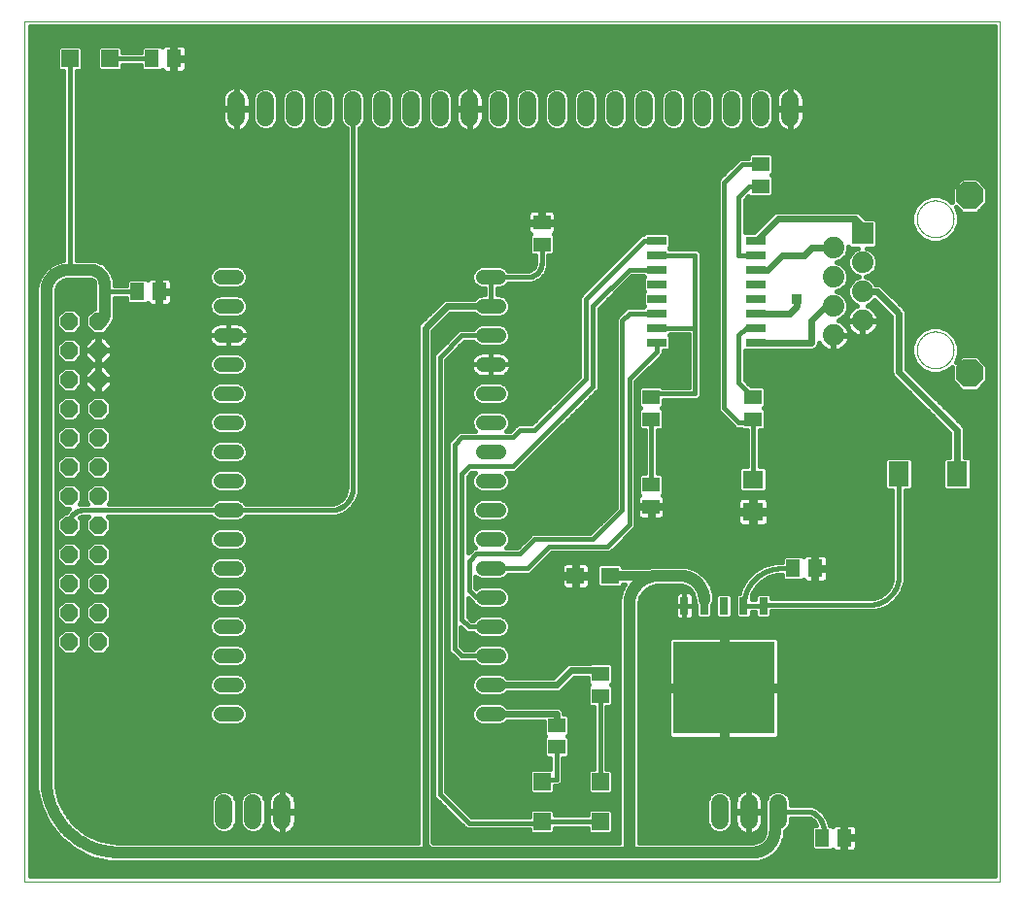
<source format=gtl>
G75*
%MOIN*%
%OFA0B0*%
%FSLAX25Y25*%
%IPPOS*%
%LPD*%
%AMOC8*
5,1,8,0,0,1.08239X$1,22.5*
%
%ADD10C,0.00000*%
%ADD11OC8,0.06000*%
%ADD12C,0.06000*%
%ADD13R,0.07087X0.08661*%
%ADD14C,0.07400*%
%ADD15R,0.07400X0.07400*%
%ADD16OC8,0.09449*%
%ADD17R,0.06575X0.02992*%
%ADD18R,0.05906X0.05118*%
%ADD19R,0.07087X0.06299*%
%ADD20C,0.05150*%
%ADD21R,0.02953X0.05906*%
%ADD22R,0.34646X0.31496*%
%ADD23R,0.06299X0.05512*%
%ADD24R,0.05118X0.05906*%
%ADD25R,0.05906X0.05906*%
%ADD26C,0.04000*%
%ADD27C,0.01600*%
%ADD28C,0.03200*%
%ADD29C,0.02400*%
%ADD30OC8,0.05000*%
%ADD31OC8,0.03562*%
%ADD32R,0.03562X0.03562*%
D10*
X0021800Y0006800D02*
X0021800Y0302076D01*
X0356446Y0302076D01*
X0356446Y0006800D01*
X0021800Y0006800D01*
X0328001Y0189300D02*
X0328003Y0189458D01*
X0328009Y0189616D01*
X0328019Y0189774D01*
X0328033Y0189932D01*
X0328051Y0190089D01*
X0328072Y0190246D01*
X0328098Y0190402D01*
X0328128Y0190558D01*
X0328161Y0190713D01*
X0328199Y0190866D01*
X0328240Y0191019D01*
X0328285Y0191171D01*
X0328334Y0191322D01*
X0328387Y0191471D01*
X0328443Y0191619D01*
X0328503Y0191765D01*
X0328567Y0191910D01*
X0328635Y0192053D01*
X0328706Y0192195D01*
X0328780Y0192335D01*
X0328858Y0192472D01*
X0328940Y0192608D01*
X0329024Y0192742D01*
X0329113Y0192873D01*
X0329204Y0193002D01*
X0329299Y0193129D01*
X0329396Y0193254D01*
X0329497Y0193376D01*
X0329601Y0193495D01*
X0329708Y0193612D01*
X0329818Y0193726D01*
X0329931Y0193837D01*
X0330046Y0193946D01*
X0330164Y0194051D01*
X0330285Y0194153D01*
X0330408Y0194253D01*
X0330534Y0194349D01*
X0330662Y0194442D01*
X0330792Y0194532D01*
X0330925Y0194618D01*
X0331060Y0194702D01*
X0331196Y0194781D01*
X0331335Y0194858D01*
X0331476Y0194930D01*
X0331618Y0195000D01*
X0331762Y0195065D01*
X0331908Y0195127D01*
X0332055Y0195185D01*
X0332204Y0195240D01*
X0332354Y0195291D01*
X0332505Y0195338D01*
X0332657Y0195381D01*
X0332810Y0195420D01*
X0332965Y0195456D01*
X0333120Y0195487D01*
X0333276Y0195515D01*
X0333432Y0195539D01*
X0333589Y0195559D01*
X0333747Y0195575D01*
X0333904Y0195587D01*
X0334063Y0195595D01*
X0334221Y0195599D01*
X0334379Y0195599D01*
X0334537Y0195595D01*
X0334696Y0195587D01*
X0334853Y0195575D01*
X0335011Y0195559D01*
X0335168Y0195539D01*
X0335324Y0195515D01*
X0335480Y0195487D01*
X0335635Y0195456D01*
X0335790Y0195420D01*
X0335943Y0195381D01*
X0336095Y0195338D01*
X0336246Y0195291D01*
X0336396Y0195240D01*
X0336545Y0195185D01*
X0336692Y0195127D01*
X0336838Y0195065D01*
X0336982Y0195000D01*
X0337124Y0194930D01*
X0337265Y0194858D01*
X0337404Y0194781D01*
X0337540Y0194702D01*
X0337675Y0194618D01*
X0337808Y0194532D01*
X0337938Y0194442D01*
X0338066Y0194349D01*
X0338192Y0194253D01*
X0338315Y0194153D01*
X0338436Y0194051D01*
X0338554Y0193946D01*
X0338669Y0193837D01*
X0338782Y0193726D01*
X0338892Y0193612D01*
X0338999Y0193495D01*
X0339103Y0193376D01*
X0339204Y0193254D01*
X0339301Y0193129D01*
X0339396Y0193002D01*
X0339487Y0192873D01*
X0339576Y0192742D01*
X0339660Y0192608D01*
X0339742Y0192472D01*
X0339820Y0192335D01*
X0339894Y0192195D01*
X0339965Y0192053D01*
X0340033Y0191910D01*
X0340097Y0191765D01*
X0340157Y0191619D01*
X0340213Y0191471D01*
X0340266Y0191322D01*
X0340315Y0191171D01*
X0340360Y0191019D01*
X0340401Y0190866D01*
X0340439Y0190713D01*
X0340472Y0190558D01*
X0340502Y0190402D01*
X0340528Y0190246D01*
X0340549Y0190089D01*
X0340567Y0189932D01*
X0340581Y0189774D01*
X0340591Y0189616D01*
X0340597Y0189458D01*
X0340599Y0189300D01*
X0340597Y0189142D01*
X0340591Y0188984D01*
X0340581Y0188826D01*
X0340567Y0188668D01*
X0340549Y0188511D01*
X0340528Y0188354D01*
X0340502Y0188198D01*
X0340472Y0188042D01*
X0340439Y0187887D01*
X0340401Y0187734D01*
X0340360Y0187581D01*
X0340315Y0187429D01*
X0340266Y0187278D01*
X0340213Y0187129D01*
X0340157Y0186981D01*
X0340097Y0186835D01*
X0340033Y0186690D01*
X0339965Y0186547D01*
X0339894Y0186405D01*
X0339820Y0186265D01*
X0339742Y0186128D01*
X0339660Y0185992D01*
X0339576Y0185858D01*
X0339487Y0185727D01*
X0339396Y0185598D01*
X0339301Y0185471D01*
X0339204Y0185346D01*
X0339103Y0185224D01*
X0338999Y0185105D01*
X0338892Y0184988D01*
X0338782Y0184874D01*
X0338669Y0184763D01*
X0338554Y0184654D01*
X0338436Y0184549D01*
X0338315Y0184447D01*
X0338192Y0184347D01*
X0338066Y0184251D01*
X0337938Y0184158D01*
X0337808Y0184068D01*
X0337675Y0183982D01*
X0337540Y0183898D01*
X0337404Y0183819D01*
X0337265Y0183742D01*
X0337124Y0183670D01*
X0336982Y0183600D01*
X0336838Y0183535D01*
X0336692Y0183473D01*
X0336545Y0183415D01*
X0336396Y0183360D01*
X0336246Y0183309D01*
X0336095Y0183262D01*
X0335943Y0183219D01*
X0335790Y0183180D01*
X0335635Y0183144D01*
X0335480Y0183113D01*
X0335324Y0183085D01*
X0335168Y0183061D01*
X0335011Y0183041D01*
X0334853Y0183025D01*
X0334696Y0183013D01*
X0334537Y0183005D01*
X0334379Y0183001D01*
X0334221Y0183001D01*
X0334063Y0183005D01*
X0333904Y0183013D01*
X0333747Y0183025D01*
X0333589Y0183041D01*
X0333432Y0183061D01*
X0333276Y0183085D01*
X0333120Y0183113D01*
X0332965Y0183144D01*
X0332810Y0183180D01*
X0332657Y0183219D01*
X0332505Y0183262D01*
X0332354Y0183309D01*
X0332204Y0183360D01*
X0332055Y0183415D01*
X0331908Y0183473D01*
X0331762Y0183535D01*
X0331618Y0183600D01*
X0331476Y0183670D01*
X0331335Y0183742D01*
X0331196Y0183819D01*
X0331060Y0183898D01*
X0330925Y0183982D01*
X0330792Y0184068D01*
X0330662Y0184158D01*
X0330534Y0184251D01*
X0330408Y0184347D01*
X0330285Y0184447D01*
X0330164Y0184549D01*
X0330046Y0184654D01*
X0329931Y0184763D01*
X0329818Y0184874D01*
X0329708Y0184988D01*
X0329601Y0185105D01*
X0329497Y0185224D01*
X0329396Y0185346D01*
X0329299Y0185471D01*
X0329204Y0185598D01*
X0329113Y0185727D01*
X0329024Y0185858D01*
X0328940Y0185992D01*
X0328858Y0186128D01*
X0328780Y0186265D01*
X0328706Y0186405D01*
X0328635Y0186547D01*
X0328567Y0186690D01*
X0328503Y0186835D01*
X0328443Y0186981D01*
X0328387Y0187129D01*
X0328334Y0187278D01*
X0328285Y0187429D01*
X0328240Y0187581D01*
X0328199Y0187734D01*
X0328161Y0187887D01*
X0328128Y0188042D01*
X0328098Y0188198D01*
X0328072Y0188354D01*
X0328051Y0188511D01*
X0328033Y0188668D01*
X0328019Y0188826D01*
X0328009Y0188984D01*
X0328003Y0189142D01*
X0328001Y0189300D01*
X0328001Y0234300D02*
X0328003Y0234458D01*
X0328009Y0234616D01*
X0328019Y0234774D01*
X0328033Y0234932D01*
X0328051Y0235089D01*
X0328072Y0235246D01*
X0328098Y0235402D01*
X0328128Y0235558D01*
X0328161Y0235713D01*
X0328199Y0235866D01*
X0328240Y0236019D01*
X0328285Y0236171D01*
X0328334Y0236322D01*
X0328387Y0236471D01*
X0328443Y0236619D01*
X0328503Y0236765D01*
X0328567Y0236910D01*
X0328635Y0237053D01*
X0328706Y0237195D01*
X0328780Y0237335D01*
X0328858Y0237472D01*
X0328940Y0237608D01*
X0329024Y0237742D01*
X0329113Y0237873D01*
X0329204Y0238002D01*
X0329299Y0238129D01*
X0329396Y0238254D01*
X0329497Y0238376D01*
X0329601Y0238495D01*
X0329708Y0238612D01*
X0329818Y0238726D01*
X0329931Y0238837D01*
X0330046Y0238946D01*
X0330164Y0239051D01*
X0330285Y0239153D01*
X0330408Y0239253D01*
X0330534Y0239349D01*
X0330662Y0239442D01*
X0330792Y0239532D01*
X0330925Y0239618D01*
X0331060Y0239702D01*
X0331196Y0239781D01*
X0331335Y0239858D01*
X0331476Y0239930D01*
X0331618Y0240000D01*
X0331762Y0240065D01*
X0331908Y0240127D01*
X0332055Y0240185D01*
X0332204Y0240240D01*
X0332354Y0240291D01*
X0332505Y0240338D01*
X0332657Y0240381D01*
X0332810Y0240420D01*
X0332965Y0240456D01*
X0333120Y0240487D01*
X0333276Y0240515D01*
X0333432Y0240539D01*
X0333589Y0240559D01*
X0333747Y0240575D01*
X0333904Y0240587D01*
X0334063Y0240595D01*
X0334221Y0240599D01*
X0334379Y0240599D01*
X0334537Y0240595D01*
X0334696Y0240587D01*
X0334853Y0240575D01*
X0335011Y0240559D01*
X0335168Y0240539D01*
X0335324Y0240515D01*
X0335480Y0240487D01*
X0335635Y0240456D01*
X0335790Y0240420D01*
X0335943Y0240381D01*
X0336095Y0240338D01*
X0336246Y0240291D01*
X0336396Y0240240D01*
X0336545Y0240185D01*
X0336692Y0240127D01*
X0336838Y0240065D01*
X0336982Y0240000D01*
X0337124Y0239930D01*
X0337265Y0239858D01*
X0337404Y0239781D01*
X0337540Y0239702D01*
X0337675Y0239618D01*
X0337808Y0239532D01*
X0337938Y0239442D01*
X0338066Y0239349D01*
X0338192Y0239253D01*
X0338315Y0239153D01*
X0338436Y0239051D01*
X0338554Y0238946D01*
X0338669Y0238837D01*
X0338782Y0238726D01*
X0338892Y0238612D01*
X0338999Y0238495D01*
X0339103Y0238376D01*
X0339204Y0238254D01*
X0339301Y0238129D01*
X0339396Y0238002D01*
X0339487Y0237873D01*
X0339576Y0237742D01*
X0339660Y0237608D01*
X0339742Y0237472D01*
X0339820Y0237335D01*
X0339894Y0237195D01*
X0339965Y0237053D01*
X0340033Y0236910D01*
X0340097Y0236765D01*
X0340157Y0236619D01*
X0340213Y0236471D01*
X0340266Y0236322D01*
X0340315Y0236171D01*
X0340360Y0236019D01*
X0340401Y0235866D01*
X0340439Y0235713D01*
X0340472Y0235558D01*
X0340502Y0235402D01*
X0340528Y0235246D01*
X0340549Y0235089D01*
X0340567Y0234932D01*
X0340581Y0234774D01*
X0340591Y0234616D01*
X0340597Y0234458D01*
X0340599Y0234300D01*
X0340597Y0234142D01*
X0340591Y0233984D01*
X0340581Y0233826D01*
X0340567Y0233668D01*
X0340549Y0233511D01*
X0340528Y0233354D01*
X0340502Y0233198D01*
X0340472Y0233042D01*
X0340439Y0232887D01*
X0340401Y0232734D01*
X0340360Y0232581D01*
X0340315Y0232429D01*
X0340266Y0232278D01*
X0340213Y0232129D01*
X0340157Y0231981D01*
X0340097Y0231835D01*
X0340033Y0231690D01*
X0339965Y0231547D01*
X0339894Y0231405D01*
X0339820Y0231265D01*
X0339742Y0231128D01*
X0339660Y0230992D01*
X0339576Y0230858D01*
X0339487Y0230727D01*
X0339396Y0230598D01*
X0339301Y0230471D01*
X0339204Y0230346D01*
X0339103Y0230224D01*
X0338999Y0230105D01*
X0338892Y0229988D01*
X0338782Y0229874D01*
X0338669Y0229763D01*
X0338554Y0229654D01*
X0338436Y0229549D01*
X0338315Y0229447D01*
X0338192Y0229347D01*
X0338066Y0229251D01*
X0337938Y0229158D01*
X0337808Y0229068D01*
X0337675Y0228982D01*
X0337540Y0228898D01*
X0337404Y0228819D01*
X0337265Y0228742D01*
X0337124Y0228670D01*
X0336982Y0228600D01*
X0336838Y0228535D01*
X0336692Y0228473D01*
X0336545Y0228415D01*
X0336396Y0228360D01*
X0336246Y0228309D01*
X0336095Y0228262D01*
X0335943Y0228219D01*
X0335790Y0228180D01*
X0335635Y0228144D01*
X0335480Y0228113D01*
X0335324Y0228085D01*
X0335168Y0228061D01*
X0335011Y0228041D01*
X0334853Y0228025D01*
X0334696Y0228013D01*
X0334537Y0228005D01*
X0334379Y0228001D01*
X0334221Y0228001D01*
X0334063Y0228005D01*
X0333904Y0228013D01*
X0333747Y0228025D01*
X0333589Y0228041D01*
X0333432Y0228061D01*
X0333276Y0228085D01*
X0333120Y0228113D01*
X0332965Y0228144D01*
X0332810Y0228180D01*
X0332657Y0228219D01*
X0332505Y0228262D01*
X0332354Y0228309D01*
X0332204Y0228360D01*
X0332055Y0228415D01*
X0331908Y0228473D01*
X0331762Y0228535D01*
X0331618Y0228600D01*
X0331476Y0228670D01*
X0331335Y0228742D01*
X0331196Y0228819D01*
X0331060Y0228898D01*
X0330925Y0228982D01*
X0330792Y0229068D01*
X0330662Y0229158D01*
X0330534Y0229251D01*
X0330408Y0229347D01*
X0330285Y0229447D01*
X0330164Y0229549D01*
X0330046Y0229654D01*
X0329931Y0229763D01*
X0329818Y0229874D01*
X0329708Y0229988D01*
X0329601Y0230105D01*
X0329497Y0230224D01*
X0329396Y0230346D01*
X0329299Y0230471D01*
X0329204Y0230598D01*
X0329113Y0230727D01*
X0329024Y0230858D01*
X0328940Y0230992D01*
X0328858Y0231128D01*
X0328780Y0231265D01*
X0328706Y0231405D01*
X0328635Y0231547D01*
X0328567Y0231690D01*
X0328503Y0231835D01*
X0328443Y0231981D01*
X0328387Y0232129D01*
X0328334Y0232278D01*
X0328285Y0232429D01*
X0328240Y0232581D01*
X0328199Y0232734D01*
X0328161Y0232887D01*
X0328128Y0233042D01*
X0328098Y0233198D01*
X0328072Y0233354D01*
X0328051Y0233511D01*
X0328033Y0233668D01*
X0328019Y0233826D01*
X0328009Y0233984D01*
X0328003Y0234142D01*
X0328001Y0234300D01*
D11*
X0047115Y0199162D03*
X0047115Y0189162D03*
X0047115Y0179162D03*
X0037115Y0179162D03*
X0037115Y0189162D03*
X0037115Y0199162D03*
X0037115Y0169162D03*
X0037115Y0159162D03*
X0037115Y0149162D03*
X0037115Y0139162D03*
X0047115Y0139162D03*
X0047115Y0149162D03*
X0047115Y0159162D03*
X0047115Y0169162D03*
X0047115Y0129162D03*
X0047115Y0119162D03*
X0047115Y0109162D03*
X0047115Y0099162D03*
X0037115Y0099162D03*
X0037115Y0109162D03*
X0037115Y0119162D03*
X0037115Y0129162D03*
X0037115Y0089162D03*
X0047115Y0089162D03*
D12*
X0090225Y0033776D02*
X0090225Y0027776D01*
X0100225Y0027776D02*
X0100225Y0033776D01*
X0110225Y0033776D02*
X0110225Y0027776D01*
X0260304Y0027776D02*
X0260304Y0033776D01*
X0270304Y0033776D02*
X0270304Y0027776D01*
X0280304Y0027776D02*
X0280304Y0033776D01*
X0284477Y0269115D02*
X0284477Y0275115D01*
X0274477Y0275115D02*
X0274477Y0269115D01*
X0264477Y0269115D02*
X0264477Y0275115D01*
X0254477Y0275115D02*
X0254477Y0269115D01*
X0244477Y0269115D02*
X0244477Y0275115D01*
X0234477Y0275115D02*
X0234477Y0269115D01*
X0224477Y0269115D02*
X0224477Y0275115D01*
X0214477Y0275115D02*
X0214477Y0269115D01*
X0204477Y0269115D02*
X0204477Y0275115D01*
X0194477Y0275115D02*
X0194477Y0269115D01*
X0184477Y0269115D02*
X0184477Y0275115D01*
X0174477Y0275115D02*
X0174477Y0269115D01*
X0164477Y0269115D02*
X0164477Y0275115D01*
X0154477Y0275115D02*
X0154477Y0269115D01*
X0144477Y0269115D02*
X0144477Y0275115D01*
X0134477Y0275115D02*
X0134477Y0269115D01*
X0124477Y0269115D02*
X0124477Y0275115D01*
X0114477Y0275115D02*
X0114477Y0269115D01*
X0104477Y0269115D02*
X0104477Y0275115D01*
X0094477Y0275115D02*
X0094477Y0269115D01*
D13*
X0321761Y0146800D03*
X0341839Y0146800D03*
D14*
X0299300Y0194300D03*
X0309300Y0199300D03*
X0309300Y0209300D03*
X0299300Y0204300D03*
X0299300Y0214300D03*
X0299300Y0224300D03*
X0309300Y0219300D03*
D15*
X0309300Y0229300D03*
D16*
X0346111Y0242312D03*
X0346111Y0181288D03*
D17*
X0272784Y0191820D03*
X0272784Y0196820D03*
X0272784Y0201820D03*
X0272784Y0206820D03*
X0272784Y0211820D03*
X0272784Y0216820D03*
X0272784Y0221820D03*
X0272784Y0226820D03*
X0238769Y0226820D03*
X0238769Y0221820D03*
X0238769Y0216820D03*
X0238769Y0211820D03*
X0238769Y0206820D03*
X0238769Y0201820D03*
X0238769Y0196820D03*
X0238769Y0191820D03*
D18*
X0236800Y0173040D03*
X0236800Y0165560D03*
X0236800Y0143040D03*
X0236800Y0135560D03*
X0271800Y0165560D03*
X0271800Y0173040D03*
X0199300Y0225560D03*
X0199300Y0233040D03*
X0274300Y0245560D03*
X0274300Y0253040D03*
X0219300Y0078040D03*
X0219300Y0070560D03*
X0204300Y0060540D03*
X0204300Y0053060D03*
D19*
X0271800Y0133788D03*
X0271800Y0144812D03*
D20*
X0184375Y0144300D02*
X0179225Y0144300D01*
X0179225Y0134300D02*
X0184375Y0134300D01*
X0184375Y0124300D02*
X0179225Y0124300D01*
X0179225Y0114300D02*
X0184375Y0114300D01*
X0184375Y0104300D02*
X0179225Y0104300D01*
X0179225Y0094300D02*
X0184375Y0094300D01*
X0184375Y0084300D02*
X0179225Y0084300D01*
X0179225Y0074300D02*
X0184375Y0074300D01*
X0184375Y0064300D02*
X0179225Y0064300D01*
X0094375Y0064300D02*
X0089225Y0064300D01*
X0089225Y0074300D02*
X0094375Y0074300D01*
X0094375Y0084300D02*
X0089225Y0084300D01*
X0089225Y0094300D02*
X0094375Y0094300D01*
X0094375Y0104300D02*
X0089225Y0104300D01*
X0089225Y0114300D02*
X0094375Y0114300D01*
X0094375Y0124300D02*
X0089225Y0124300D01*
X0089225Y0134300D02*
X0094375Y0134300D01*
X0094375Y0144300D02*
X0089225Y0144300D01*
X0089225Y0154300D02*
X0094375Y0154300D01*
X0094375Y0164300D02*
X0089225Y0164300D01*
X0089225Y0174300D02*
X0094375Y0174300D01*
X0094375Y0184300D02*
X0089225Y0184300D01*
X0089225Y0194300D02*
X0094375Y0194300D01*
X0094375Y0204300D02*
X0089225Y0204300D01*
X0089225Y0214300D02*
X0094375Y0214300D01*
X0179225Y0214300D02*
X0184375Y0214300D01*
X0184375Y0204300D02*
X0179225Y0204300D01*
X0179225Y0194300D02*
X0184375Y0194300D01*
X0184375Y0184300D02*
X0179225Y0184300D01*
X0179225Y0174300D02*
X0184375Y0174300D01*
X0184375Y0164300D02*
X0179225Y0164300D01*
X0179225Y0154300D02*
X0184375Y0154300D01*
D21*
X0248257Y0101524D03*
X0255028Y0101524D03*
X0261800Y0101524D03*
X0268572Y0101524D03*
X0275343Y0101524D03*
D22*
X0261800Y0073335D03*
D23*
X0222706Y0111800D03*
X0210894Y0111800D03*
D24*
X0285560Y0114300D03*
X0293040Y0114300D03*
X0295560Y0021800D03*
X0303040Y0021800D03*
X0068040Y0209300D03*
X0060560Y0209300D03*
X0065560Y0289300D03*
X0073040Y0289300D03*
D25*
X0051190Y0289300D03*
X0037410Y0289300D03*
X0199300Y0041190D03*
X0199300Y0027410D03*
X0219300Y0027410D03*
X0219300Y0041190D03*
D26*
X0229300Y0016800D02*
X0229300Y0101800D01*
X0229303Y0102042D01*
X0229312Y0102283D01*
X0229326Y0102524D01*
X0229347Y0102765D01*
X0229373Y0103005D01*
X0229405Y0103245D01*
X0229443Y0103484D01*
X0229486Y0103721D01*
X0229536Y0103958D01*
X0229591Y0104193D01*
X0229651Y0104427D01*
X0229718Y0104659D01*
X0229789Y0104890D01*
X0229867Y0105119D01*
X0229950Y0105346D01*
X0230038Y0105571D01*
X0230132Y0105794D01*
X0230231Y0106014D01*
X0230336Y0106232D01*
X0230445Y0106447D01*
X0230560Y0106660D01*
X0230680Y0106870D01*
X0230805Y0107076D01*
X0230935Y0107280D01*
X0231070Y0107481D01*
X0231210Y0107678D01*
X0231354Y0107872D01*
X0231503Y0108062D01*
X0231657Y0108248D01*
X0231815Y0108431D01*
X0231977Y0108610D01*
X0232144Y0108785D01*
X0232315Y0108956D01*
X0232490Y0109123D01*
X0232669Y0109285D01*
X0232852Y0109443D01*
X0233038Y0109597D01*
X0233228Y0109746D01*
X0233422Y0109890D01*
X0233619Y0110030D01*
X0233820Y0110165D01*
X0234024Y0110295D01*
X0234230Y0110420D01*
X0234440Y0110540D01*
X0234653Y0110655D01*
X0234868Y0110764D01*
X0235086Y0110869D01*
X0235306Y0110968D01*
X0235529Y0111062D01*
X0235754Y0111150D01*
X0235981Y0111233D01*
X0236210Y0111311D01*
X0236441Y0111382D01*
X0236673Y0111449D01*
X0236907Y0111509D01*
X0237142Y0111564D01*
X0237379Y0111614D01*
X0237616Y0111657D01*
X0237855Y0111695D01*
X0238095Y0111727D01*
X0238335Y0111753D01*
X0238576Y0111774D01*
X0238817Y0111788D01*
X0239058Y0111797D01*
X0239300Y0111800D01*
X0246800Y0111800D01*
X0246999Y0111798D01*
X0247198Y0111790D01*
X0247396Y0111778D01*
X0247594Y0111762D01*
X0247792Y0111740D01*
X0247989Y0111714D01*
X0248185Y0111683D01*
X0248381Y0111647D01*
X0248575Y0111606D01*
X0248769Y0111561D01*
X0248962Y0111511D01*
X0249153Y0111456D01*
X0249343Y0111397D01*
X0249531Y0111334D01*
X0249718Y0111265D01*
X0249903Y0111193D01*
X0250086Y0111115D01*
X0250267Y0111034D01*
X0250447Y0110948D01*
X0250624Y0110858D01*
X0250799Y0110763D01*
X0250971Y0110664D01*
X0251141Y0110561D01*
X0251309Y0110454D01*
X0251474Y0110344D01*
X0251636Y0110229D01*
X0251796Y0110110D01*
X0251952Y0109987D01*
X0252106Y0109861D01*
X0252256Y0109731D01*
X0252403Y0109597D01*
X0252547Y0109460D01*
X0252688Y0109319D01*
X0252825Y0109175D01*
X0252959Y0109028D01*
X0253089Y0108878D01*
X0253215Y0108724D01*
X0253338Y0108568D01*
X0253457Y0108408D01*
X0253572Y0108246D01*
X0253682Y0108081D01*
X0253789Y0107913D01*
X0253892Y0107743D01*
X0253991Y0107571D01*
X0254086Y0107396D01*
X0254176Y0107219D01*
X0254262Y0107039D01*
X0254343Y0106858D01*
X0254421Y0106675D01*
X0254493Y0106490D01*
X0254562Y0106303D01*
X0254625Y0106115D01*
X0254684Y0105925D01*
X0254739Y0105734D01*
X0254789Y0105541D01*
X0254834Y0105347D01*
X0254875Y0105153D01*
X0254911Y0104957D01*
X0254942Y0104761D01*
X0254968Y0104564D01*
X0254990Y0104366D01*
X0255006Y0104168D01*
X0255018Y0103970D01*
X0255026Y0103771D01*
X0255028Y0103572D01*
X0279300Y0031780D02*
X0279300Y0024300D01*
X0279298Y0024119D01*
X0279291Y0023938D01*
X0279280Y0023757D01*
X0279265Y0023576D01*
X0279245Y0023396D01*
X0279221Y0023216D01*
X0279193Y0023037D01*
X0279160Y0022859D01*
X0279123Y0022682D01*
X0279082Y0022505D01*
X0279037Y0022330D01*
X0278987Y0022155D01*
X0278933Y0021982D01*
X0278875Y0021811D01*
X0278813Y0021640D01*
X0278746Y0021472D01*
X0278676Y0021305D01*
X0278602Y0021139D01*
X0278523Y0020976D01*
X0278441Y0020815D01*
X0278355Y0020655D01*
X0278265Y0020498D01*
X0278171Y0020343D01*
X0278074Y0020190D01*
X0277972Y0020040D01*
X0277868Y0019892D01*
X0277759Y0019746D01*
X0277648Y0019604D01*
X0277532Y0019464D01*
X0277414Y0019327D01*
X0277292Y0019192D01*
X0277167Y0019061D01*
X0277039Y0018933D01*
X0276908Y0018808D01*
X0276773Y0018686D01*
X0276636Y0018568D01*
X0276496Y0018452D01*
X0276354Y0018341D01*
X0276208Y0018232D01*
X0276060Y0018128D01*
X0275910Y0018026D01*
X0275757Y0017929D01*
X0275602Y0017835D01*
X0275445Y0017745D01*
X0275285Y0017659D01*
X0275124Y0017577D01*
X0274961Y0017498D01*
X0274795Y0017424D01*
X0274628Y0017354D01*
X0274460Y0017287D01*
X0274289Y0017225D01*
X0274118Y0017167D01*
X0273945Y0017113D01*
X0273770Y0017063D01*
X0273595Y0017018D01*
X0273418Y0016977D01*
X0273241Y0016940D01*
X0273063Y0016907D01*
X0272884Y0016879D01*
X0272704Y0016855D01*
X0272524Y0016835D01*
X0272343Y0016820D01*
X0272162Y0016809D01*
X0271981Y0016802D01*
X0271800Y0016800D01*
X0229300Y0016800D01*
X0161800Y0016800D01*
X0054300Y0016800D01*
X0053696Y0016807D01*
X0053092Y0016829D01*
X0052489Y0016866D01*
X0051887Y0016917D01*
X0051287Y0016982D01*
X0050688Y0017062D01*
X0050091Y0017157D01*
X0049497Y0017266D01*
X0048905Y0017389D01*
X0048317Y0017526D01*
X0047732Y0017678D01*
X0047151Y0017844D01*
X0046575Y0018024D01*
X0046002Y0018217D01*
X0045435Y0018425D01*
X0044873Y0018646D01*
X0044316Y0018880D01*
X0043765Y0019128D01*
X0043220Y0019389D01*
X0042682Y0019664D01*
X0042150Y0019951D01*
X0041626Y0020251D01*
X0041109Y0020563D01*
X0040600Y0020888D01*
X0040098Y0021225D01*
X0039605Y0021575D01*
X0039121Y0021936D01*
X0038645Y0022308D01*
X0038179Y0022692D01*
X0037722Y0023087D01*
X0037275Y0023493D01*
X0036837Y0023910D01*
X0036410Y0024337D01*
X0035993Y0024775D01*
X0035587Y0025222D01*
X0035192Y0025679D01*
X0034808Y0026145D01*
X0034436Y0026621D01*
X0034075Y0027105D01*
X0033725Y0027598D01*
X0033388Y0028100D01*
X0033063Y0028609D01*
X0032751Y0029126D01*
X0032451Y0029650D01*
X0032164Y0030182D01*
X0031889Y0030720D01*
X0031628Y0031265D01*
X0031380Y0031816D01*
X0031146Y0032373D01*
X0030925Y0032935D01*
X0030717Y0033502D01*
X0030524Y0034075D01*
X0030344Y0034651D01*
X0030178Y0035232D01*
X0030026Y0035817D01*
X0029889Y0036405D01*
X0029766Y0036997D01*
X0029657Y0037591D01*
X0029562Y0038188D01*
X0029482Y0038787D01*
X0029417Y0039387D01*
X0029366Y0039989D01*
X0029329Y0040592D01*
X0029307Y0041196D01*
X0029300Y0041800D01*
X0029300Y0209300D01*
X0029302Y0209481D01*
X0029309Y0209662D01*
X0029320Y0209843D01*
X0029335Y0210024D01*
X0029355Y0210204D01*
X0029379Y0210384D01*
X0029407Y0210563D01*
X0029440Y0210741D01*
X0029477Y0210918D01*
X0029518Y0211095D01*
X0029563Y0211270D01*
X0029613Y0211445D01*
X0029667Y0211618D01*
X0029725Y0211789D01*
X0029787Y0211960D01*
X0029854Y0212128D01*
X0029924Y0212295D01*
X0029998Y0212461D01*
X0030077Y0212624D01*
X0030159Y0212785D01*
X0030245Y0212945D01*
X0030335Y0213102D01*
X0030429Y0213257D01*
X0030526Y0213410D01*
X0030628Y0213560D01*
X0030732Y0213708D01*
X0030841Y0213854D01*
X0030952Y0213996D01*
X0031068Y0214136D01*
X0031186Y0214273D01*
X0031308Y0214408D01*
X0031433Y0214539D01*
X0031561Y0214667D01*
X0031692Y0214792D01*
X0031827Y0214914D01*
X0031964Y0215032D01*
X0032104Y0215148D01*
X0032246Y0215259D01*
X0032392Y0215368D01*
X0032540Y0215472D01*
X0032690Y0215574D01*
X0032843Y0215671D01*
X0032998Y0215765D01*
X0033155Y0215855D01*
X0033315Y0215941D01*
X0033476Y0216023D01*
X0033639Y0216102D01*
X0033805Y0216176D01*
X0033972Y0216246D01*
X0034140Y0216313D01*
X0034311Y0216375D01*
X0034482Y0216433D01*
X0034655Y0216487D01*
X0034830Y0216537D01*
X0035005Y0216582D01*
X0035182Y0216623D01*
X0035359Y0216660D01*
X0035537Y0216693D01*
X0035716Y0216721D01*
X0035896Y0216745D01*
X0036076Y0216765D01*
X0036257Y0216780D01*
X0036438Y0216791D01*
X0036619Y0216798D01*
X0036800Y0216800D01*
X0044300Y0216800D01*
X0044440Y0216798D01*
X0044580Y0216792D01*
X0044720Y0216782D01*
X0044860Y0216769D01*
X0044999Y0216751D01*
X0045138Y0216729D01*
X0045275Y0216704D01*
X0045413Y0216675D01*
X0045549Y0216642D01*
X0045684Y0216605D01*
X0045818Y0216564D01*
X0045951Y0216519D01*
X0046083Y0216471D01*
X0046213Y0216419D01*
X0046342Y0216364D01*
X0046469Y0216305D01*
X0046595Y0216242D01*
X0046719Y0216176D01*
X0046840Y0216107D01*
X0046960Y0216034D01*
X0047078Y0215957D01*
X0047193Y0215878D01*
X0047307Y0215795D01*
X0047417Y0215709D01*
X0047526Y0215620D01*
X0047632Y0215528D01*
X0047735Y0215433D01*
X0047836Y0215336D01*
X0047933Y0215235D01*
X0048028Y0215132D01*
X0048120Y0215026D01*
X0048209Y0214917D01*
X0048295Y0214807D01*
X0048378Y0214693D01*
X0048457Y0214578D01*
X0048534Y0214460D01*
X0048607Y0214340D01*
X0048676Y0214219D01*
X0048742Y0214095D01*
X0048805Y0213969D01*
X0048864Y0213842D01*
X0048919Y0213713D01*
X0048971Y0213583D01*
X0049019Y0213451D01*
X0049064Y0213318D01*
X0049105Y0213184D01*
X0049142Y0213049D01*
X0049175Y0212913D01*
X0049204Y0212775D01*
X0049229Y0212638D01*
X0049251Y0212499D01*
X0049269Y0212360D01*
X0049282Y0212220D01*
X0049292Y0212080D01*
X0049298Y0211940D01*
X0049300Y0211800D01*
X0049300Y0201347D01*
X0049298Y0201254D01*
X0049292Y0201162D01*
X0049282Y0201069D01*
X0049269Y0200978D01*
X0049251Y0200887D01*
X0049229Y0200796D01*
X0049204Y0200707D01*
X0049175Y0200619D01*
X0049142Y0200532D01*
X0049106Y0200447D01*
X0049066Y0200363D01*
X0049023Y0200281D01*
X0048976Y0200201D01*
X0048925Y0200123D01*
X0048872Y0200048D01*
X0048815Y0199974D01*
X0048755Y0199903D01*
X0048692Y0199835D01*
X0048627Y0199770D01*
X0048559Y0199707D01*
X0048488Y0199647D01*
X0048414Y0199590D01*
X0048339Y0199537D01*
X0048261Y0199486D01*
X0048181Y0199439D01*
X0048099Y0199396D01*
X0048015Y0199356D01*
X0047930Y0199320D01*
X0047843Y0199287D01*
X0047755Y0199258D01*
X0047666Y0199233D01*
X0047575Y0199211D01*
X0047484Y0199193D01*
X0047393Y0199180D01*
X0047300Y0199170D01*
X0047208Y0199164D01*
X0047115Y0199162D01*
X0279300Y0031780D02*
X0279302Y0031719D01*
X0279307Y0031659D01*
X0279316Y0031599D01*
X0279329Y0031540D01*
X0279345Y0031481D01*
X0279365Y0031424D01*
X0279388Y0031368D01*
X0279415Y0031313D01*
X0279445Y0031261D01*
X0279478Y0031210D01*
X0279514Y0031161D01*
X0279552Y0031114D01*
X0279594Y0031070D01*
X0279638Y0031028D01*
X0279685Y0030990D01*
X0279734Y0030954D01*
X0279785Y0030921D01*
X0279837Y0030891D01*
X0279892Y0030864D01*
X0279948Y0030841D01*
X0280005Y0030821D01*
X0280064Y0030805D01*
X0280123Y0030792D01*
X0280183Y0030783D01*
X0280243Y0030778D01*
X0280304Y0030776D01*
D27*
X0291583Y0030776D01*
X0291993Y0032976D02*
X0291526Y0033157D01*
X0291118Y0032976D01*
X0284704Y0032976D01*
X0284704Y0034652D01*
X0284034Y0036269D01*
X0282796Y0037507D01*
X0281179Y0038176D01*
X0279429Y0038176D01*
X0277812Y0037507D01*
X0276574Y0036269D01*
X0275904Y0034652D01*
X0275904Y0032466D01*
X0275900Y0032457D01*
X0275900Y0024300D01*
X0275850Y0023659D01*
X0275453Y0022439D01*
X0274699Y0021401D01*
X0273661Y0020647D01*
X0272441Y0020250D01*
X0271800Y0020200D01*
X0232700Y0020200D01*
X0232700Y0101800D01*
X0232781Y0102832D01*
X0233419Y0104796D01*
X0234633Y0106467D01*
X0236304Y0107681D01*
X0238268Y0108319D01*
X0239300Y0108400D01*
X0246800Y0108400D01*
X0247555Y0108341D01*
X0248992Y0107874D01*
X0250214Y0106986D01*
X0251102Y0105764D01*
X0251155Y0105601D01*
X0250838Y0105918D01*
X0250428Y0106154D01*
X0249970Y0106277D01*
X0248257Y0106277D01*
X0248257Y0101525D01*
X0248257Y0101525D01*
X0248257Y0101524D02*
X0251533Y0101524D01*
X0248257Y0101524D01*
X0248257Y0101524D01*
X0248257Y0096772D01*
X0249970Y0096772D01*
X0250428Y0096894D01*
X0250838Y0097131D01*
X0251173Y0097466D01*
X0251410Y0097877D01*
X0251533Y0098335D01*
X0251533Y0101524D01*
X0251533Y0104437D01*
X0251569Y0104327D01*
X0251628Y0103572D01*
X0251628Y0102895D01*
X0252146Y0101646D01*
X0252152Y0101640D01*
X0252152Y0097992D01*
X0252972Y0097172D01*
X0257085Y0097172D01*
X0257905Y0097992D01*
X0257905Y0101640D01*
X0257911Y0101646D01*
X0258428Y0102895D01*
X0258428Y0105413D01*
X0257290Y0108917D01*
X0255125Y0111897D01*
X0252145Y0114062D01*
X0248642Y0115200D01*
X0237178Y0115200D01*
X0235947Y0114800D01*
X0227255Y0114800D01*
X0227255Y0115136D01*
X0226435Y0115956D01*
X0218976Y0115956D01*
X0218156Y0115136D01*
X0218156Y0108464D01*
X0218976Y0107644D01*
X0226435Y0107644D01*
X0227255Y0108464D01*
X0227255Y0108800D01*
X0227823Y0108800D01*
X0227212Y0107959D01*
X0225900Y0103922D01*
X0225900Y0020200D01*
X0162077Y0020200D01*
X0161900Y0020377D01*
X0161900Y0195723D01*
X0167877Y0201700D01*
X0176204Y0201700D01*
X0176974Y0200930D01*
X0178435Y0200325D01*
X0185165Y0200325D01*
X0186626Y0200930D01*
X0187744Y0202048D01*
X0188350Y0203509D01*
X0188350Y0205091D01*
X0187744Y0206552D01*
X0186626Y0207670D01*
X0185165Y0208275D01*
X0184000Y0208275D01*
X0184000Y0210325D01*
X0185165Y0210325D01*
X0186626Y0210930D01*
X0187744Y0212048D01*
X0187766Y0212100D01*
X0195732Y0212100D01*
X0198378Y0213196D01*
X0198378Y0213196D01*
X0200404Y0215222D01*
X0201500Y0217868D01*
X0201500Y0221601D01*
X0202833Y0221601D01*
X0203653Y0222421D01*
X0203653Y0228699D01*
X0203328Y0229023D01*
X0203358Y0229041D01*
X0203693Y0229376D01*
X0203930Y0229786D01*
X0204053Y0230244D01*
X0204053Y0232561D01*
X0199780Y0232561D01*
X0199780Y0233520D01*
X0204053Y0233520D01*
X0204053Y0235836D01*
X0203930Y0236294D01*
X0203693Y0236704D01*
X0203358Y0237040D01*
X0202948Y0237277D01*
X0202490Y0237399D01*
X0199780Y0237399D01*
X0199780Y0233520D01*
X0198820Y0233520D01*
X0198820Y0232561D01*
X0194547Y0232561D01*
X0194547Y0230244D01*
X0194670Y0229786D01*
X0194907Y0229376D01*
X0195242Y0229041D01*
X0195272Y0229023D01*
X0194947Y0228699D01*
X0194947Y0222421D01*
X0195767Y0221601D01*
X0197100Y0221601D01*
X0197100Y0219300D01*
X0197046Y0218754D01*
X0196628Y0217744D01*
X0195856Y0216972D01*
X0194846Y0216554D01*
X0194300Y0216500D01*
X0187766Y0216500D01*
X0187744Y0216552D01*
X0186626Y0217670D01*
X0185165Y0218275D01*
X0178435Y0218275D01*
X0176974Y0217670D01*
X0175856Y0216552D01*
X0175250Y0215091D01*
X0175250Y0213509D01*
X0175856Y0212048D01*
X0176974Y0210930D01*
X0178435Y0210325D01*
X0179600Y0210325D01*
X0179600Y0208275D01*
X0178435Y0208275D01*
X0176974Y0207670D01*
X0176204Y0206900D01*
X0166283Y0206900D01*
X0165327Y0206504D01*
X0157827Y0199004D01*
X0157096Y0198273D01*
X0156700Y0197317D01*
X0156700Y0020200D01*
X0054300Y0020200D01*
X0051882Y0020336D01*
X0047166Y0021412D01*
X0042808Y0023511D01*
X0039026Y0026526D01*
X0036011Y0030308D01*
X0033912Y0034666D01*
X0032836Y0039382D01*
X0032700Y0041800D01*
X0032700Y0209300D01*
X0032750Y0209941D01*
X0033147Y0211161D01*
X0033901Y0212199D01*
X0034939Y0212953D01*
X0036159Y0213350D01*
X0036800Y0213400D01*
X0044300Y0213400D01*
X0044612Y0213369D01*
X0045189Y0213130D01*
X0045630Y0212689D01*
X0045869Y0212112D01*
X0045900Y0211800D01*
X0045900Y0203562D01*
X0045292Y0203562D01*
X0042715Y0200985D01*
X0042715Y0197340D01*
X0045292Y0194762D01*
X0048937Y0194762D01*
X0051515Y0197340D01*
X0051515Y0197849D01*
X0051850Y0198184D01*
X0052700Y0200236D01*
X0052700Y0207100D01*
X0056601Y0207100D01*
X0056601Y0205767D01*
X0057421Y0204947D01*
X0063699Y0204947D01*
X0064023Y0205272D01*
X0064041Y0205242D01*
X0064376Y0204907D01*
X0064786Y0204670D01*
X0065244Y0204547D01*
X0067561Y0204547D01*
X0067561Y0208820D01*
X0068520Y0208820D01*
X0068520Y0204547D01*
X0070836Y0204547D01*
X0071294Y0204670D01*
X0071704Y0204907D01*
X0072040Y0205242D01*
X0072277Y0205652D01*
X0072399Y0206110D01*
X0072399Y0208820D01*
X0068520Y0208820D01*
X0068520Y0209780D01*
X0067561Y0209780D01*
X0067561Y0214053D01*
X0065244Y0214053D01*
X0064786Y0213930D01*
X0064376Y0213693D01*
X0064041Y0213358D01*
X0064023Y0213328D01*
X0063699Y0213653D01*
X0057421Y0213653D01*
X0056601Y0212833D01*
X0056601Y0211500D01*
X0052700Y0211500D01*
X0052700Y0213471D01*
X0051421Y0216558D01*
X0051421Y0216558D01*
X0049058Y0218921D01*
X0045971Y0220200D01*
X0039610Y0220200D01*
X0039610Y0284947D01*
X0040943Y0284947D01*
X0041763Y0285767D01*
X0041763Y0292833D01*
X0040943Y0293653D01*
X0033878Y0293653D01*
X0033057Y0292833D01*
X0033057Y0285767D01*
X0033878Y0284947D01*
X0035210Y0284947D01*
X0035210Y0220200D01*
X0035074Y0220200D01*
X0031790Y0219133D01*
X0031790Y0219133D01*
X0028996Y0217104D01*
X0026967Y0214310D01*
X0025900Y0211026D01*
X0025900Y0038600D01*
X0027324Y0032361D01*
X0027324Y0032361D01*
X0030101Y0026595D01*
X0030101Y0026595D01*
X0034091Y0021591D01*
X0039095Y0017601D01*
X0044861Y0014824D01*
X0051100Y0013400D01*
X0273526Y0013400D01*
X0276810Y0014467D01*
X0276810Y0014467D01*
X0279604Y0016496D01*
X0281633Y0019290D01*
X0282700Y0022574D01*
X0282700Y0024006D01*
X0282796Y0024046D01*
X0284034Y0025284D01*
X0284704Y0026901D01*
X0284704Y0028576D01*
X0291099Y0028576D01*
X0291462Y0028402D01*
X0292614Y0027466D01*
X0293419Y0026221D01*
X0293437Y0026153D01*
X0292421Y0026153D01*
X0291601Y0025333D01*
X0291601Y0018267D01*
X0292421Y0017447D01*
X0298699Y0017447D01*
X0299023Y0017772D01*
X0299041Y0017742D01*
X0299376Y0017407D01*
X0299786Y0017170D01*
X0300244Y0017047D01*
X0302561Y0017047D01*
X0302561Y0021320D01*
X0303520Y0021320D01*
X0303520Y0017047D01*
X0305836Y0017047D01*
X0306294Y0017170D01*
X0306704Y0017407D01*
X0307040Y0017742D01*
X0307277Y0018152D01*
X0307399Y0018610D01*
X0307399Y0021320D01*
X0303520Y0021320D01*
X0303520Y0022280D01*
X0302561Y0022280D01*
X0302561Y0026553D01*
X0300244Y0026553D01*
X0299786Y0026430D01*
X0299376Y0026193D01*
X0299041Y0025858D01*
X0299023Y0025828D01*
X0298699Y0026153D01*
X0298051Y0026153D01*
X0297546Y0028049D01*
X0295974Y0030481D01*
X0293727Y0032307D01*
X0293727Y0032307D01*
X0292810Y0032661D01*
X0292495Y0032976D01*
X0291993Y0032976D01*
X0293548Y0032376D02*
X0354646Y0032376D01*
X0354646Y0030778D02*
X0295608Y0030778D01*
X0295974Y0030481D02*
X0295974Y0030481D01*
X0296815Y0029179D02*
X0354646Y0029179D01*
X0354646Y0027581D02*
X0297671Y0027581D01*
X0297546Y0028049D02*
X0297546Y0028049D01*
X0298869Y0025982D02*
X0299165Y0025982D01*
X0302561Y0025982D02*
X0303520Y0025982D01*
X0303520Y0026553D02*
X0303520Y0022280D01*
X0307399Y0022280D01*
X0307399Y0024990D01*
X0307277Y0025448D01*
X0307040Y0025858D01*
X0306704Y0026193D01*
X0306294Y0026430D01*
X0305836Y0026553D01*
X0303520Y0026553D01*
X0303520Y0024384D02*
X0302561Y0024384D01*
X0302561Y0022785D02*
X0303520Y0022785D01*
X0303520Y0021187D02*
X0302561Y0021187D01*
X0302561Y0019588D02*
X0303520Y0019588D01*
X0303520Y0017990D02*
X0302561Y0017990D01*
X0307182Y0017990D02*
X0354646Y0017990D01*
X0354646Y0019588D02*
X0307399Y0019588D01*
X0307399Y0021187D02*
X0354646Y0021187D01*
X0354646Y0022785D02*
X0307399Y0022785D01*
X0307399Y0024384D02*
X0354646Y0024384D01*
X0354646Y0025982D02*
X0306915Y0025982D01*
X0292473Y0027581D02*
X0284704Y0027581D01*
X0284323Y0025982D02*
X0292250Y0025982D01*
X0291601Y0024384D02*
X0283134Y0024384D01*
X0282700Y0022785D02*
X0291601Y0022785D01*
X0291601Y0021187D02*
X0282249Y0021187D01*
X0281730Y0019588D02*
X0291601Y0019588D01*
X0291879Y0017990D02*
X0280688Y0017990D01*
X0281633Y0019290D02*
X0281633Y0019290D01*
X0279604Y0016496D02*
X0279604Y0016496D01*
X0279604Y0016496D01*
X0279458Y0016391D02*
X0354646Y0016391D01*
X0354646Y0014793D02*
X0277258Y0014793D01*
X0274404Y0021187D02*
X0232700Y0021187D01*
X0232700Y0022785D02*
X0275566Y0022785D01*
X0275900Y0024384D02*
X0273699Y0024384D01*
X0273965Y0024649D02*
X0274409Y0025261D01*
X0274752Y0025934D01*
X0274986Y0026652D01*
X0275104Y0027399D01*
X0275104Y0030576D01*
X0270504Y0030576D01*
X0270504Y0022976D01*
X0270682Y0022976D01*
X0271428Y0023095D01*
X0272146Y0023328D01*
X0272820Y0023671D01*
X0273431Y0024115D01*
X0273965Y0024649D01*
X0274768Y0025982D02*
X0275900Y0025982D01*
X0275900Y0027581D02*
X0275104Y0027581D01*
X0275104Y0029179D02*
X0275900Y0029179D01*
X0275900Y0030778D02*
X0270504Y0030778D01*
X0270504Y0030976D02*
X0270504Y0030576D01*
X0270104Y0030576D01*
X0270104Y0022976D01*
X0269926Y0022976D01*
X0269180Y0023095D01*
X0268461Y0023328D01*
X0267788Y0023671D01*
X0267177Y0024115D01*
X0266643Y0024649D01*
X0266199Y0025261D01*
X0265856Y0025934D01*
X0265622Y0026652D01*
X0265504Y0027399D01*
X0265504Y0030576D01*
X0270104Y0030576D01*
X0270104Y0030976D01*
X0265504Y0030976D01*
X0265504Y0034154D01*
X0265622Y0034900D01*
X0265856Y0035619D01*
X0266199Y0036292D01*
X0266643Y0036903D01*
X0267177Y0037438D01*
X0267788Y0037882D01*
X0268461Y0038225D01*
X0269180Y0038458D01*
X0269926Y0038576D01*
X0270104Y0038576D01*
X0270104Y0030976D01*
X0270504Y0030976D01*
X0275104Y0030976D01*
X0275104Y0034154D01*
X0274986Y0034900D01*
X0274752Y0035619D01*
X0274409Y0036292D01*
X0273965Y0036903D01*
X0273431Y0037438D01*
X0272820Y0037882D01*
X0272146Y0038225D01*
X0271428Y0038458D01*
X0270682Y0038576D01*
X0270504Y0038576D01*
X0270504Y0030976D01*
X0270104Y0030778D02*
X0264704Y0030778D01*
X0264704Y0032376D02*
X0265504Y0032376D01*
X0265504Y0033975D02*
X0264704Y0033975D01*
X0264704Y0034652D02*
X0264034Y0036269D01*
X0262796Y0037507D01*
X0261179Y0038176D01*
X0259429Y0038176D01*
X0257812Y0037507D01*
X0256574Y0036269D01*
X0255904Y0034652D01*
X0255904Y0026901D01*
X0256574Y0025284D01*
X0257812Y0024046D01*
X0259429Y0023376D01*
X0261179Y0023376D01*
X0262796Y0024046D01*
X0264034Y0025284D01*
X0264704Y0026901D01*
X0264704Y0034652D01*
X0264322Y0035573D02*
X0265841Y0035573D01*
X0266911Y0037172D02*
X0263131Y0037172D01*
X0257477Y0037172D02*
X0232700Y0037172D01*
X0232700Y0038770D02*
X0354646Y0038770D01*
X0354646Y0037172D02*
X0283131Y0037172D01*
X0284322Y0035573D02*
X0354646Y0035573D01*
X0354646Y0033975D02*
X0284704Y0033975D01*
X0277477Y0037172D02*
X0273697Y0037172D01*
X0274767Y0035573D02*
X0276286Y0035573D01*
X0275904Y0033975D02*
X0275104Y0033975D01*
X0275104Y0032376D02*
X0275900Y0032376D01*
X0270504Y0032376D02*
X0270104Y0032376D01*
X0270104Y0033975D02*
X0270504Y0033975D01*
X0270504Y0035573D02*
X0270104Y0035573D01*
X0270104Y0037172D02*
X0270504Y0037172D01*
X0270504Y0029179D02*
X0270104Y0029179D01*
X0270104Y0027581D02*
X0270504Y0027581D01*
X0270504Y0025982D02*
X0270104Y0025982D01*
X0270104Y0024384D02*
X0270504Y0024384D01*
X0266908Y0024384D02*
X0263134Y0024384D01*
X0264323Y0025982D02*
X0265840Y0025982D01*
X0265504Y0027581D02*
X0264704Y0027581D01*
X0264704Y0029179D02*
X0265504Y0029179D01*
X0257474Y0024384D02*
X0232700Y0024384D01*
X0232700Y0025982D02*
X0256285Y0025982D01*
X0255904Y0027581D02*
X0232700Y0027581D01*
X0232700Y0029179D02*
X0255904Y0029179D01*
X0255904Y0030778D02*
X0232700Y0030778D01*
X0232700Y0032376D02*
X0255904Y0032376D01*
X0255904Y0033975D02*
X0232700Y0033975D01*
X0232700Y0035573D02*
X0256286Y0035573D01*
X0232700Y0040369D02*
X0354646Y0040369D01*
X0354646Y0041967D02*
X0232700Y0041967D01*
X0232700Y0043566D02*
X0354646Y0043566D01*
X0354646Y0045164D02*
X0232700Y0045164D01*
X0232700Y0046763D02*
X0354646Y0046763D01*
X0354646Y0048361D02*
X0232700Y0048361D01*
X0232700Y0049960D02*
X0354646Y0049960D01*
X0354646Y0051558D02*
X0232700Y0051558D01*
X0232700Y0053157D02*
X0354646Y0053157D01*
X0354646Y0054755D02*
X0232700Y0054755D01*
X0232700Y0056354D02*
X0243165Y0056354D01*
X0243037Y0056482D02*
X0243372Y0056147D01*
X0243782Y0055910D01*
X0244240Y0055787D01*
X0261000Y0055787D01*
X0261000Y0072535D01*
X0262600Y0072535D01*
X0262600Y0055787D01*
X0279360Y0055787D01*
X0279818Y0055910D01*
X0280228Y0056147D01*
X0280563Y0056482D01*
X0280800Y0056893D01*
X0280923Y0057350D01*
X0280923Y0072535D01*
X0262600Y0072535D01*
X0262600Y0074135D01*
X0280923Y0074135D01*
X0280923Y0089320D01*
X0280800Y0089778D01*
X0280563Y0090189D01*
X0280228Y0090524D01*
X0279818Y0090761D01*
X0279360Y0090883D01*
X0262600Y0090883D01*
X0262600Y0074135D01*
X0261000Y0074135D01*
X0261000Y0072535D01*
X0242677Y0072535D01*
X0242677Y0057350D01*
X0242800Y0056893D01*
X0243037Y0056482D01*
X0242677Y0057952D02*
X0232700Y0057952D01*
X0232700Y0059551D02*
X0242677Y0059551D01*
X0242677Y0061149D02*
X0232700Y0061149D01*
X0232700Y0062748D02*
X0242677Y0062748D01*
X0242677Y0064346D02*
X0232700Y0064346D01*
X0232700Y0065945D02*
X0242677Y0065945D01*
X0242677Y0067543D02*
X0232700Y0067543D01*
X0232700Y0069142D02*
X0242677Y0069142D01*
X0242677Y0070740D02*
X0232700Y0070740D01*
X0232700Y0072339D02*
X0242677Y0072339D01*
X0242677Y0074135D02*
X0261000Y0074135D01*
X0261000Y0090883D01*
X0244240Y0090883D01*
X0243782Y0090761D01*
X0243372Y0090524D01*
X0243037Y0090189D01*
X0242800Y0089778D01*
X0242677Y0089320D01*
X0242677Y0074135D01*
X0242677Y0075536D02*
X0232700Y0075536D01*
X0232700Y0077134D02*
X0242677Y0077134D01*
X0242677Y0078733D02*
X0232700Y0078733D01*
X0232700Y0080332D02*
X0242677Y0080332D01*
X0242677Y0081930D02*
X0232700Y0081930D01*
X0232700Y0083529D02*
X0242677Y0083529D01*
X0242677Y0085127D02*
X0232700Y0085127D01*
X0232700Y0086726D02*
X0242677Y0086726D01*
X0242677Y0088324D02*
X0232700Y0088324D01*
X0232700Y0089923D02*
X0242883Y0089923D01*
X0246086Y0096894D02*
X0245675Y0097131D01*
X0245340Y0097466D01*
X0245103Y0097877D01*
X0244980Y0098335D01*
X0244980Y0101524D01*
X0248257Y0101524D01*
X0248257Y0101524D01*
X0248257Y0096772D01*
X0246543Y0096772D01*
X0246086Y0096894D01*
X0245093Y0097915D02*
X0232700Y0097915D01*
X0232700Y0096317D02*
X0354646Y0096317D01*
X0354646Y0097915D02*
X0278143Y0097915D01*
X0278220Y0097992D02*
X0278220Y0099600D01*
X0313726Y0099600D01*
X0317390Y0100790D01*
X0320506Y0103055D01*
X0322770Y0106171D01*
X0323961Y0109835D01*
X0323961Y0141069D01*
X0325884Y0141069D01*
X0326704Y0141889D01*
X0326704Y0151711D01*
X0325884Y0152531D01*
X0317637Y0152531D01*
X0316817Y0151711D01*
X0316817Y0141889D01*
X0317637Y0141069D01*
X0319561Y0141069D01*
X0319561Y0111761D01*
X0319465Y0110547D01*
X0318715Y0108237D01*
X0317288Y0106273D01*
X0315323Y0104846D01*
X0313014Y0104096D01*
X0311800Y0104000D01*
X0278220Y0104000D01*
X0278220Y0105057D01*
X0277400Y0105877D01*
X0273287Y0105877D01*
X0272467Y0105057D01*
X0272467Y0103724D01*
X0271448Y0103724D01*
X0271448Y0105057D01*
X0271441Y0105064D01*
X0271577Y0105572D01*
X0272957Y0107962D01*
X0274909Y0109915D01*
X0277300Y0111295D01*
X0279967Y0112010D01*
X0281347Y0112100D01*
X0281601Y0112100D01*
X0281601Y0110767D01*
X0282421Y0109947D01*
X0288699Y0109947D01*
X0289023Y0110272D01*
X0289041Y0110242D01*
X0289376Y0109907D01*
X0289786Y0109670D01*
X0290244Y0109547D01*
X0292561Y0109547D01*
X0292561Y0113820D01*
X0293520Y0113820D01*
X0293520Y0109547D01*
X0295836Y0109547D01*
X0296294Y0109670D01*
X0296704Y0109907D01*
X0297040Y0110242D01*
X0297277Y0110652D01*
X0297399Y0111110D01*
X0297399Y0113820D01*
X0293520Y0113820D01*
X0293520Y0114780D01*
X0292561Y0114780D01*
X0292561Y0119053D01*
X0290244Y0119053D01*
X0289786Y0118930D01*
X0289376Y0118693D01*
X0289041Y0118358D01*
X0289023Y0118328D01*
X0288699Y0118653D01*
X0282421Y0118653D01*
X0281601Y0117833D01*
X0281601Y0116500D01*
X0279376Y0116500D01*
X0275567Y0115479D01*
X0272152Y0113508D01*
X0272152Y0113508D01*
X0269364Y0110720D01*
X0267392Y0107305D01*
X0267010Y0105877D01*
X0266515Y0105877D01*
X0265695Y0105057D01*
X0265695Y0097992D01*
X0266515Y0097172D01*
X0270628Y0097172D01*
X0271448Y0097992D01*
X0271448Y0099324D01*
X0272467Y0099324D01*
X0272467Y0097992D01*
X0273287Y0097172D01*
X0277400Y0097172D01*
X0278220Y0097992D01*
X0278220Y0099514D02*
X0354646Y0099514D01*
X0354646Y0101112D02*
X0317833Y0101112D01*
X0317390Y0100790D02*
X0317390Y0100790D01*
X0320033Y0102711D02*
X0354646Y0102711D01*
X0354646Y0104309D02*
X0321418Y0104309D01*
X0320506Y0103055D02*
X0320506Y0103055D01*
X0320506Y0103055D01*
X0322579Y0105908D02*
X0354646Y0105908D01*
X0354646Y0107506D02*
X0323204Y0107506D01*
X0322770Y0106171D02*
X0322770Y0106171D01*
X0323723Y0109105D02*
X0354646Y0109105D01*
X0354646Y0110703D02*
X0323961Y0110703D01*
X0323961Y0112302D02*
X0354646Y0112302D01*
X0354646Y0113900D02*
X0323961Y0113900D01*
X0323961Y0115499D02*
X0354646Y0115499D01*
X0354646Y0117097D02*
X0323961Y0117097D01*
X0323961Y0118696D02*
X0354646Y0118696D01*
X0354646Y0120294D02*
X0323961Y0120294D01*
X0323961Y0121893D02*
X0354646Y0121893D01*
X0354646Y0123491D02*
X0323961Y0123491D01*
X0323961Y0125090D02*
X0354646Y0125090D01*
X0354646Y0126688D02*
X0323961Y0126688D01*
X0323961Y0128287D02*
X0354646Y0128287D01*
X0354646Y0129885D02*
X0323961Y0129885D01*
X0323961Y0131484D02*
X0354646Y0131484D01*
X0354646Y0133082D02*
X0323961Y0133082D01*
X0323961Y0134681D02*
X0354646Y0134681D01*
X0354646Y0136279D02*
X0323961Y0136279D01*
X0323961Y0137878D02*
X0354646Y0137878D01*
X0354646Y0139476D02*
X0323961Y0139476D01*
X0325889Y0141075D02*
X0337710Y0141075D01*
X0337716Y0141069D02*
X0345963Y0141069D01*
X0346783Y0141889D01*
X0346783Y0151711D01*
X0345963Y0152531D01*
X0344400Y0152531D01*
X0344400Y0162317D01*
X0344004Y0163273D01*
X0343273Y0164004D01*
X0324400Y0182877D01*
X0324400Y0202317D01*
X0324004Y0203273D01*
X0323273Y0204004D01*
X0315773Y0211504D01*
X0314817Y0211900D01*
X0313743Y0211900D01*
X0313624Y0212189D01*
X0312189Y0213624D01*
X0310556Y0214300D01*
X0312189Y0214976D01*
X0313624Y0216411D01*
X0314400Y0218286D01*
X0314400Y0220314D01*
X0313624Y0222189D01*
X0312189Y0223624D01*
X0310797Y0224200D01*
X0313580Y0224200D01*
X0314400Y0225020D01*
X0314400Y0233580D01*
X0313580Y0234400D01*
X0310377Y0234400D01*
X0309004Y0235773D01*
X0308273Y0236504D01*
X0307317Y0236900D01*
X0279747Y0236900D01*
X0278792Y0236504D01*
X0272003Y0229716D01*
X0269000Y0229716D01*
X0269000Y0240889D01*
X0270240Y0242128D01*
X0270767Y0241601D01*
X0277833Y0241601D01*
X0278653Y0242421D01*
X0278653Y0248699D01*
X0278052Y0249300D01*
X0278653Y0249901D01*
X0278653Y0256179D01*
X0277833Y0256999D01*
X0270767Y0256999D01*
X0269947Y0256179D01*
X0269947Y0255240D01*
X0267129Y0255240D01*
X0260889Y0249000D01*
X0259600Y0247711D01*
X0259600Y0168389D01*
X0264600Y0163389D01*
X0265889Y0162100D01*
X0267768Y0162100D01*
X0268267Y0161601D01*
X0269600Y0161601D01*
X0269600Y0149361D01*
X0267677Y0149361D01*
X0266857Y0148541D01*
X0266857Y0141082D01*
X0267677Y0140262D01*
X0275923Y0140262D01*
X0276743Y0141082D01*
X0276743Y0148541D01*
X0275923Y0149361D01*
X0274000Y0149361D01*
X0274000Y0161601D01*
X0275333Y0161601D01*
X0276153Y0162421D01*
X0276153Y0168699D01*
X0275552Y0169300D01*
X0276153Y0169901D01*
X0276153Y0176179D01*
X0275333Y0176999D01*
X0270952Y0176999D01*
X0269000Y0178951D01*
X0269000Y0188924D01*
X0276652Y0188924D01*
X0276928Y0189200D01*
X0292317Y0189200D01*
X0293273Y0189596D01*
X0294004Y0190327D01*
X0294400Y0191283D01*
X0294400Y0191802D01*
X0294596Y0191417D01*
X0295105Y0190717D01*
X0295717Y0190105D01*
X0296417Y0189596D01*
X0297189Y0189203D01*
X0298012Y0188935D01*
X0298867Y0188800D01*
X0299116Y0188800D01*
X0299116Y0194116D01*
X0299484Y0194116D01*
X0299484Y0188800D01*
X0299733Y0188800D01*
X0300588Y0188935D01*
X0301411Y0189203D01*
X0302183Y0189596D01*
X0302883Y0190105D01*
X0303495Y0190717D01*
X0304004Y0191417D01*
X0304397Y0192189D01*
X0304665Y0193012D01*
X0304800Y0193867D01*
X0304800Y0194116D01*
X0299484Y0194116D01*
X0299484Y0194484D01*
X0304800Y0194484D01*
X0304800Y0194733D01*
X0304665Y0195588D01*
X0304397Y0196411D01*
X0304004Y0197183D01*
X0303495Y0197883D01*
X0302883Y0198495D01*
X0302183Y0199004D01*
X0301411Y0199397D01*
X0301063Y0199510D01*
X0302189Y0199976D01*
X0303624Y0201411D01*
X0304400Y0203286D01*
X0304400Y0205314D01*
X0303624Y0207189D01*
X0302189Y0208624D01*
X0300556Y0209300D01*
X0302189Y0209976D01*
X0303624Y0211411D01*
X0304400Y0213286D01*
X0304400Y0215314D01*
X0303624Y0217189D01*
X0302189Y0218624D01*
X0300556Y0219300D01*
X0302189Y0219976D01*
X0303624Y0221411D01*
X0304400Y0223286D01*
X0304400Y0224820D01*
X0305020Y0224200D01*
X0307803Y0224200D01*
X0306411Y0223624D01*
X0304976Y0222189D01*
X0304200Y0220314D01*
X0304200Y0218286D01*
X0304976Y0216411D01*
X0306411Y0214976D01*
X0308044Y0214300D01*
X0306411Y0213624D01*
X0304976Y0212189D01*
X0304200Y0210314D01*
X0304200Y0208286D01*
X0304976Y0206411D01*
X0306411Y0204976D01*
X0307537Y0204510D01*
X0307189Y0204397D01*
X0306417Y0204004D01*
X0305717Y0203495D01*
X0305105Y0202883D01*
X0304596Y0202183D01*
X0304203Y0201411D01*
X0303935Y0200588D01*
X0303800Y0199733D01*
X0303800Y0199484D01*
X0309116Y0199484D01*
X0309116Y0199116D01*
X0309484Y0199116D01*
X0309484Y0193800D01*
X0309733Y0193800D01*
X0310588Y0193935D01*
X0311411Y0194203D01*
X0312183Y0194596D01*
X0312883Y0195105D01*
X0313495Y0195717D01*
X0314004Y0196417D01*
X0314397Y0197189D01*
X0314665Y0198012D01*
X0314800Y0198867D01*
X0314800Y0199116D01*
X0309484Y0199116D01*
X0309484Y0199484D01*
X0314800Y0199484D01*
X0314800Y0199733D01*
X0314665Y0200588D01*
X0314397Y0201411D01*
X0314004Y0202183D01*
X0313495Y0202883D01*
X0312883Y0203495D01*
X0312183Y0204004D01*
X0311411Y0204397D01*
X0311063Y0204510D01*
X0312189Y0204976D01*
X0313568Y0206355D01*
X0319200Y0200723D01*
X0319200Y0181283D01*
X0319596Y0180327D01*
X0339200Y0160723D01*
X0339200Y0152531D01*
X0337716Y0152531D01*
X0336896Y0151711D01*
X0336896Y0141889D01*
X0337716Y0141069D01*
X0336896Y0142673D02*
X0326704Y0142673D01*
X0326704Y0144272D02*
X0336896Y0144272D01*
X0336896Y0145870D02*
X0326704Y0145870D01*
X0326704Y0147469D02*
X0336896Y0147469D01*
X0336896Y0149068D02*
X0326704Y0149068D01*
X0326704Y0150666D02*
X0336896Y0150666D01*
X0337450Y0152265D02*
X0326150Y0152265D01*
X0321761Y0146800D02*
X0321761Y0111761D01*
X0319561Y0112302D02*
X0297399Y0112302D01*
X0297290Y0110703D02*
X0319477Y0110703D01*
X0318997Y0109105D02*
X0274099Y0109105D01*
X0272694Y0107506D02*
X0318184Y0107506D01*
X0316785Y0105908D02*
X0271771Y0105908D01*
X0271448Y0104309D02*
X0272467Y0104309D01*
X0275343Y0101524D02*
X0268572Y0101524D01*
X0265695Y0101112D02*
X0264676Y0101112D01*
X0264676Y0099514D02*
X0265695Y0099514D01*
X0265772Y0097915D02*
X0264600Y0097915D01*
X0264676Y0097992D02*
X0264676Y0105057D01*
X0263856Y0105877D01*
X0259744Y0105877D01*
X0258924Y0105057D01*
X0258924Y0097992D01*
X0259744Y0097172D01*
X0263856Y0097172D01*
X0264676Y0097992D01*
X0271371Y0097915D02*
X0272544Y0097915D01*
X0275343Y0101524D02*
X0275345Y0101555D01*
X0275350Y0101585D01*
X0275358Y0101615D01*
X0275370Y0101644D01*
X0275385Y0101671D01*
X0275403Y0101696D01*
X0275424Y0101719D01*
X0275447Y0101740D01*
X0275472Y0101758D01*
X0275499Y0101773D01*
X0275528Y0101785D01*
X0275558Y0101793D01*
X0275588Y0101798D01*
X0275619Y0101800D01*
X0311800Y0101800D01*
X0313672Y0104309D02*
X0278220Y0104309D01*
X0268571Y0101524D02*
X0268575Y0101833D01*
X0268586Y0102141D01*
X0268605Y0102449D01*
X0268631Y0102757D01*
X0268664Y0103064D01*
X0268705Y0103370D01*
X0268753Y0103675D01*
X0268809Y0103979D01*
X0268872Y0104281D01*
X0268942Y0104581D01*
X0269020Y0104880D01*
X0269104Y0105177D01*
X0269196Y0105472D01*
X0269295Y0105764D01*
X0269401Y0106054D01*
X0269514Y0106342D01*
X0269634Y0106626D01*
X0269761Y0106908D01*
X0269894Y0107186D01*
X0270034Y0107461D01*
X0270181Y0107733D01*
X0270334Y0108001D01*
X0270494Y0108265D01*
X0270660Y0108525D01*
X0270833Y0108782D01*
X0271011Y0109034D01*
X0271195Y0109281D01*
X0271386Y0109524D01*
X0271582Y0109763D01*
X0271784Y0109996D01*
X0271992Y0110225D01*
X0272205Y0110448D01*
X0272423Y0110666D01*
X0272646Y0110879D01*
X0272875Y0111087D01*
X0273108Y0111289D01*
X0273347Y0111485D01*
X0273590Y0111676D01*
X0273837Y0111860D01*
X0274089Y0112038D01*
X0274346Y0112211D01*
X0274606Y0112377D01*
X0274870Y0112537D01*
X0275138Y0112690D01*
X0275410Y0112837D01*
X0275685Y0112977D01*
X0275963Y0113110D01*
X0276245Y0113237D01*
X0276529Y0113357D01*
X0276817Y0113470D01*
X0277107Y0113576D01*
X0277399Y0113675D01*
X0277694Y0113767D01*
X0277991Y0113851D01*
X0278290Y0113929D01*
X0278590Y0113999D01*
X0278892Y0114062D01*
X0279196Y0114118D01*
X0279501Y0114166D01*
X0279807Y0114207D01*
X0280114Y0114240D01*
X0280422Y0114266D01*
X0280730Y0114285D01*
X0281038Y0114296D01*
X0281347Y0114300D01*
X0285560Y0114300D01*
X0281601Y0117097D02*
X0200209Y0117097D01*
X0201807Y0118696D02*
X0289381Y0118696D01*
X0292561Y0118696D02*
X0293520Y0118696D01*
X0293520Y0119053D02*
X0295836Y0119053D01*
X0296294Y0118930D01*
X0296704Y0118693D01*
X0297040Y0118358D01*
X0297277Y0117948D01*
X0297399Y0117490D01*
X0297399Y0114780D01*
X0293520Y0114780D01*
X0293520Y0119053D01*
X0293520Y0117097D02*
X0292561Y0117097D01*
X0292561Y0115499D02*
X0293520Y0115499D01*
X0293520Y0113900D02*
X0319561Y0113900D01*
X0319561Y0115499D02*
X0297399Y0115499D01*
X0297399Y0117097D02*
X0319561Y0117097D01*
X0319561Y0118696D02*
X0296700Y0118696D01*
X0293520Y0112302D02*
X0292561Y0112302D01*
X0292561Y0110703D02*
X0293520Y0110703D01*
X0281665Y0110703D02*
X0276275Y0110703D01*
X0272832Y0113900D02*
X0252367Y0113900D01*
X0252145Y0114062D02*
X0252145Y0114062D01*
X0254567Y0112302D02*
X0270946Y0112302D01*
X0269364Y0110720D02*
X0269364Y0110720D01*
X0269354Y0110703D02*
X0255992Y0110703D01*
X0255125Y0111897D02*
X0255125Y0111897D01*
X0255125Y0111897D01*
X0257153Y0109105D02*
X0268431Y0109105D01*
X0267509Y0107506D02*
X0257748Y0107506D01*
X0257290Y0108917D02*
X0257290Y0108917D01*
X0258268Y0105908D02*
X0267018Y0105908D01*
X0265695Y0104309D02*
X0264676Y0104309D01*
X0264676Y0102711D02*
X0265695Y0102711D01*
X0258924Y0102711D02*
X0258352Y0102711D01*
X0258428Y0104309D02*
X0258924Y0104309D01*
X0258924Y0101112D02*
X0257905Y0101112D01*
X0257905Y0099514D02*
X0258924Y0099514D01*
X0259000Y0097915D02*
X0257828Y0097915D01*
X0255028Y0101524D02*
X0255028Y0103572D01*
X0251705Y0102711D02*
X0251533Y0102711D01*
X0251533Y0104309D02*
X0251570Y0104309D01*
X0250997Y0105908D02*
X0250848Y0105908D01*
X0249498Y0107506D02*
X0236064Y0107506D01*
X0234227Y0105908D02*
X0245665Y0105908D01*
X0245675Y0105918D02*
X0245340Y0105582D01*
X0245103Y0105172D01*
X0244980Y0104714D01*
X0244980Y0101524D01*
X0248257Y0101524D01*
X0248257Y0101524D01*
X0248257Y0101525D02*
X0248257Y0106277D01*
X0246543Y0106277D01*
X0246086Y0106154D01*
X0245675Y0105918D01*
X0244980Y0104309D02*
X0233261Y0104309D01*
X0232772Y0102711D02*
X0244980Y0102711D01*
X0244980Y0101112D02*
X0232700Y0101112D01*
X0232700Y0099514D02*
X0244980Y0099514D01*
X0248257Y0099514D02*
X0248257Y0099514D01*
X0248257Y0101112D02*
X0248257Y0101112D01*
X0248257Y0102711D02*
X0248257Y0102711D01*
X0248257Y0104309D02*
X0248257Y0104309D01*
X0248257Y0105908D02*
X0248257Y0105908D01*
X0251533Y0101112D02*
X0252152Y0101112D01*
X0252152Y0099514D02*
X0251533Y0099514D01*
X0251421Y0097915D02*
X0252229Y0097915D01*
X0248257Y0097915D02*
X0248257Y0097915D01*
X0261000Y0089923D02*
X0262600Y0089923D01*
X0262600Y0088324D02*
X0261000Y0088324D01*
X0261000Y0086726D02*
X0262600Y0086726D01*
X0262600Y0085127D02*
X0261000Y0085127D01*
X0261000Y0083529D02*
X0262600Y0083529D01*
X0262600Y0081930D02*
X0261000Y0081930D01*
X0261000Y0080332D02*
X0262600Y0080332D01*
X0262600Y0078733D02*
X0261000Y0078733D01*
X0261000Y0077134D02*
X0262600Y0077134D01*
X0262600Y0075536D02*
X0261000Y0075536D01*
X0261000Y0073937D02*
X0232700Y0073937D01*
X0225900Y0073937D02*
X0223414Y0073937D01*
X0223653Y0073699D02*
X0223052Y0074300D01*
X0223653Y0074901D01*
X0223653Y0081179D01*
X0222833Y0081999D01*
X0215767Y0081999D01*
X0215668Y0081900D01*
X0208783Y0081900D01*
X0207827Y0081504D01*
X0207096Y0080773D01*
X0203223Y0076900D01*
X0187396Y0076900D01*
X0186626Y0077670D01*
X0185165Y0078275D01*
X0178435Y0078275D01*
X0176974Y0077670D01*
X0175856Y0076552D01*
X0175250Y0075091D01*
X0175250Y0073509D01*
X0175856Y0072048D01*
X0176974Y0070930D01*
X0178435Y0070325D01*
X0185165Y0070325D01*
X0186626Y0070930D01*
X0187396Y0071700D01*
X0204817Y0071700D01*
X0205773Y0072096D01*
X0210377Y0076700D01*
X0214947Y0076700D01*
X0214947Y0074901D01*
X0215548Y0074300D01*
X0214947Y0073699D01*
X0214947Y0067421D01*
X0215767Y0066601D01*
X0217100Y0066601D01*
X0217100Y0045543D01*
X0215767Y0045543D01*
X0214947Y0044722D01*
X0214947Y0037657D01*
X0215767Y0036837D01*
X0222833Y0036837D01*
X0223653Y0037657D01*
X0223653Y0044722D01*
X0222833Y0045543D01*
X0221500Y0045543D01*
X0221500Y0066601D01*
X0222833Y0066601D01*
X0223653Y0067421D01*
X0223653Y0073699D01*
X0223653Y0072339D02*
X0225900Y0072339D01*
X0225900Y0070740D02*
X0223653Y0070740D01*
X0223653Y0069142D02*
X0225900Y0069142D01*
X0225900Y0067543D02*
X0223653Y0067543D01*
X0221500Y0065945D02*
X0225900Y0065945D01*
X0225900Y0064346D02*
X0221500Y0064346D01*
X0221500Y0062748D02*
X0225900Y0062748D01*
X0225900Y0061149D02*
X0221500Y0061149D01*
X0221500Y0059551D02*
X0225900Y0059551D01*
X0225900Y0057952D02*
X0221500Y0057952D01*
X0221500Y0056354D02*
X0225900Y0056354D01*
X0225900Y0054755D02*
X0221500Y0054755D01*
X0221500Y0053157D02*
X0225900Y0053157D01*
X0225900Y0051558D02*
X0221500Y0051558D01*
X0221500Y0049960D02*
X0225900Y0049960D01*
X0225900Y0048361D02*
X0221500Y0048361D01*
X0221500Y0046763D02*
X0225900Y0046763D01*
X0225900Y0045164D02*
X0223211Y0045164D01*
X0223653Y0043566D02*
X0225900Y0043566D01*
X0225900Y0041967D02*
X0223653Y0041967D01*
X0223653Y0040369D02*
X0225900Y0040369D01*
X0225900Y0038770D02*
X0223653Y0038770D01*
X0223167Y0037172D02*
X0225900Y0037172D01*
X0225900Y0035573D02*
X0168638Y0035573D01*
X0170237Y0033975D02*
X0225900Y0033975D01*
X0225900Y0032376D02*
X0171835Y0032376D01*
X0173434Y0030778D02*
X0194947Y0030778D01*
X0194947Y0030943D02*
X0194947Y0029000D01*
X0175211Y0029000D01*
X0166500Y0037711D01*
X0166500Y0185889D01*
X0172711Y0192100D01*
X0175834Y0192100D01*
X0175856Y0192048D01*
X0176974Y0190930D01*
X0178435Y0190325D01*
X0185165Y0190325D01*
X0186626Y0190930D01*
X0187744Y0192048D01*
X0188350Y0193509D01*
X0188350Y0195091D01*
X0187744Y0196552D01*
X0186626Y0197670D01*
X0185165Y0198275D01*
X0178435Y0198275D01*
X0176974Y0197670D01*
X0175856Y0196552D01*
X0175834Y0196500D01*
X0170889Y0196500D01*
X0163389Y0189000D01*
X0162100Y0187711D01*
X0162100Y0035889D01*
X0172100Y0025889D01*
X0173389Y0024600D01*
X0194947Y0024600D01*
X0194947Y0023878D01*
X0195767Y0023057D01*
X0202833Y0023057D01*
X0203653Y0023878D01*
X0203653Y0025210D01*
X0214947Y0025210D01*
X0214947Y0023878D01*
X0215767Y0023057D01*
X0222833Y0023057D01*
X0223653Y0023878D01*
X0223653Y0030943D01*
X0222833Y0031763D01*
X0215767Y0031763D01*
X0214947Y0030943D01*
X0214947Y0029610D01*
X0203653Y0029610D01*
X0203653Y0030943D01*
X0202833Y0031763D01*
X0195767Y0031763D01*
X0194947Y0030943D01*
X0194947Y0029179D02*
X0175032Y0029179D01*
X0174300Y0026800D02*
X0198690Y0026800D01*
X0199300Y0027410D01*
X0219300Y0027410D01*
X0214947Y0024384D02*
X0203653Y0024384D01*
X0203653Y0030778D02*
X0214947Y0030778D01*
X0215433Y0037172D02*
X0203167Y0037172D01*
X0202833Y0036837D02*
X0203653Y0037657D01*
X0203653Y0039600D01*
X0205211Y0039600D01*
X0206500Y0040889D01*
X0206500Y0049101D01*
X0207833Y0049101D01*
X0208653Y0049921D01*
X0208653Y0056199D01*
X0208052Y0056800D01*
X0208653Y0057401D01*
X0208653Y0063679D01*
X0207833Y0064499D01*
X0206900Y0064499D01*
X0206900Y0064817D01*
X0206504Y0065773D01*
X0205773Y0066504D01*
X0204817Y0066900D01*
X0187396Y0066900D01*
X0186626Y0067670D01*
X0185165Y0068275D01*
X0178435Y0068275D01*
X0176974Y0067670D01*
X0175856Y0066552D01*
X0175250Y0065091D01*
X0175250Y0063509D01*
X0175856Y0062048D01*
X0176974Y0060930D01*
X0178435Y0060325D01*
X0185165Y0060325D01*
X0186626Y0060930D01*
X0187396Y0061700D01*
X0199947Y0061700D01*
X0199947Y0057401D01*
X0200548Y0056800D01*
X0199947Y0056199D01*
X0199947Y0049921D01*
X0200767Y0049101D01*
X0202100Y0049101D01*
X0202100Y0045543D01*
X0195767Y0045543D01*
X0194947Y0044722D01*
X0194947Y0037657D01*
X0195767Y0036837D01*
X0202833Y0036837D01*
X0203653Y0038770D02*
X0214947Y0038770D01*
X0214947Y0040369D02*
X0205980Y0040369D01*
X0206500Y0041967D02*
X0214947Y0041967D01*
X0214947Y0043566D02*
X0206500Y0043566D01*
X0206500Y0045164D02*
X0215389Y0045164D01*
X0217100Y0046763D02*
X0206500Y0046763D01*
X0206500Y0048361D02*
X0217100Y0048361D01*
X0217100Y0049960D02*
X0208653Y0049960D01*
X0208653Y0051558D02*
X0217100Y0051558D01*
X0217100Y0053157D02*
X0208653Y0053157D01*
X0208653Y0054755D02*
X0217100Y0054755D01*
X0217100Y0056354D02*
X0208498Y0056354D01*
X0208653Y0057952D02*
X0217100Y0057952D01*
X0217100Y0059551D02*
X0208653Y0059551D01*
X0208653Y0061149D02*
X0217100Y0061149D01*
X0217100Y0062748D02*
X0208653Y0062748D01*
X0207985Y0064346D02*
X0217100Y0064346D01*
X0217100Y0065945D02*
X0206332Y0065945D01*
X0206016Y0072339D02*
X0214947Y0072339D01*
X0214947Y0070740D02*
X0186168Y0070740D01*
X0186753Y0067543D02*
X0214947Y0067543D01*
X0214947Y0069142D02*
X0166500Y0069142D01*
X0166500Y0070740D02*
X0177432Y0070740D01*
X0175735Y0072339D02*
X0166500Y0072339D01*
X0166500Y0073937D02*
X0175250Y0073937D01*
X0175435Y0075536D02*
X0166500Y0075536D01*
X0166500Y0077134D02*
X0176438Y0077134D01*
X0178419Y0080332D02*
X0166500Y0080332D01*
X0166500Y0081930D02*
X0175974Y0081930D01*
X0175856Y0082048D02*
X0176974Y0080930D01*
X0178435Y0080325D01*
X0185165Y0080325D01*
X0186626Y0080930D01*
X0187744Y0082048D01*
X0188350Y0083509D01*
X0188350Y0085091D01*
X0187744Y0086552D01*
X0186626Y0087670D01*
X0185165Y0088275D01*
X0178435Y0088275D01*
X0176974Y0087670D01*
X0175856Y0086552D01*
X0175834Y0086500D01*
X0172711Y0086500D01*
X0171500Y0087711D01*
X0171500Y0093989D01*
X0172100Y0093389D01*
X0172100Y0093389D01*
X0173389Y0092100D01*
X0175834Y0092100D01*
X0175856Y0092048D01*
X0176974Y0090930D01*
X0178435Y0090325D01*
X0185165Y0090325D01*
X0186626Y0090930D01*
X0187744Y0092048D01*
X0188350Y0093509D01*
X0188350Y0095091D01*
X0187744Y0096552D01*
X0186626Y0097670D01*
X0185165Y0098275D01*
X0178435Y0098275D01*
X0176974Y0097670D01*
X0175856Y0096552D01*
X0175834Y0096500D01*
X0175211Y0096500D01*
X0174000Y0097711D01*
X0174000Y0103989D01*
X0175796Y0102193D01*
X0175856Y0102048D01*
X0176974Y0100930D01*
X0178435Y0100325D01*
X0185165Y0100325D01*
X0186626Y0100930D01*
X0187744Y0102048D01*
X0188350Y0103509D01*
X0188350Y0105091D01*
X0187744Y0106552D01*
X0186626Y0107670D01*
X0185165Y0108275D01*
X0178435Y0108275D01*
X0176974Y0107670D01*
X0176758Y0107454D01*
X0176500Y0107711D01*
X0176500Y0111404D01*
X0176974Y0110930D01*
X0178435Y0110325D01*
X0185165Y0110325D01*
X0186626Y0110930D01*
X0187744Y0112048D01*
X0187766Y0112100D01*
X0195211Y0112100D01*
X0196500Y0113389D01*
X0202711Y0119600D01*
X0222711Y0119600D01*
X0224000Y0120889D01*
X0231500Y0128389D01*
X0231500Y0178389D01*
X0240968Y0187857D01*
X0240968Y0188924D01*
X0242636Y0188924D01*
X0243456Y0189744D01*
X0243456Y0193896D01*
X0243032Y0194320D01*
X0243332Y0194620D01*
X0249600Y0194620D01*
X0249600Y0176500D01*
X0240832Y0176500D01*
X0240333Y0176999D01*
X0233267Y0176999D01*
X0232447Y0176179D01*
X0232447Y0169901D01*
X0233048Y0169300D01*
X0232447Y0168699D01*
X0232447Y0162421D01*
X0233267Y0161601D01*
X0234600Y0161601D01*
X0234600Y0146999D01*
X0233267Y0146999D01*
X0232447Y0146179D01*
X0232447Y0139901D01*
X0232772Y0139577D01*
X0232742Y0139559D01*
X0232407Y0139224D01*
X0232170Y0138814D01*
X0232047Y0138356D01*
X0232047Y0136039D01*
X0236320Y0136039D01*
X0236320Y0135080D01*
X0232047Y0135080D01*
X0232047Y0132764D01*
X0232170Y0132306D01*
X0232407Y0131896D01*
X0232742Y0131560D01*
X0233152Y0131323D01*
X0233610Y0131201D01*
X0236320Y0131201D01*
X0236320Y0135080D01*
X0237280Y0135080D01*
X0237280Y0136039D01*
X0241553Y0136039D01*
X0241553Y0138356D01*
X0241430Y0138814D01*
X0241193Y0139224D01*
X0240858Y0139559D01*
X0240828Y0139577D01*
X0241153Y0139901D01*
X0241153Y0146179D01*
X0240333Y0146999D01*
X0239000Y0146999D01*
X0239000Y0161601D01*
X0240333Y0161601D01*
X0241153Y0162421D01*
X0241153Y0168699D01*
X0240552Y0169300D01*
X0241153Y0169901D01*
X0241153Y0172100D01*
X0252711Y0172100D01*
X0254000Y0173389D01*
X0254000Y0222731D01*
X0252711Y0224020D01*
X0243332Y0224020D01*
X0243032Y0224320D01*
X0243456Y0224744D01*
X0243456Y0228896D01*
X0242636Y0229716D01*
X0234901Y0229716D01*
X0234205Y0229020D01*
X0233408Y0229020D01*
X0213389Y0209000D01*
X0212100Y0207711D01*
X0212100Y0180211D01*
X0195889Y0164000D01*
X0190889Y0164000D01*
X0188389Y0161500D01*
X0187196Y0161500D01*
X0187744Y0162048D01*
X0188350Y0163509D01*
X0188350Y0165091D01*
X0187744Y0166552D01*
X0186626Y0167670D01*
X0185165Y0168275D01*
X0178435Y0168275D01*
X0176974Y0167670D01*
X0175856Y0166552D01*
X0175250Y0165091D01*
X0175250Y0163509D01*
X0175856Y0162048D01*
X0176404Y0161500D01*
X0170889Y0161500D01*
X0168389Y0159000D01*
X0167100Y0157711D01*
X0167100Y0085889D01*
X0169600Y0083389D01*
X0170889Y0082100D01*
X0175834Y0082100D01*
X0175856Y0082048D01*
X0171800Y0084300D02*
X0181800Y0084300D01*
X0185181Y0080332D02*
X0206655Y0080332D01*
X0205056Y0078733D02*
X0166500Y0078733D01*
X0162100Y0078733D02*
X0161900Y0078733D01*
X0161900Y0077134D02*
X0162100Y0077134D01*
X0162100Y0075536D02*
X0161900Y0075536D01*
X0161900Y0073937D02*
X0162100Y0073937D01*
X0162100Y0072339D02*
X0161900Y0072339D01*
X0161900Y0070740D02*
X0162100Y0070740D01*
X0162100Y0069142D02*
X0161900Y0069142D01*
X0161900Y0067543D02*
X0162100Y0067543D01*
X0162100Y0065945D02*
X0161900Y0065945D01*
X0161900Y0064346D02*
X0162100Y0064346D01*
X0162100Y0062748D02*
X0161900Y0062748D01*
X0161900Y0061149D02*
X0162100Y0061149D01*
X0162100Y0059551D02*
X0161900Y0059551D01*
X0161900Y0057952D02*
X0162100Y0057952D01*
X0162100Y0056354D02*
X0161900Y0056354D01*
X0161900Y0054755D02*
X0162100Y0054755D01*
X0162100Y0053157D02*
X0161900Y0053157D01*
X0161900Y0051558D02*
X0162100Y0051558D01*
X0162100Y0049960D02*
X0161900Y0049960D01*
X0161900Y0048361D02*
X0162100Y0048361D01*
X0162100Y0046763D02*
X0161900Y0046763D01*
X0161900Y0045164D02*
X0162100Y0045164D01*
X0162100Y0043566D02*
X0161900Y0043566D01*
X0161900Y0041967D02*
X0162100Y0041967D01*
X0162100Y0040369D02*
X0161900Y0040369D01*
X0161900Y0038770D02*
X0162100Y0038770D01*
X0162100Y0037172D02*
X0161900Y0037172D01*
X0161900Y0035573D02*
X0162416Y0035573D01*
X0161900Y0033975D02*
X0164014Y0033975D01*
X0165613Y0032376D02*
X0161900Y0032376D01*
X0161900Y0030778D02*
X0167211Y0030778D01*
X0168810Y0029179D02*
X0161900Y0029179D01*
X0161900Y0027581D02*
X0170408Y0027581D01*
X0172007Y0025982D02*
X0161900Y0025982D01*
X0161900Y0024384D02*
X0194947Y0024384D01*
X0195433Y0037172D02*
X0167040Y0037172D01*
X0166500Y0038770D02*
X0194947Y0038770D01*
X0194947Y0040369D02*
X0166500Y0040369D01*
X0166500Y0041967D02*
X0194947Y0041967D01*
X0194947Y0043566D02*
X0166500Y0043566D01*
X0166500Y0045164D02*
X0195389Y0045164D01*
X0199300Y0041800D02*
X0199300Y0041190D01*
X0199300Y0041800D02*
X0204300Y0041800D01*
X0204300Y0053060D01*
X0199947Y0053157D02*
X0166500Y0053157D01*
X0166500Y0054755D02*
X0199947Y0054755D01*
X0200102Y0056354D02*
X0166500Y0056354D01*
X0166500Y0057952D02*
X0199947Y0057952D01*
X0199947Y0059551D02*
X0166500Y0059551D01*
X0166500Y0061149D02*
X0176755Y0061149D01*
X0175566Y0062748D02*
X0166500Y0062748D01*
X0166500Y0064346D02*
X0175250Y0064346D01*
X0175604Y0065945D02*
X0166500Y0065945D01*
X0166500Y0067543D02*
X0176847Y0067543D01*
X0186845Y0061149D02*
X0199947Y0061149D01*
X0199947Y0051558D02*
X0166500Y0051558D01*
X0166500Y0049960D02*
X0199947Y0049960D01*
X0202100Y0048361D02*
X0166500Y0048361D01*
X0166500Y0046763D02*
X0202100Y0046763D01*
X0219300Y0041190D02*
X0219300Y0070560D01*
X0215186Y0073937D02*
X0207614Y0073937D01*
X0209213Y0075536D02*
X0214947Y0075536D01*
X0215698Y0081930D02*
X0187626Y0081930D01*
X0188350Y0083529D02*
X0225900Y0083529D01*
X0225900Y0085127D02*
X0188335Y0085127D01*
X0187570Y0086726D02*
X0225900Y0086726D01*
X0225900Y0088324D02*
X0171500Y0088324D01*
X0171500Y0089923D02*
X0225900Y0089923D01*
X0225900Y0091521D02*
X0187217Y0091521D01*
X0188188Y0093120D02*
X0225900Y0093120D01*
X0225900Y0094718D02*
X0188350Y0094718D01*
X0187842Y0096317D02*
X0225900Y0096317D01*
X0225900Y0097915D02*
X0186034Y0097915D01*
X0186808Y0101112D02*
X0225900Y0101112D01*
X0225900Y0099514D02*
X0174000Y0099514D01*
X0174000Y0101112D02*
X0176792Y0101112D01*
X0175278Y0102711D02*
X0174000Y0102711D01*
X0176800Y0104300D02*
X0174300Y0106800D01*
X0174300Y0116800D01*
X0176800Y0119300D01*
X0191800Y0119300D01*
X0196800Y0124300D01*
X0216800Y0124300D01*
X0226800Y0134300D01*
X0226800Y0199300D01*
X0229320Y0201820D01*
X0238769Y0201820D01*
X0234505Y0204320D02*
X0234205Y0204020D01*
X0228408Y0204020D01*
X0225889Y0201500D01*
X0224600Y0200211D01*
X0224600Y0135211D01*
X0215889Y0126500D01*
X0195889Y0126500D01*
X0194600Y0125211D01*
X0190889Y0121500D01*
X0187196Y0121500D01*
X0187744Y0122048D01*
X0188350Y0123509D01*
X0188350Y0125091D01*
X0187744Y0126552D01*
X0186626Y0127670D01*
X0185165Y0128275D01*
X0178435Y0128275D01*
X0176974Y0127670D01*
X0175856Y0126552D01*
X0175250Y0125091D01*
X0175250Y0123509D01*
X0175856Y0122048D01*
X0176404Y0121500D01*
X0175889Y0121500D01*
X0174600Y0120211D01*
X0174000Y0119611D01*
X0174000Y0145889D01*
X0175211Y0147100D01*
X0176404Y0147100D01*
X0175856Y0146552D01*
X0175250Y0145091D01*
X0175250Y0143509D01*
X0175856Y0142048D01*
X0176974Y0140930D01*
X0178435Y0140325D01*
X0185165Y0140325D01*
X0186626Y0140930D01*
X0187744Y0142048D01*
X0188350Y0143509D01*
X0188350Y0145091D01*
X0187744Y0146552D01*
X0187196Y0147100D01*
X0190211Y0147100D01*
X0191500Y0148389D01*
X0219000Y0175889D01*
X0219000Y0203389D01*
X0230231Y0214620D01*
X0234205Y0214620D01*
X0234505Y0214320D01*
X0234081Y0213896D01*
X0234081Y0209744D01*
X0234505Y0209320D01*
X0234081Y0208896D01*
X0234081Y0204744D01*
X0234505Y0204320D01*
X0234081Y0205015D02*
X0220627Y0205015D01*
X0219028Y0203417D02*
X0227806Y0203417D01*
X0226207Y0201818D02*
X0219000Y0201818D01*
X0219000Y0200220D02*
X0224609Y0200220D01*
X0224600Y0198621D02*
X0219000Y0198621D01*
X0219000Y0197023D02*
X0224600Y0197023D01*
X0224600Y0195424D02*
X0219000Y0195424D01*
X0219000Y0193826D02*
X0224600Y0193826D01*
X0224600Y0192227D02*
X0219000Y0192227D01*
X0219000Y0190629D02*
X0224600Y0190629D01*
X0224600Y0189030D02*
X0219000Y0189030D01*
X0219000Y0187432D02*
X0224600Y0187432D01*
X0224600Y0185833D02*
X0219000Y0185833D01*
X0219000Y0184235D02*
X0224600Y0184235D01*
X0224600Y0182636D02*
X0219000Y0182636D01*
X0219000Y0181038D02*
X0224600Y0181038D01*
X0224600Y0179439D02*
X0219000Y0179439D01*
X0219000Y0177841D02*
X0224600Y0177841D01*
X0224600Y0176242D02*
X0219000Y0176242D01*
X0217755Y0174644D02*
X0224600Y0174644D01*
X0224600Y0173045D02*
X0216156Y0173045D01*
X0214558Y0171447D02*
X0224600Y0171447D01*
X0224600Y0169848D02*
X0212959Y0169848D01*
X0211361Y0168250D02*
X0224600Y0168250D01*
X0224600Y0166651D02*
X0209762Y0166651D01*
X0208164Y0165053D02*
X0224600Y0165053D01*
X0224600Y0163454D02*
X0206565Y0163454D01*
X0204967Y0161856D02*
X0224600Y0161856D01*
X0224600Y0160257D02*
X0203368Y0160257D01*
X0201770Y0158659D02*
X0224600Y0158659D01*
X0224600Y0157060D02*
X0200171Y0157060D01*
X0198573Y0155462D02*
X0224600Y0155462D01*
X0224600Y0153863D02*
X0196974Y0153863D01*
X0195376Y0152265D02*
X0224600Y0152265D01*
X0224600Y0150666D02*
X0193777Y0150666D01*
X0192179Y0149068D02*
X0224600Y0149068D01*
X0224600Y0147469D02*
X0190580Y0147469D01*
X0189300Y0149300D02*
X0174300Y0149300D01*
X0171800Y0146800D01*
X0171800Y0096800D01*
X0174300Y0094300D01*
X0181800Y0094300D01*
X0177566Y0097915D02*
X0174000Y0097915D01*
X0172369Y0093120D02*
X0171500Y0093120D01*
X0171500Y0091521D02*
X0176383Y0091521D01*
X0176030Y0086726D02*
X0172486Y0086726D01*
X0171800Y0084300D02*
X0169300Y0086800D01*
X0169300Y0156800D01*
X0171800Y0159300D01*
X0189300Y0159300D01*
X0191800Y0161800D01*
X0196800Y0161800D01*
X0214300Y0179300D01*
X0214300Y0206800D01*
X0234320Y0226820D01*
X0238769Y0226820D01*
X0243456Y0227395D02*
X0259600Y0227395D01*
X0259600Y0228993D02*
X0243358Y0228993D01*
X0243456Y0225796D02*
X0259600Y0225796D01*
X0259600Y0224198D02*
X0243154Y0224198D01*
X0238769Y0221820D02*
X0251800Y0221820D01*
X0251800Y0196820D01*
X0251800Y0174300D01*
X0236800Y0174300D01*
X0236800Y0173040D01*
X0232447Y0173045D02*
X0231500Y0173045D01*
X0231500Y0171447D02*
X0232447Y0171447D01*
X0232500Y0169848D02*
X0231500Y0169848D01*
X0231500Y0168250D02*
X0232447Y0168250D01*
X0232447Y0166651D02*
X0231500Y0166651D01*
X0231500Y0165053D02*
X0232447Y0165053D01*
X0232447Y0163454D02*
X0231500Y0163454D01*
X0231500Y0161856D02*
X0233013Y0161856D01*
X0231500Y0160257D02*
X0234600Y0160257D01*
X0234600Y0158659D02*
X0231500Y0158659D01*
X0231500Y0157060D02*
X0234600Y0157060D01*
X0234600Y0155462D02*
X0231500Y0155462D01*
X0231500Y0153863D02*
X0234600Y0153863D01*
X0234600Y0152265D02*
X0231500Y0152265D01*
X0231500Y0150666D02*
X0234600Y0150666D01*
X0234600Y0149068D02*
X0231500Y0149068D01*
X0231500Y0147469D02*
X0234600Y0147469D01*
X0232447Y0145870D02*
X0231500Y0145870D01*
X0231500Y0144272D02*
X0232447Y0144272D01*
X0232447Y0142673D02*
X0231500Y0142673D01*
X0231500Y0141075D02*
X0232447Y0141075D01*
X0232659Y0139476D02*
X0231500Y0139476D01*
X0231500Y0137878D02*
X0232047Y0137878D01*
X0232047Y0136279D02*
X0231500Y0136279D01*
X0231500Y0134681D02*
X0232047Y0134681D01*
X0232047Y0133082D02*
X0231500Y0133082D01*
X0231500Y0131484D02*
X0232875Y0131484D01*
X0231500Y0129885D02*
X0266613Y0129885D01*
X0266579Y0129944D02*
X0266816Y0129533D01*
X0267151Y0129198D01*
X0267562Y0128961D01*
X0268020Y0128839D01*
X0271025Y0128839D01*
X0271025Y0133013D01*
X0272575Y0133013D01*
X0272575Y0128839D01*
X0275580Y0128839D01*
X0276038Y0128961D01*
X0276449Y0129198D01*
X0276784Y0129533D01*
X0277021Y0129944D01*
X0277143Y0130402D01*
X0277143Y0133013D01*
X0272575Y0133013D01*
X0272575Y0134563D01*
X0277143Y0134563D01*
X0277143Y0137175D01*
X0277021Y0137633D01*
X0276784Y0138043D01*
X0276449Y0138378D01*
X0276038Y0138615D01*
X0275580Y0138738D01*
X0272575Y0138738D01*
X0272575Y0134563D01*
X0271025Y0134563D01*
X0271025Y0133013D01*
X0266457Y0133013D01*
X0266457Y0130402D01*
X0266579Y0129944D01*
X0266457Y0131484D02*
X0240725Y0131484D01*
X0240858Y0131560D02*
X0241193Y0131896D01*
X0241430Y0132306D01*
X0241553Y0132764D01*
X0241553Y0135080D01*
X0237280Y0135080D01*
X0237280Y0131201D01*
X0239990Y0131201D01*
X0240448Y0131323D01*
X0240858Y0131560D01*
X0241553Y0133082D02*
X0271025Y0133082D01*
X0271025Y0134563D02*
X0266457Y0134563D01*
X0266457Y0137175D01*
X0266579Y0137633D01*
X0266816Y0138043D01*
X0267151Y0138378D01*
X0267562Y0138615D01*
X0268020Y0138738D01*
X0271025Y0138738D01*
X0271025Y0134563D01*
X0271025Y0134681D02*
X0272575Y0134681D01*
X0272575Y0136279D02*
X0271025Y0136279D01*
X0271025Y0137878D02*
X0272575Y0137878D01*
X0276879Y0137878D02*
X0319561Y0137878D01*
X0319561Y0139476D02*
X0240941Y0139476D01*
X0241153Y0141075D02*
X0266864Y0141075D01*
X0266857Y0142673D02*
X0241153Y0142673D01*
X0241153Y0144272D02*
X0266857Y0144272D01*
X0266857Y0145870D02*
X0241153Y0145870D01*
X0239000Y0147469D02*
X0266857Y0147469D01*
X0267383Y0149068D02*
X0239000Y0149068D01*
X0239000Y0150666D02*
X0269600Y0150666D01*
X0269600Y0152265D02*
X0239000Y0152265D01*
X0239000Y0153863D02*
X0269600Y0153863D01*
X0269600Y0155462D02*
X0239000Y0155462D01*
X0239000Y0157060D02*
X0269600Y0157060D01*
X0269600Y0158659D02*
X0239000Y0158659D01*
X0239000Y0160257D02*
X0269600Y0160257D01*
X0268013Y0161856D02*
X0240587Y0161856D01*
X0241153Y0163454D02*
X0264535Y0163454D01*
X0262936Y0165053D02*
X0241153Y0165053D01*
X0241153Y0166651D02*
X0261338Y0166651D01*
X0259739Y0168250D02*
X0241153Y0168250D01*
X0241100Y0169848D02*
X0259600Y0169848D01*
X0259600Y0171447D02*
X0241153Y0171447D01*
X0236800Y0165560D02*
X0236800Y0143040D01*
X0241553Y0137878D02*
X0266721Y0137878D01*
X0266457Y0136279D02*
X0241553Y0136279D01*
X0241553Y0134681D02*
X0266457Y0134681D01*
X0271025Y0131484D02*
X0272575Y0131484D01*
X0272575Y0133082D02*
X0319561Y0133082D01*
X0319561Y0131484D02*
X0277143Y0131484D01*
X0276987Y0129885D02*
X0319561Y0129885D01*
X0319561Y0128287D02*
X0231398Y0128287D01*
X0229800Y0126688D02*
X0319561Y0126688D01*
X0319561Y0125090D02*
X0228201Y0125090D01*
X0226603Y0123491D02*
X0319561Y0123491D01*
X0319561Y0121893D02*
X0225004Y0121893D01*
X0223406Y0120294D02*
X0319561Y0120294D01*
X0321761Y0111761D02*
X0321758Y0111520D01*
X0321749Y0111280D01*
X0321735Y0111039D01*
X0321714Y0110800D01*
X0321688Y0110560D01*
X0321656Y0110322D01*
X0321619Y0110084D01*
X0321575Y0109847D01*
X0321526Y0109612D01*
X0321472Y0109377D01*
X0321411Y0109144D01*
X0321345Y0108913D01*
X0321273Y0108683D01*
X0321196Y0108455D01*
X0321114Y0108229D01*
X0321026Y0108005D01*
X0320932Y0107783D01*
X0320833Y0107563D01*
X0320729Y0107346D01*
X0320620Y0107132D01*
X0320506Y0106920D01*
X0320386Y0106711D01*
X0320262Y0106505D01*
X0320132Y0106302D01*
X0319998Y0106103D01*
X0319859Y0105906D01*
X0319715Y0105713D01*
X0319566Y0105524D01*
X0319413Y0105338D01*
X0319256Y0105156D01*
X0319094Y0104977D01*
X0318928Y0104803D01*
X0318758Y0104633D01*
X0318584Y0104467D01*
X0318405Y0104305D01*
X0318223Y0104148D01*
X0318037Y0103995D01*
X0317848Y0103846D01*
X0317655Y0103702D01*
X0317458Y0103563D01*
X0317259Y0103429D01*
X0317056Y0103299D01*
X0316850Y0103175D01*
X0316641Y0103055D01*
X0316429Y0102941D01*
X0316215Y0102832D01*
X0315998Y0102728D01*
X0315778Y0102629D01*
X0315556Y0102535D01*
X0315332Y0102447D01*
X0315106Y0102365D01*
X0314878Y0102288D01*
X0314648Y0102216D01*
X0314417Y0102150D01*
X0314184Y0102089D01*
X0313949Y0102035D01*
X0313714Y0101986D01*
X0313477Y0101942D01*
X0313239Y0101905D01*
X0313001Y0101873D01*
X0312761Y0101847D01*
X0312522Y0101826D01*
X0312281Y0101812D01*
X0312041Y0101803D01*
X0311800Y0101800D01*
X0280717Y0089923D02*
X0354646Y0089923D01*
X0354646Y0091521D02*
X0232700Y0091521D01*
X0232700Y0093120D02*
X0354646Y0093120D01*
X0354646Y0094718D02*
X0232700Y0094718D01*
X0225900Y0102711D02*
X0188019Y0102711D01*
X0188350Y0104309D02*
X0226026Y0104309D01*
X0226545Y0105908D02*
X0188011Y0105908D01*
X0186790Y0107506D02*
X0206809Y0107506D01*
X0206640Y0107604D02*
X0207050Y0107367D01*
X0207508Y0107244D01*
X0210317Y0107244D01*
X0210317Y0111222D01*
X0211472Y0111222D01*
X0211472Y0107244D01*
X0214281Y0107244D01*
X0214739Y0107367D01*
X0215149Y0107604D01*
X0215484Y0107939D01*
X0215721Y0108349D01*
X0215844Y0108807D01*
X0215844Y0111222D01*
X0211473Y0111222D01*
X0211473Y0112378D01*
X0215844Y0112378D01*
X0215844Y0114793D01*
X0215721Y0115251D01*
X0215484Y0115661D01*
X0215149Y0115996D01*
X0214739Y0116233D01*
X0214281Y0116356D01*
X0211472Y0116356D01*
X0211472Y0112378D01*
X0210317Y0112378D01*
X0210317Y0116356D01*
X0207508Y0116356D01*
X0207050Y0116233D01*
X0206640Y0115996D01*
X0206305Y0115661D01*
X0206068Y0115251D01*
X0205945Y0114793D01*
X0205945Y0112378D01*
X0210316Y0112378D01*
X0210316Y0111222D01*
X0205945Y0111222D01*
X0205945Y0108807D01*
X0206068Y0108349D01*
X0206305Y0107939D01*
X0206640Y0107604D01*
X0205945Y0109105D02*
X0176500Y0109105D01*
X0176500Y0110703D02*
X0177522Y0110703D01*
X0176810Y0107506D02*
X0176705Y0107506D01*
X0176800Y0104300D02*
X0181800Y0104300D01*
X0186078Y0110703D02*
X0205945Y0110703D01*
X0205945Y0113900D02*
X0197012Y0113900D01*
X0198610Y0115499D02*
X0206211Y0115499D01*
X0210317Y0115499D02*
X0211472Y0115499D01*
X0211472Y0113900D02*
X0210317Y0113900D01*
X0210316Y0112302D02*
X0195413Y0112302D01*
X0194300Y0114300D02*
X0181800Y0114300D01*
X0174683Y0120294D02*
X0174000Y0120294D01*
X0174000Y0121893D02*
X0176011Y0121893D01*
X0175258Y0123491D02*
X0174000Y0123491D01*
X0174000Y0125090D02*
X0175250Y0125090D01*
X0175992Y0126688D02*
X0174000Y0126688D01*
X0174000Y0128287D02*
X0217676Y0128287D01*
X0219274Y0129885D02*
X0174000Y0129885D01*
X0174000Y0131484D02*
X0176420Y0131484D01*
X0176974Y0130930D02*
X0178435Y0130325D01*
X0185165Y0130325D01*
X0186626Y0130930D01*
X0187744Y0132048D01*
X0188350Y0133509D01*
X0188350Y0135091D01*
X0187744Y0136552D01*
X0186626Y0137670D01*
X0185165Y0138275D01*
X0178435Y0138275D01*
X0176974Y0137670D01*
X0175856Y0136552D01*
X0175250Y0135091D01*
X0175250Y0133509D01*
X0175856Y0132048D01*
X0176974Y0130930D01*
X0175427Y0133082D02*
X0174000Y0133082D01*
X0174000Y0134681D02*
X0175250Y0134681D01*
X0175743Y0136279D02*
X0174000Y0136279D01*
X0174000Y0137878D02*
X0177476Y0137878D01*
X0176829Y0141075D02*
X0174000Y0141075D01*
X0174000Y0142673D02*
X0175597Y0142673D01*
X0175250Y0144272D02*
X0174000Y0144272D01*
X0174000Y0145870D02*
X0175573Y0145870D01*
X0174000Y0139476D02*
X0224600Y0139476D01*
X0224600Y0137878D02*
X0186124Y0137878D01*
X0187857Y0136279D02*
X0224600Y0136279D01*
X0224070Y0134681D02*
X0188350Y0134681D01*
X0188173Y0133082D02*
X0222471Y0133082D01*
X0220873Y0131484D02*
X0187180Y0131484D01*
X0187608Y0126688D02*
X0216077Y0126688D01*
X0221800Y0121800D02*
X0201800Y0121800D01*
X0194300Y0114300D01*
X0191282Y0121893D02*
X0187589Y0121893D01*
X0188342Y0123491D02*
X0192880Y0123491D01*
X0194479Y0125090D02*
X0188350Y0125090D01*
X0186771Y0141075D02*
X0224600Y0141075D01*
X0224600Y0142673D02*
X0188003Y0142673D01*
X0188350Y0144272D02*
X0224600Y0144272D01*
X0224600Y0145870D02*
X0188027Y0145870D01*
X0189300Y0149300D02*
X0216800Y0176800D01*
X0216800Y0204300D01*
X0229320Y0216820D01*
X0238769Y0216820D01*
X0234218Y0214606D02*
X0230218Y0214606D01*
X0228619Y0213008D02*
X0234081Y0213008D01*
X0234081Y0211409D02*
X0227021Y0211409D01*
X0225422Y0209811D02*
X0234081Y0209811D01*
X0234081Y0208212D02*
X0223824Y0208212D01*
X0222225Y0206614D02*
X0234081Y0206614D01*
X0238769Y0196820D02*
X0251800Y0196820D01*
X0254000Y0197023D02*
X0259600Y0197023D01*
X0259600Y0198621D02*
X0254000Y0198621D01*
X0254000Y0200220D02*
X0259600Y0200220D01*
X0259600Y0201818D02*
X0254000Y0201818D01*
X0254000Y0203417D02*
X0259600Y0203417D01*
X0259600Y0205015D02*
X0254000Y0205015D01*
X0254000Y0206614D02*
X0259600Y0206614D01*
X0259600Y0208212D02*
X0254000Y0208212D01*
X0254000Y0209811D02*
X0259600Y0209811D01*
X0259600Y0211409D02*
X0254000Y0211409D01*
X0254000Y0213008D02*
X0259600Y0213008D01*
X0259600Y0214606D02*
X0254000Y0214606D01*
X0254000Y0216205D02*
X0259600Y0216205D01*
X0259600Y0217803D02*
X0254000Y0217803D01*
X0254000Y0219402D02*
X0259600Y0219402D01*
X0259600Y0221001D02*
X0254000Y0221001D01*
X0254000Y0222599D02*
X0259600Y0222599D01*
X0266800Y0221820D02*
X0266800Y0241800D01*
X0270560Y0245560D01*
X0274300Y0245560D01*
X0278653Y0244978D02*
X0340116Y0244978D01*
X0339987Y0244849D02*
X0339987Y0240067D01*
X0338888Y0241166D01*
X0335911Y0242399D01*
X0332689Y0242399D01*
X0329712Y0241166D01*
X0327434Y0238888D01*
X0326201Y0235911D01*
X0326201Y0232689D01*
X0327434Y0229712D01*
X0329712Y0227434D01*
X0332689Y0226201D01*
X0335911Y0226201D01*
X0338888Y0227434D01*
X0341166Y0229712D01*
X0342399Y0232689D01*
X0342399Y0235911D01*
X0341373Y0238389D01*
X0343574Y0236187D01*
X0348648Y0236187D01*
X0352235Y0239775D01*
X0352235Y0244849D01*
X0348648Y0248436D01*
X0343574Y0248436D01*
X0339987Y0244849D01*
X0339987Y0243380D02*
X0278653Y0243380D01*
X0278013Y0241781D02*
X0331197Y0241781D01*
X0328729Y0240183D02*
X0269000Y0240183D01*
X0269000Y0238584D02*
X0327308Y0238584D01*
X0326646Y0236986D02*
X0269000Y0236986D01*
X0269000Y0235387D02*
X0277675Y0235387D01*
X0276076Y0233789D02*
X0269000Y0233789D01*
X0269000Y0232190D02*
X0274478Y0232190D01*
X0272879Y0230592D02*
X0269000Y0230592D01*
X0266800Y0221820D02*
X0272784Y0221820D01*
X0259600Y0230592D02*
X0204053Y0230592D01*
X0204053Y0232190D02*
X0259600Y0232190D01*
X0259600Y0233789D02*
X0204053Y0233789D01*
X0204053Y0235387D02*
X0259600Y0235387D01*
X0259600Y0236986D02*
X0203412Y0236986D01*
X0199780Y0236986D02*
X0198820Y0236986D01*
X0198820Y0237399D02*
X0196110Y0237399D01*
X0195652Y0237277D01*
X0195242Y0237040D01*
X0194907Y0236704D01*
X0194670Y0236294D01*
X0194547Y0235836D01*
X0194547Y0233520D01*
X0198820Y0233520D01*
X0198820Y0237399D01*
X0198820Y0235387D02*
X0199780Y0235387D01*
X0199780Y0233789D02*
X0198820Y0233789D01*
X0194547Y0233789D02*
X0136677Y0233789D01*
X0136677Y0235387D02*
X0194547Y0235387D01*
X0195188Y0236986D02*
X0136677Y0236986D01*
X0136677Y0238584D02*
X0259600Y0238584D01*
X0259600Y0240183D02*
X0136677Y0240183D01*
X0136677Y0241781D02*
X0259600Y0241781D01*
X0259600Y0243380D02*
X0136677Y0243380D01*
X0136677Y0244978D02*
X0259600Y0244978D01*
X0259600Y0246577D02*
X0136677Y0246577D01*
X0136677Y0248175D02*
X0260064Y0248175D01*
X0261800Y0246800D02*
X0261800Y0169300D01*
X0266800Y0164300D01*
X0270540Y0164300D01*
X0271800Y0165560D01*
X0271800Y0144812D01*
X0276743Y0144272D02*
X0316817Y0144272D01*
X0316817Y0145870D02*
X0276743Y0145870D01*
X0276743Y0147469D02*
X0316817Y0147469D01*
X0316817Y0149068D02*
X0276217Y0149068D01*
X0274000Y0150666D02*
X0316817Y0150666D01*
X0317371Y0152265D02*
X0274000Y0152265D01*
X0274000Y0153863D02*
X0339200Y0153863D01*
X0339200Y0155462D02*
X0274000Y0155462D01*
X0274000Y0157060D02*
X0339200Y0157060D01*
X0339200Y0158659D02*
X0274000Y0158659D01*
X0274000Y0160257D02*
X0339200Y0160257D01*
X0338067Y0161856D02*
X0275587Y0161856D01*
X0276153Y0163454D02*
X0336469Y0163454D01*
X0334870Y0165053D02*
X0276153Y0165053D01*
X0276153Y0166651D02*
X0333272Y0166651D01*
X0331673Y0168250D02*
X0276153Y0168250D01*
X0276100Y0169848D02*
X0330075Y0169848D01*
X0328476Y0171447D02*
X0276153Y0171447D01*
X0276153Y0173045D02*
X0326878Y0173045D01*
X0325279Y0174644D02*
X0276153Y0174644D01*
X0276090Y0176242D02*
X0323681Y0176242D01*
X0322082Y0177841D02*
X0270111Y0177841D01*
X0269000Y0179439D02*
X0320484Y0179439D01*
X0319302Y0181038D02*
X0269000Y0181038D01*
X0269000Y0182636D02*
X0319200Y0182636D01*
X0319200Y0184235D02*
X0269000Y0184235D01*
X0269000Y0185833D02*
X0319200Y0185833D01*
X0319200Y0187432D02*
X0269000Y0187432D01*
X0266800Y0194300D02*
X0266800Y0178040D01*
X0271800Y0173040D01*
X0259600Y0173045D02*
X0253656Y0173045D01*
X0254000Y0174644D02*
X0259600Y0174644D01*
X0259600Y0176242D02*
X0254000Y0176242D01*
X0254000Y0177841D02*
X0259600Y0177841D01*
X0259600Y0179439D02*
X0254000Y0179439D01*
X0254000Y0181038D02*
X0259600Y0181038D01*
X0259600Y0182636D02*
X0254000Y0182636D01*
X0254000Y0184235D02*
X0259600Y0184235D01*
X0259600Y0185833D02*
X0254000Y0185833D01*
X0254000Y0187432D02*
X0259600Y0187432D01*
X0259600Y0189030D02*
X0254000Y0189030D01*
X0254000Y0190629D02*
X0259600Y0190629D01*
X0259600Y0192227D02*
X0254000Y0192227D01*
X0254000Y0193826D02*
X0259600Y0193826D01*
X0259600Y0195424D02*
X0254000Y0195424D01*
X0249600Y0193826D02*
X0243456Y0193826D01*
X0243456Y0192227D02*
X0249600Y0192227D01*
X0249600Y0190629D02*
X0243456Y0190629D01*
X0242742Y0189030D02*
X0249600Y0189030D01*
X0249600Y0187432D02*
X0240543Y0187432D01*
X0238769Y0188769D02*
X0229300Y0179300D01*
X0229300Y0129300D01*
X0221800Y0121800D01*
X0218519Y0115499D02*
X0215578Y0115499D01*
X0215844Y0113900D02*
X0218156Y0113900D01*
X0218156Y0112302D02*
X0211473Y0112302D01*
X0211472Y0110703D02*
X0210317Y0110703D01*
X0210317Y0109105D02*
X0211472Y0109105D01*
X0211472Y0107506D02*
X0210317Y0107506D01*
X0214980Y0107506D02*
X0227064Y0107506D01*
X0227212Y0107959D02*
X0227212Y0107959D01*
X0226892Y0115499D02*
X0275639Y0115499D01*
X0275567Y0115479D02*
X0275567Y0115479D01*
X0272575Y0129885D02*
X0271025Y0129885D01*
X0277143Y0134681D02*
X0319561Y0134681D01*
X0319561Y0136279D02*
X0277143Y0136279D01*
X0276736Y0141075D02*
X0317632Y0141075D01*
X0316817Y0142673D02*
X0276743Y0142673D01*
X0237280Y0134681D02*
X0236320Y0134681D01*
X0236320Y0133082D02*
X0237280Y0133082D01*
X0237280Y0131484D02*
X0236320Y0131484D01*
X0218156Y0110703D02*
X0215844Y0110703D01*
X0215844Y0109105D02*
X0218156Y0109105D01*
X0222902Y0081930D02*
X0225900Y0081930D01*
X0225900Y0080332D02*
X0223653Y0080332D01*
X0223653Y0078733D02*
X0225900Y0078733D01*
X0225900Y0077134D02*
X0223653Y0077134D01*
X0223653Y0075536D02*
X0225900Y0075536D01*
X0203458Y0077134D02*
X0187162Y0077134D01*
X0169460Y0083529D02*
X0166500Y0083529D01*
X0166500Y0085127D02*
X0167862Y0085127D01*
X0167100Y0086726D02*
X0166500Y0086726D01*
X0166500Y0088324D02*
X0167100Y0088324D01*
X0167100Y0089923D02*
X0166500Y0089923D01*
X0166500Y0091521D02*
X0167100Y0091521D01*
X0167100Y0093120D02*
X0166500Y0093120D01*
X0166500Y0094718D02*
X0167100Y0094718D01*
X0167100Y0096317D02*
X0166500Y0096317D01*
X0166500Y0097915D02*
X0167100Y0097915D01*
X0167100Y0099514D02*
X0166500Y0099514D01*
X0166500Y0101112D02*
X0167100Y0101112D01*
X0167100Y0102711D02*
X0166500Y0102711D01*
X0166500Y0104309D02*
X0167100Y0104309D01*
X0167100Y0105908D02*
X0166500Y0105908D01*
X0166500Y0107506D02*
X0167100Y0107506D01*
X0167100Y0109105D02*
X0166500Y0109105D01*
X0166500Y0110703D02*
X0167100Y0110703D01*
X0167100Y0112302D02*
X0166500Y0112302D01*
X0166500Y0113900D02*
X0167100Y0113900D01*
X0167100Y0115499D02*
X0166500Y0115499D01*
X0166500Y0117097D02*
X0167100Y0117097D01*
X0167100Y0118696D02*
X0166500Y0118696D01*
X0166500Y0120294D02*
X0167100Y0120294D01*
X0167100Y0121893D02*
X0166500Y0121893D01*
X0166500Y0123491D02*
X0167100Y0123491D01*
X0167100Y0125090D02*
X0166500Y0125090D01*
X0166500Y0126688D02*
X0167100Y0126688D01*
X0167100Y0128287D02*
X0166500Y0128287D01*
X0166500Y0129885D02*
X0167100Y0129885D01*
X0167100Y0131484D02*
X0166500Y0131484D01*
X0166500Y0133082D02*
X0167100Y0133082D01*
X0167100Y0134681D02*
X0166500Y0134681D01*
X0166500Y0136279D02*
X0167100Y0136279D01*
X0167100Y0137878D02*
X0166500Y0137878D01*
X0166500Y0139476D02*
X0167100Y0139476D01*
X0167100Y0141075D02*
X0166500Y0141075D01*
X0166500Y0142673D02*
X0167100Y0142673D01*
X0167100Y0144272D02*
X0166500Y0144272D01*
X0166500Y0145870D02*
X0167100Y0145870D01*
X0167100Y0147469D02*
X0166500Y0147469D01*
X0166500Y0149068D02*
X0167100Y0149068D01*
X0167100Y0150666D02*
X0166500Y0150666D01*
X0166500Y0152265D02*
X0167100Y0152265D01*
X0167100Y0153863D02*
X0166500Y0153863D01*
X0166500Y0155462D02*
X0167100Y0155462D01*
X0167100Y0157060D02*
X0166500Y0157060D01*
X0166500Y0158659D02*
X0168047Y0158659D01*
X0166500Y0160257D02*
X0169646Y0160257D01*
X0166500Y0161856D02*
X0176048Y0161856D01*
X0175273Y0163454D02*
X0166500Y0163454D01*
X0166500Y0165053D02*
X0175250Y0165053D01*
X0175955Y0166651D02*
X0166500Y0166651D01*
X0166500Y0168250D02*
X0178374Y0168250D01*
X0178435Y0170325D02*
X0185165Y0170325D01*
X0186626Y0170930D01*
X0187744Y0172048D01*
X0188350Y0173509D01*
X0188350Y0175091D01*
X0187744Y0176552D01*
X0186626Y0177670D01*
X0185165Y0178275D01*
X0178435Y0178275D01*
X0176974Y0177670D01*
X0175856Y0176552D01*
X0175250Y0175091D01*
X0175250Y0173509D01*
X0175856Y0172048D01*
X0176974Y0170930D01*
X0178435Y0170325D01*
X0176457Y0171447D02*
X0166500Y0171447D01*
X0166500Y0173045D02*
X0175443Y0173045D01*
X0175250Y0174644D02*
X0166500Y0174644D01*
X0166500Y0176242D02*
X0175727Y0176242D01*
X0177387Y0177841D02*
X0166500Y0177841D01*
X0166500Y0179439D02*
X0211328Y0179439D01*
X0212100Y0181038D02*
X0187299Y0181038D01*
X0187225Y0180963D02*
X0187712Y0181450D01*
X0188116Y0182007D01*
X0188429Y0182621D01*
X0188642Y0183276D01*
X0188750Y0183956D01*
X0188750Y0184300D01*
X0188750Y0184644D01*
X0188642Y0185324D01*
X0188429Y0185979D01*
X0188116Y0186593D01*
X0187712Y0187150D01*
X0187225Y0187637D01*
X0186668Y0188042D01*
X0186054Y0188354D01*
X0185399Y0188567D01*
X0184719Y0188675D01*
X0181800Y0188675D01*
X0181800Y0184300D01*
X0181800Y0184300D01*
X0188750Y0184300D01*
X0181800Y0184300D01*
X0181800Y0184300D01*
X0181800Y0179925D01*
X0184719Y0179925D01*
X0185399Y0180033D01*
X0186054Y0180246D01*
X0186668Y0180558D01*
X0187225Y0180963D01*
X0188434Y0182636D02*
X0212100Y0182636D01*
X0212100Y0184235D02*
X0188750Y0184235D01*
X0188477Y0185833D02*
X0212100Y0185833D01*
X0212100Y0187432D02*
X0187430Y0187432D01*
X0185898Y0190629D02*
X0212100Y0190629D01*
X0212100Y0192227D02*
X0187819Y0192227D01*
X0188350Y0193826D02*
X0212100Y0193826D01*
X0212100Y0195424D02*
X0188211Y0195424D01*
X0187273Y0197023D02*
X0212100Y0197023D01*
X0212100Y0198621D02*
X0164798Y0198621D01*
X0163200Y0197023D02*
X0176327Y0197023D01*
X0171800Y0194300D02*
X0164300Y0186800D01*
X0164300Y0036800D01*
X0174300Y0026800D01*
X0161900Y0022785D02*
X0225900Y0022785D01*
X0225900Y0021187D02*
X0161900Y0021187D01*
X0156700Y0021187D02*
X0048154Y0021187D01*
X0044315Y0022785D02*
X0156700Y0022785D01*
X0156700Y0024384D02*
X0113621Y0024384D01*
X0113886Y0024649D02*
X0114331Y0025261D01*
X0114674Y0025934D01*
X0114907Y0026652D01*
X0115025Y0027399D01*
X0115025Y0030576D01*
X0110425Y0030576D01*
X0110425Y0022976D01*
X0110603Y0022976D01*
X0111349Y0023095D01*
X0112068Y0023328D01*
X0112741Y0023671D01*
X0113352Y0024115D01*
X0113886Y0024649D01*
X0114689Y0025982D02*
X0156700Y0025982D01*
X0156700Y0027581D02*
X0115025Y0027581D01*
X0115025Y0029179D02*
X0156700Y0029179D01*
X0156700Y0030778D02*
X0110425Y0030778D01*
X0110425Y0030976D02*
X0110425Y0030576D01*
X0110025Y0030576D01*
X0110025Y0022976D01*
X0109847Y0022976D01*
X0109101Y0023095D01*
X0108383Y0023328D01*
X0107709Y0023671D01*
X0107098Y0024115D01*
X0106564Y0024649D01*
X0106120Y0025261D01*
X0105777Y0025934D01*
X0105543Y0026652D01*
X0105425Y0027399D01*
X0105425Y0030576D01*
X0110025Y0030576D01*
X0110025Y0030976D01*
X0105425Y0030976D01*
X0105425Y0034154D01*
X0105543Y0034900D01*
X0105777Y0035619D01*
X0106120Y0036292D01*
X0106564Y0036903D01*
X0107098Y0037438D01*
X0107709Y0037882D01*
X0108383Y0038225D01*
X0109101Y0038458D01*
X0109847Y0038576D01*
X0110025Y0038576D01*
X0110025Y0030976D01*
X0110425Y0030976D01*
X0115025Y0030976D01*
X0115025Y0034154D01*
X0114907Y0034900D01*
X0114674Y0035619D01*
X0114331Y0036292D01*
X0113886Y0036903D01*
X0113352Y0037438D01*
X0112741Y0037882D01*
X0112068Y0038225D01*
X0111349Y0038458D01*
X0110603Y0038576D01*
X0110425Y0038576D01*
X0110425Y0030976D01*
X0110025Y0030778D02*
X0104625Y0030778D01*
X0104625Y0032376D02*
X0105425Y0032376D01*
X0105425Y0033975D02*
X0104625Y0033975D01*
X0104625Y0034652D02*
X0103955Y0036269D01*
X0102718Y0037507D01*
X0101100Y0038176D01*
X0099350Y0038176D01*
X0097733Y0037507D01*
X0096495Y0036269D01*
X0095825Y0034652D01*
X0095825Y0026901D01*
X0096495Y0025284D01*
X0097733Y0024046D01*
X0099350Y0023376D01*
X0101100Y0023376D01*
X0102718Y0024046D01*
X0103955Y0025284D01*
X0104625Y0026901D01*
X0104625Y0034652D01*
X0104243Y0035573D02*
X0105762Y0035573D01*
X0106832Y0037172D02*
X0103052Y0037172D01*
X0097398Y0037172D02*
X0093052Y0037172D01*
X0092718Y0037507D02*
X0091100Y0038176D01*
X0089350Y0038176D01*
X0087733Y0037507D01*
X0086495Y0036269D01*
X0085825Y0034652D01*
X0085825Y0026901D01*
X0086495Y0025284D01*
X0087733Y0024046D01*
X0089350Y0023376D01*
X0091100Y0023376D01*
X0092718Y0024046D01*
X0093955Y0025284D01*
X0094625Y0026901D01*
X0094625Y0034652D01*
X0093955Y0036269D01*
X0092718Y0037507D01*
X0094243Y0035573D02*
X0096207Y0035573D01*
X0095825Y0033975D02*
X0094625Y0033975D01*
X0094625Y0032376D02*
X0095825Y0032376D01*
X0095825Y0030778D02*
X0094625Y0030778D01*
X0094625Y0029179D02*
X0095825Y0029179D01*
X0095825Y0027581D02*
X0094625Y0027581D01*
X0094245Y0025982D02*
X0096206Y0025982D01*
X0097395Y0024384D02*
X0093055Y0024384D01*
X0087395Y0024384D02*
X0041714Y0024384D01*
X0039709Y0025982D02*
X0086206Y0025982D01*
X0085825Y0027581D02*
X0038186Y0027581D01*
X0036911Y0029179D02*
X0085825Y0029179D01*
X0085825Y0030778D02*
X0035785Y0030778D01*
X0035015Y0032376D02*
X0085825Y0032376D01*
X0085825Y0033975D02*
X0034245Y0033975D01*
X0033705Y0035573D02*
X0086207Y0035573D01*
X0087398Y0037172D02*
X0033340Y0037172D01*
X0032975Y0038770D02*
X0156700Y0038770D01*
X0156700Y0037172D02*
X0113618Y0037172D01*
X0114688Y0035573D02*
X0156700Y0035573D01*
X0156700Y0033975D02*
X0115025Y0033975D01*
X0115025Y0032376D02*
X0156700Y0032376D01*
X0156700Y0040369D02*
X0032780Y0040369D01*
X0032700Y0041967D02*
X0156700Y0041967D01*
X0156700Y0043566D02*
X0032700Y0043566D01*
X0032700Y0045164D02*
X0156700Y0045164D01*
X0156700Y0046763D02*
X0032700Y0046763D01*
X0032700Y0048361D02*
X0156700Y0048361D01*
X0156700Y0049960D02*
X0032700Y0049960D01*
X0032700Y0051558D02*
X0156700Y0051558D01*
X0156700Y0053157D02*
X0032700Y0053157D01*
X0032700Y0054755D02*
X0156700Y0054755D01*
X0156700Y0056354D02*
X0032700Y0056354D01*
X0032700Y0057952D02*
X0156700Y0057952D01*
X0156700Y0059551D02*
X0032700Y0059551D01*
X0032700Y0061149D02*
X0086755Y0061149D01*
X0086974Y0060930D02*
X0088435Y0060325D01*
X0095165Y0060325D01*
X0096626Y0060930D01*
X0097744Y0062048D01*
X0098350Y0063509D01*
X0098350Y0065091D01*
X0097744Y0066552D01*
X0096626Y0067670D01*
X0095165Y0068275D01*
X0088435Y0068275D01*
X0086974Y0067670D01*
X0085856Y0066552D01*
X0085250Y0065091D01*
X0085250Y0063509D01*
X0085856Y0062048D01*
X0086974Y0060930D01*
X0085566Y0062748D02*
X0032700Y0062748D01*
X0032700Y0064346D02*
X0085250Y0064346D01*
X0085604Y0065945D02*
X0032700Y0065945D01*
X0032700Y0067543D02*
X0086847Y0067543D01*
X0088435Y0070325D02*
X0095165Y0070325D01*
X0096626Y0070930D01*
X0097744Y0072048D01*
X0098350Y0073509D01*
X0098350Y0075091D01*
X0097744Y0076552D01*
X0096626Y0077670D01*
X0095165Y0078275D01*
X0088435Y0078275D01*
X0086974Y0077670D01*
X0085856Y0076552D01*
X0085250Y0075091D01*
X0085250Y0073509D01*
X0085856Y0072048D01*
X0086974Y0070930D01*
X0088435Y0070325D01*
X0087432Y0070740D02*
X0032700Y0070740D01*
X0032700Y0069142D02*
X0156700Y0069142D01*
X0156700Y0070740D02*
X0096168Y0070740D01*
X0097865Y0072339D02*
X0156700Y0072339D01*
X0156700Y0073937D02*
X0098350Y0073937D01*
X0098165Y0075536D02*
X0156700Y0075536D01*
X0156700Y0077134D02*
X0097162Y0077134D01*
X0095181Y0080332D02*
X0156700Y0080332D01*
X0156700Y0081930D02*
X0097626Y0081930D01*
X0097744Y0082048D02*
X0098350Y0083509D01*
X0098350Y0085091D01*
X0097744Y0086552D01*
X0096626Y0087670D01*
X0095165Y0088275D01*
X0088435Y0088275D01*
X0086974Y0087670D01*
X0085856Y0086552D01*
X0085250Y0085091D01*
X0085250Y0083509D01*
X0085856Y0082048D01*
X0086974Y0080930D01*
X0088435Y0080325D01*
X0095165Y0080325D01*
X0096626Y0080930D01*
X0097744Y0082048D01*
X0098350Y0083529D02*
X0156700Y0083529D01*
X0156700Y0085127D02*
X0098335Y0085127D01*
X0097570Y0086726D02*
X0156700Y0086726D01*
X0156700Y0088324D02*
X0051515Y0088324D01*
X0051515Y0087340D02*
X0048937Y0084762D01*
X0045292Y0084762D01*
X0042715Y0087340D01*
X0042715Y0090985D01*
X0045292Y0093562D01*
X0048937Y0093562D01*
X0051515Y0090985D01*
X0051515Y0087340D01*
X0050901Y0086726D02*
X0086030Y0086726D01*
X0085265Y0085127D02*
X0049302Y0085127D01*
X0044928Y0085127D02*
X0039302Y0085127D01*
X0038937Y0084762D02*
X0041515Y0087340D01*
X0041515Y0090985D01*
X0038937Y0093562D01*
X0035292Y0093562D01*
X0032715Y0090985D01*
X0032715Y0087340D01*
X0035292Y0084762D01*
X0038937Y0084762D01*
X0040901Y0086726D02*
X0043329Y0086726D01*
X0042715Y0088324D02*
X0041515Y0088324D01*
X0041515Y0089923D02*
X0042715Y0089923D01*
X0043251Y0091521D02*
X0040979Y0091521D01*
X0039380Y0093120D02*
X0044850Y0093120D01*
X0045292Y0094762D02*
X0048937Y0094762D01*
X0051515Y0097340D01*
X0051515Y0100985D01*
X0048937Y0103562D01*
X0045292Y0103562D01*
X0042715Y0100985D01*
X0042715Y0097340D01*
X0045292Y0094762D01*
X0043738Y0096317D02*
X0040492Y0096317D01*
X0041515Y0097340D02*
X0038937Y0094762D01*
X0035292Y0094762D01*
X0032715Y0097340D01*
X0032715Y0100985D01*
X0035292Y0103562D01*
X0038937Y0103562D01*
X0041515Y0100985D01*
X0041515Y0097340D01*
X0041515Y0097915D02*
X0042715Y0097915D01*
X0042715Y0099514D02*
X0041515Y0099514D01*
X0041388Y0101112D02*
X0042842Y0101112D01*
X0044441Y0102711D02*
X0039789Y0102711D01*
X0038937Y0104762D02*
X0041515Y0107340D01*
X0041515Y0110985D01*
X0038937Y0113562D01*
X0035292Y0113562D01*
X0032715Y0110985D01*
X0032715Y0107340D01*
X0035292Y0104762D01*
X0038937Y0104762D01*
X0040083Y0105908D02*
X0044147Y0105908D01*
X0045292Y0104762D02*
X0042715Y0107340D01*
X0042715Y0110985D01*
X0045292Y0113562D01*
X0048937Y0113562D01*
X0051515Y0110985D01*
X0051515Y0107340D01*
X0048937Y0104762D01*
X0045292Y0104762D01*
X0042715Y0107506D02*
X0041515Y0107506D01*
X0041515Y0109105D02*
X0042715Y0109105D01*
X0042715Y0110703D02*
X0041515Y0110703D01*
X0040198Y0112302D02*
X0044032Y0112302D01*
X0045292Y0114762D02*
X0048937Y0114762D01*
X0051515Y0117340D01*
X0051515Y0120985D01*
X0048937Y0123562D01*
X0045292Y0123562D01*
X0042715Y0120985D01*
X0042715Y0117340D01*
X0045292Y0114762D01*
X0044556Y0115499D02*
X0039674Y0115499D01*
X0038937Y0114762D02*
X0041515Y0117340D01*
X0041515Y0120985D01*
X0038937Y0123562D01*
X0035292Y0123562D01*
X0032715Y0120985D01*
X0032715Y0117340D01*
X0035292Y0114762D01*
X0038937Y0114762D01*
X0041273Y0117097D02*
X0042957Y0117097D01*
X0042715Y0118696D02*
X0041515Y0118696D01*
X0041515Y0120294D02*
X0042715Y0120294D01*
X0043623Y0121893D02*
X0040607Y0121893D01*
X0039008Y0123491D02*
X0045222Y0123491D01*
X0045292Y0124762D02*
X0048937Y0124762D01*
X0051515Y0127340D01*
X0051515Y0130985D01*
X0050400Y0132100D01*
X0085834Y0132100D01*
X0085856Y0132048D01*
X0086974Y0130930D01*
X0088435Y0130325D01*
X0095165Y0130325D01*
X0096626Y0130930D01*
X0097744Y0132048D01*
X0097766Y0132100D01*
X0125889Y0132100D01*
X0128364Y0132100D01*
X0131340Y0133067D01*
X0133871Y0134906D01*
X0133871Y0134906D01*
X0135710Y0137437D01*
X0135710Y0137437D01*
X0136677Y0140413D01*
X0136677Y0265264D01*
X0136970Y0265385D01*
X0138207Y0266623D01*
X0138877Y0268240D01*
X0138877Y0275990D01*
X0138207Y0277607D01*
X0136970Y0278845D01*
X0135352Y0279515D01*
X0133602Y0279515D01*
X0131985Y0278845D01*
X0130747Y0277607D01*
X0130077Y0275990D01*
X0130077Y0268240D01*
X0130747Y0266623D01*
X0131985Y0265385D01*
X0132277Y0265264D01*
X0132277Y0141977D01*
X0132210Y0141120D01*
X0131680Y0139491D01*
X0130673Y0138104D01*
X0129287Y0137097D01*
X0127657Y0136567D01*
X0126800Y0136500D01*
X0097766Y0136500D01*
X0097744Y0136552D01*
X0096626Y0137670D01*
X0095165Y0138275D01*
X0088435Y0138275D01*
X0086974Y0137670D01*
X0085856Y0136552D01*
X0085834Y0136500D01*
X0050675Y0136500D01*
X0051515Y0137340D01*
X0051515Y0140985D01*
X0048937Y0143562D01*
X0045292Y0143562D01*
X0042715Y0140985D01*
X0042715Y0137340D01*
X0043555Y0136500D01*
X0040675Y0136500D01*
X0041515Y0137340D01*
X0041515Y0140985D01*
X0038937Y0143562D01*
X0035292Y0143562D01*
X0032715Y0140985D01*
X0032715Y0137340D01*
X0035292Y0134762D01*
X0037210Y0134762D01*
X0036010Y0133562D01*
X0035292Y0133562D01*
X0032715Y0130985D01*
X0032715Y0127340D01*
X0035292Y0124762D01*
X0038937Y0124762D01*
X0041515Y0127340D01*
X0041515Y0130985D01*
X0040702Y0131798D01*
X0041315Y0132052D01*
X0041800Y0132100D01*
X0043830Y0132100D01*
X0042715Y0130985D01*
X0042715Y0127340D01*
X0045292Y0124762D01*
X0044965Y0125090D02*
X0039265Y0125090D01*
X0040864Y0126688D02*
X0043366Y0126688D01*
X0042715Y0128287D02*
X0041515Y0128287D01*
X0037115Y0129615D02*
X0037117Y0129749D01*
X0037123Y0129882D01*
X0037132Y0130016D01*
X0037146Y0130149D01*
X0037163Y0130282D01*
X0037184Y0130414D01*
X0037208Y0130545D01*
X0037237Y0130676D01*
X0037269Y0130806D01*
X0037305Y0130935D01*
X0037344Y0131063D01*
X0037387Y0131189D01*
X0037434Y0131315D01*
X0037485Y0131439D01*
X0037538Y0131561D01*
X0037596Y0131682D01*
X0037656Y0131801D01*
X0037721Y0131919D01*
X0037788Y0132034D01*
X0037859Y0132148D01*
X0037933Y0132259D01*
X0038010Y0132369D01*
X0038090Y0132476D01*
X0038173Y0132581D01*
X0038259Y0132683D01*
X0038348Y0132783D01*
X0038440Y0132880D01*
X0038535Y0132975D01*
X0038632Y0133067D01*
X0038732Y0133156D01*
X0038834Y0133242D01*
X0038939Y0133325D01*
X0039046Y0133405D01*
X0039156Y0133482D01*
X0039267Y0133556D01*
X0039381Y0133627D01*
X0039496Y0133694D01*
X0039614Y0133759D01*
X0039733Y0133819D01*
X0039854Y0133877D01*
X0039976Y0133930D01*
X0040100Y0133981D01*
X0040226Y0134028D01*
X0040352Y0134071D01*
X0040480Y0134110D01*
X0040609Y0134146D01*
X0040739Y0134178D01*
X0040870Y0134207D01*
X0041001Y0134231D01*
X0041133Y0134252D01*
X0041266Y0134269D01*
X0041399Y0134283D01*
X0041533Y0134292D01*
X0041666Y0134298D01*
X0041800Y0134300D01*
X0091800Y0134300D01*
X0126800Y0134300D01*
X0131340Y0133067D02*
X0131340Y0133067D01*
X0131361Y0133082D02*
X0156700Y0133082D01*
X0156700Y0131484D02*
X0097180Y0131484D01*
X0095165Y0128275D02*
X0096626Y0127670D01*
X0097744Y0126552D01*
X0098350Y0125091D01*
X0098350Y0123509D01*
X0097744Y0122048D01*
X0096626Y0120930D01*
X0095165Y0120325D01*
X0088435Y0120325D01*
X0086974Y0120930D01*
X0085856Y0122048D01*
X0085250Y0123509D01*
X0085250Y0125091D01*
X0085856Y0126552D01*
X0086974Y0127670D01*
X0088435Y0128275D01*
X0095165Y0128275D01*
X0097608Y0126688D02*
X0156700Y0126688D01*
X0156700Y0125090D02*
X0098350Y0125090D01*
X0098342Y0123491D02*
X0156700Y0123491D01*
X0156700Y0121893D02*
X0097589Y0121893D01*
X0096626Y0117670D02*
X0095165Y0118275D01*
X0088435Y0118275D01*
X0086974Y0117670D01*
X0085856Y0116552D01*
X0085250Y0115091D01*
X0085250Y0113509D01*
X0085856Y0112048D01*
X0086974Y0110930D01*
X0088435Y0110325D01*
X0095165Y0110325D01*
X0096626Y0110930D01*
X0097744Y0112048D01*
X0098350Y0113509D01*
X0098350Y0115091D01*
X0097744Y0116552D01*
X0096626Y0117670D01*
X0097199Y0117097D02*
X0156700Y0117097D01*
X0156700Y0115499D02*
X0098181Y0115499D01*
X0098350Y0113900D02*
X0156700Y0113900D01*
X0156700Y0112302D02*
X0097849Y0112302D01*
X0096078Y0110703D02*
X0156700Y0110703D01*
X0156700Y0109105D02*
X0051515Y0109105D01*
X0051515Y0110703D02*
X0087522Y0110703D01*
X0085751Y0112302D02*
X0050198Y0112302D01*
X0049674Y0115499D02*
X0085419Y0115499D01*
X0085250Y0113900D02*
X0032700Y0113900D01*
X0032700Y0112302D02*
X0034032Y0112302D01*
X0032715Y0110703D02*
X0032700Y0110703D01*
X0032700Y0109105D02*
X0032715Y0109105D01*
X0032700Y0107506D02*
X0032715Y0107506D01*
X0032700Y0105908D02*
X0034147Y0105908D01*
X0032700Y0104309D02*
X0085250Y0104309D01*
X0085250Y0105091D02*
X0085250Y0103509D01*
X0085856Y0102048D01*
X0086974Y0100930D01*
X0088435Y0100325D01*
X0095165Y0100325D01*
X0096626Y0100930D01*
X0097744Y0102048D01*
X0098350Y0103509D01*
X0098350Y0105091D01*
X0097744Y0106552D01*
X0096626Y0107670D01*
X0095165Y0108275D01*
X0088435Y0108275D01*
X0086974Y0107670D01*
X0085856Y0106552D01*
X0085250Y0105091D01*
X0085589Y0105908D02*
X0050083Y0105908D01*
X0051515Y0107506D02*
X0086810Y0107506D01*
X0085581Y0102711D02*
X0049789Y0102711D01*
X0051388Y0101112D02*
X0086792Y0101112D01*
X0088435Y0098275D02*
X0086974Y0097670D01*
X0085856Y0096552D01*
X0085250Y0095091D01*
X0085250Y0093509D01*
X0085856Y0092048D01*
X0086974Y0090930D01*
X0088435Y0090325D01*
X0095165Y0090325D01*
X0096626Y0090930D01*
X0097744Y0092048D01*
X0098350Y0093509D01*
X0098350Y0095091D01*
X0097744Y0096552D01*
X0096626Y0097670D01*
X0095165Y0098275D01*
X0088435Y0098275D01*
X0087566Y0097915D02*
X0051515Y0097915D01*
X0051515Y0099514D02*
X0156700Y0099514D01*
X0156700Y0101112D02*
X0096808Y0101112D01*
X0098019Y0102711D02*
X0156700Y0102711D01*
X0156700Y0104309D02*
X0098350Y0104309D01*
X0098011Y0105908D02*
X0156700Y0105908D01*
X0156700Y0107506D02*
X0096790Y0107506D01*
X0096034Y0097915D02*
X0156700Y0097915D01*
X0156700Y0096317D02*
X0097842Y0096317D01*
X0098350Y0094718D02*
X0156700Y0094718D01*
X0156700Y0093120D02*
X0098188Y0093120D01*
X0097217Y0091521D02*
X0156700Y0091521D01*
X0156700Y0089923D02*
X0051515Y0089923D01*
X0050979Y0091521D02*
X0086383Y0091521D01*
X0085412Y0093120D02*
X0049380Y0093120D01*
X0050492Y0096317D02*
X0085758Y0096317D01*
X0085250Y0094718D02*
X0032700Y0094718D01*
X0032700Y0093120D02*
X0034850Y0093120D01*
X0033251Y0091521D02*
X0032700Y0091521D01*
X0032700Y0089923D02*
X0032715Y0089923D01*
X0032700Y0088324D02*
X0032715Y0088324D01*
X0032700Y0086726D02*
X0033329Y0086726D01*
X0032700Y0085127D02*
X0034928Y0085127D01*
X0032700Y0083529D02*
X0085250Y0083529D01*
X0085974Y0081930D02*
X0032700Y0081930D01*
X0032700Y0080332D02*
X0088419Y0080332D01*
X0086438Y0077134D02*
X0032700Y0077134D01*
X0032700Y0075536D02*
X0085435Y0075536D01*
X0085250Y0073937D02*
X0032700Y0073937D01*
X0032700Y0072339D02*
X0085735Y0072339D01*
X0096753Y0067543D02*
X0156700Y0067543D01*
X0156700Y0065945D02*
X0097996Y0065945D01*
X0098350Y0064346D02*
X0156700Y0064346D01*
X0156700Y0062748D02*
X0098034Y0062748D01*
X0096845Y0061149D02*
X0156700Y0061149D01*
X0156700Y0078733D02*
X0032700Y0078733D01*
X0025900Y0078733D02*
X0023600Y0078733D01*
X0023600Y0077134D02*
X0025900Y0077134D01*
X0025900Y0075536D02*
X0023600Y0075536D01*
X0023600Y0073937D02*
X0025900Y0073937D01*
X0025900Y0072339D02*
X0023600Y0072339D01*
X0023600Y0070740D02*
X0025900Y0070740D01*
X0025900Y0069142D02*
X0023600Y0069142D01*
X0023600Y0067543D02*
X0025900Y0067543D01*
X0025900Y0065945D02*
X0023600Y0065945D01*
X0023600Y0064346D02*
X0025900Y0064346D01*
X0025900Y0062748D02*
X0023600Y0062748D01*
X0023600Y0061149D02*
X0025900Y0061149D01*
X0025900Y0059551D02*
X0023600Y0059551D01*
X0023600Y0057952D02*
X0025900Y0057952D01*
X0025900Y0056354D02*
X0023600Y0056354D01*
X0023600Y0054755D02*
X0025900Y0054755D01*
X0025900Y0053157D02*
X0023600Y0053157D01*
X0023600Y0051558D02*
X0025900Y0051558D01*
X0025900Y0049960D02*
X0023600Y0049960D01*
X0023600Y0048361D02*
X0025900Y0048361D01*
X0025900Y0046763D02*
X0023600Y0046763D01*
X0023600Y0045164D02*
X0025900Y0045164D01*
X0025900Y0043566D02*
X0023600Y0043566D01*
X0023600Y0041967D02*
X0025900Y0041967D01*
X0025900Y0040369D02*
X0023600Y0040369D01*
X0023600Y0038770D02*
X0025900Y0038770D01*
X0026226Y0037172D02*
X0023600Y0037172D01*
X0023600Y0035573D02*
X0026591Y0035573D01*
X0026956Y0033975D02*
X0023600Y0033975D01*
X0023600Y0032376D02*
X0027321Y0032376D01*
X0028086Y0030778D02*
X0023600Y0030778D01*
X0023600Y0029179D02*
X0028856Y0029179D01*
X0029626Y0027581D02*
X0023600Y0027581D01*
X0023600Y0025982D02*
X0030589Y0025982D01*
X0031864Y0024384D02*
X0023600Y0024384D01*
X0023600Y0022785D02*
X0033139Y0022785D01*
X0034091Y0021591D02*
X0034091Y0021591D01*
X0034598Y0021187D02*
X0023600Y0021187D01*
X0023600Y0019588D02*
X0036603Y0019588D01*
X0038607Y0017990D02*
X0023600Y0017990D01*
X0023600Y0016391D02*
X0041607Y0016391D01*
X0039095Y0017601D02*
X0039095Y0017601D01*
X0044861Y0014824D02*
X0044861Y0014824D01*
X0044999Y0014793D02*
X0023600Y0014793D01*
X0023600Y0013194D02*
X0354646Y0013194D01*
X0354646Y0011596D02*
X0023600Y0011596D01*
X0023600Y0009997D02*
X0354646Y0009997D01*
X0354646Y0008600D02*
X0023600Y0008600D01*
X0023600Y0300276D01*
X0354646Y0300276D01*
X0354646Y0008600D01*
X0354646Y0056354D02*
X0280435Y0056354D01*
X0280923Y0057952D02*
X0354646Y0057952D01*
X0354646Y0059551D02*
X0280923Y0059551D01*
X0280923Y0061149D02*
X0354646Y0061149D01*
X0354646Y0062748D02*
X0280923Y0062748D01*
X0280923Y0064346D02*
X0354646Y0064346D01*
X0354646Y0065945D02*
X0280923Y0065945D01*
X0280923Y0067543D02*
X0354646Y0067543D01*
X0354646Y0069142D02*
X0280923Y0069142D01*
X0280923Y0070740D02*
X0354646Y0070740D01*
X0354646Y0072339D02*
X0280923Y0072339D01*
X0280923Y0075536D02*
X0354646Y0075536D01*
X0354646Y0077134D02*
X0280923Y0077134D01*
X0280923Y0078733D02*
X0354646Y0078733D01*
X0354646Y0080332D02*
X0280923Y0080332D01*
X0280923Y0081930D02*
X0354646Y0081930D01*
X0354646Y0083529D02*
X0280923Y0083529D01*
X0280923Y0085127D02*
X0354646Y0085127D01*
X0354646Y0086726D02*
X0280923Y0086726D01*
X0280923Y0088324D02*
X0354646Y0088324D01*
X0354646Y0073937D02*
X0262600Y0073937D01*
X0262600Y0072339D02*
X0261000Y0072339D01*
X0261000Y0070740D02*
X0262600Y0070740D01*
X0262600Y0069142D02*
X0261000Y0069142D01*
X0261000Y0067543D02*
X0262600Y0067543D01*
X0262600Y0065945D02*
X0261000Y0065945D01*
X0261000Y0064346D02*
X0262600Y0064346D01*
X0262600Y0062748D02*
X0261000Y0062748D01*
X0261000Y0061149D02*
X0262600Y0061149D01*
X0262600Y0059551D02*
X0261000Y0059551D01*
X0261000Y0057952D02*
X0262600Y0057952D01*
X0262600Y0056354D02*
X0261000Y0056354D01*
X0225900Y0030778D02*
X0223653Y0030778D01*
X0223653Y0029179D02*
X0225900Y0029179D01*
X0225900Y0027581D02*
X0223653Y0027581D01*
X0223653Y0025982D02*
X0225900Y0025982D01*
X0225900Y0024384D02*
X0223653Y0024384D01*
X0291583Y0030776D02*
X0291739Y0030714D01*
X0291893Y0030648D01*
X0292045Y0030578D01*
X0292196Y0030505D01*
X0292345Y0030428D01*
X0292492Y0030347D01*
X0292638Y0030263D01*
X0292781Y0030175D01*
X0292922Y0030084D01*
X0293060Y0029990D01*
X0293196Y0029892D01*
X0293330Y0029791D01*
X0293462Y0029687D01*
X0293591Y0029579D01*
X0293717Y0029469D01*
X0293841Y0029355D01*
X0293961Y0029239D01*
X0294079Y0029120D01*
X0294194Y0028998D01*
X0294306Y0028873D01*
X0294415Y0028745D01*
X0294521Y0028615D01*
X0294624Y0028482D01*
X0294723Y0028347D01*
X0294819Y0028210D01*
X0294912Y0028070D01*
X0295002Y0027928D01*
X0295087Y0027784D01*
X0295170Y0027638D01*
X0295249Y0027490D01*
X0295324Y0027340D01*
X0295396Y0027188D01*
X0295464Y0027035D01*
X0295528Y0026880D01*
X0295588Y0026723D01*
X0295645Y0026565D01*
X0295698Y0026406D01*
X0295747Y0026246D01*
X0295792Y0026084D01*
X0295833Y0025922D01*
X0295870Y0025758D01*
X0295903Y0025593D01*
X0295933Y0025428D01*
X0295958Y0025262D01*
X0295979Y0025096D01*
X0295996Y0024929D01*
X0296010Y0024762D01*
X0296019Y0024594D01*
X0296024Y0024427D01*
X0296025Y0024259D01*
X0296022Y0024091D01*
X0296015Y0023924D01*
X0296004Y0023756D01*
X0295989Y0023589D01*
X0295969Y0023423D01*
X0295946Y0023256D01*
X0295919Y0023091D01*
X0295888Y0022926D01*
X0295852Y0022762D01*
X0295813Y0022599D01*
X0295770Y0022437D01*
X0295723Y0022276D01*
X0295672Y0022116D01*
X0295618Y0021957D01*
X0295559Y0021800D01*
X0162100Y0080332D02*
X0161900Y0080332D01*
X0161900Y0081930D02*
X0162100Y0081930D01*
X0162100Y0083529D02*
X0161900Y0083529D01*
X0161900Y0085127D02*
X0162100Y0085127D01*
X0162100Y0086726D02*
X0161900Y0086726D01*
X0161900Y0088324D02*
X0162100Y0088324D01*
X0162100Y0089923D02*
X0161900Y0089923D01*
X0161900Y0091521D02*
X0162100Y0091521D01*
X0162100Y0093120D02*
X0161900Y0093120D01*
X0161900Y0094718D02*
X0162100Y0094718D01*
X0162100Y0096317D02*
X0161900Y0096317D01*
X0161900Y0097915D02*
X0162100Y0097915D01*
X0162100Y0099514D02*
X0161900Y0099514D01*
X0161900Y0101112D02*
X0162100Y0101112D01*
X0162100Y0102711D02*
X0161900Y0102711D01*
X0161900Y0104309D02*
X0162100Y0104309D01*
X0162100Y0105908D02*
X0161900Y0105908D01*
X0161900Y0107506D02*
X0162100Y0107506D01*
X0162100Y0109105D02*
X0161900Y0109105D01*
X0161900Y0110703D02*
X0162100Y0110703D01*
X0162100Y0112302D02*
X0161900Y0112302D01*
X0161900Y0113900D02*
X0162100Y0113900D01*
X0162100Y0115499D02*
X0161900Y0115499D01*
X0161900Y0117097D02*
X0162100Y0117097D01*
X0162100Y0118696D02*
X0161900Y0118696D01*
X0161900Y0120294D02*
X0162100Y0120294D01*
X0162100Y0121893D02*
X0161900Y0121893D01*
X0161900Y0123491D02*
X0162100Y0123491D01*
X0162100Y0125090D02*
X0161900Y0125090D01*
X0161900Y0126688D02*
X0162100Y0126688D01*
X0162100Y0128287D02*
X0161900Y0128287D01*
X0161900Y0129885D02*
X0162100Y0129885D01*
X0162100Y0131484D02*
X0161900Y0131484D01*
X0161900Y0133082D02*
X0162100Y0133082D01*
X0162100Y0134681D02*
X0161900Y0134681D01*
X0161900Y0136279D02*
X0162100Y0136279D01*
X0162100Y0137878D02*
X0161900Y0137878D01*
X0161900Y0139476D02*
X0162100Y0139476D01*
X0162100Y0141075D02*
X0161900Y0141075D01*
X0161900Y0142673D02*
X0162100Y0142673D01*
X0162100Y0144272D02*
X0161900Y0144272D01*
X0161900Y0145870D02*
X0162100Y0145870D01*
X0162100Y0147469D02*
X0161900Y0147469D01*
X0161900Y0149068D02*
X0162100Y0149068D01*
X0162100Y0150666D02*
X0161900Y0150666D01*
X0161900Y0152265D02*
X0162100Y0152265D01*
X0162100Y0153863D02*
X0161900Y0153863D01*
X0161900Y0155462D02*
X0162100Y0155462D01*
X0162100Y0157060D02*
X0161900Y0157060D01*
X0161900Y0158659D02*
X0162100Y0158659D01*
X0162100Y0160257D02*
X0161900Y0160257D01*
X0161900Y0161856D02*
X0162100Y0161856D01*
X0162100Y0163454D02*
X0161900Y0163454D01*
X0161900Y0165053D02*
X0162100Y0165053D01*
X0162100Y0166651D02*
X0161900Y0166651D01*
X0161900Y0168250D02*
X0162100Y0168250D01*
X0162100Y0169848D02*
X0161900Y0169848D01*
X0161900Y0171447D02*
X0162100Y0171447D01*
X0162100Y0173045D02*
X0161900Y0173045D01*
X0161900Y0174644D02*
X0162100Y0174644D01*
X0162100Y0176242D02*
X0161900Y0176242D01*
X0161900Y0177841D02*
X0162100Y0177841D01*
X0162100Y0179439D02*
X0161900Y0179439D01*
X0161900Y0181038D02*
X0162100Y0181038D01*
X0162100Y0182636D02*
X0161900Y0182636D01*
X0161900Y0184235D02*
X0162100Y0184235D01*
X0162100Y0185833D02*
X0161900Y0185833D01*
X0161900Y0187432D02*
X0162100Y0187432D01*
X0161900Y0189030D02*
X0163419Y0189030D01*
X0161900Y0190629D02*
X0165018Y0190629D01*
X0166616Y0192227D02*
X0161900Y0192227D01*
X0161900Y0193826D02*
X0168215Y0193826D01*
X0169813Y0195424D02*
X0161900Y0195424D01*
X0156700Y0195424D02*
X0136677Y0195424D01*
X0136677Y0193826D02*
X0156700Y0193826D01*
X0156700Y0192227D02*
X0136677Y0192227D01*
X0136677Y0190629D02*
X0156700Y0190629D01*
X0156700Y0189030D02*
X0136677Y0189030D01*
X0136677Y0187432D02*
X0156700Y0187432D01*
X0156700Y0185833D02*
X0136677Y0185833D01*
X0136677Y0184235D02*
X0156700Y0184235D01*
X0156700Y0182636D02*
X0136677Y0182636D01*
X0136677Y0181038D02*
X0156700Y0181038D01*
X0156700Y0179439D02*
X0136677Y0179439D01*
X0136677Y0177841D02*
X0156700Y0177841D01*
X0156700Y0176242D02*
X0136677Y0176242D01*
X0136677Y0174644D02*
X0156700Y0174644D01*
X0156700Y0173045D02*
X0136677Y0173045D01*
X0136677Y0171447D02*
X0156700Y0171447D01*
X0156700Y0169848D02*
X0136677Y0169848D01*
X0136677Y0168250D02*
X0156700Y0168250D01*
X0156700Y0166651D02*
X0136677Y0166651D01*
X0136677Y0165053D02*
X0156700Y0165053D01*
X0156700Y0163454D02*
X0136677Y0163454D01*
X0136677Y0161856D02*
X0156700Y0161856D01*
X0156700Y0160257D02*
X0136677Y0160257D01*
X0136677Y0158659D02*
X0156700Y0158659D01*
X0156700Y0157060D02*
X0136677Y0157060D01*
X0136677Y0155462D02*
X0156700Y0155462D01*
X0156700Y0153863D02*
X0136677Y0153863D01*
X0136677Y0152265D02*
X0156700Y0152265D01*
X0156700Y0150666D02*
X0136677Y0150666D01*
X0136677Y0149068D02*
X0156700Y0149068D01*
X0156700Y0147469D02*
X0136677Y0147469D01*
X0136677Y0145870D02*
X0156700Y0145870D01*
X0156700Y0144272D02*
X0136677Y0144272D01*
X0136677Y0142673D02*
X0156700Y0142673D01*
X0156700Y0141075D02*
X0136677Y0141075D01*
X0136373Y0139476D02*
X0156700Y0139476D01*
X0156700Y0137878D02*
X0135854Y0137878D01*
X0134869Y0136279D02*
X0156700Y0136279D01*
X0156700Y0134681D02*
X0133562Y0134681D01*
X0133871Y0134906D02*
X0133871Y0134906D01*
X0130361Y0137878D02*
X0096124Y0137878D01*
X0095165Y0140325D02*
X0096626Y0140930D01*
X0097744Y0142048D01*
X0098350Y0143509D01*
X0098350Y0145091D01*
X0097744Y0146552D01*
X0096626Y0147670D01*
X0095165Y0148275D01*
X0088435Y0148275D01*
X0086974Y0147670D01*
X0085856Y0146552D01*
X0085250Y0145091D01*
X0085250Y0143509D01*
X0085856Y0142048D01*
X0086974Y0140930D01*
X0088435Y0140325D01*
X0095165Y0140325D01*
X0096771Y0141075D02*
X0132195Y0141075D01*
X0132210Y0141120D02*
X0132210Y0141120D01*
X0132277Y0142673D02*
X0098003Y0142673D01*
X0098350Y0144272D02*
X0132277Y0144272D01*
X0132277Y0145870D02*
X0098027Y0145870D01*
X0096827Y0147469D02*
X0132277Y0147469D01*
X0132277Y0149068D02*
X0051515Y0149068D01*
X0051515Y0150666D02*
X0087612Y0150666D01*
X0086974Y0150930D02*
X0088435Y0150325D01*
X0095165Y0150325D01*
X0096626Y0150930D01*
X0097744Y0152048D01*
X0098350Y0153509D01*
X0098350Y0155091D01*
X0097744Y0156552D01*
X0096626Y0157670D01*
X0095165Y0158275D01*
X0088435Y0158275D01*
X0086974Y0157670D01*
X0085856Y0156552D01*
X0085250Y0155091D01*
X0085250Y0153509D01*
X0085856Y0152048D01*
X0086974Y0150930D01*
X0085766Y0152265D02*
X0050235Y0152265D01*
X0051515Y0150985D02*
X0048937Y0153562D01*
X0045292Y0153562D01*
X0042715Y0150985D01*
X0042715Y0147340D01*
X0045292Y0144762D01*
X0048937Y0144762D01*
X0051515Y0147340D01*
X0051515Y0150985D01*
X0051515Y0147469D02*
X0086773Y0147469D01*
X0085573Y0145870D02*
X0050046Y0145870D01*
X0049826Y0142673D02*
X0085597Y0142673D01*
X0085250Y0144272D02*
X0032700Y0144272D01*
X0032700Y0145870D02*
X0034184Y0145870D01*
X0035292Y0144762D02*
X0038937Y0144762D01*
X0041515Y0147340D01*
X0041515Y0150985D01*
X0038937Y0153562D01*
X0035292Y0153562D01*
X0032715Y0150985D01*
X0032715Y0147340D01*
X0035292Y0144762D01*
X0034404Y0142673D02*
X0032700Y0142673D01*
X0032700Y0141075D02*
X0032805Y0141075D01*
X0032715Y0139476D02*
X0032700Y0139476D01*
X0032700Y0137878D02*
X0032715Y0137878D01*
X0032700Y0136279D02*
X0033775Y0136279D01*
X0032700Y0134681D02*
X0037129Y0134681D01*
X0034813Y0133082D02*
X0032700Y0133082D01*
X0032700Y0131484D02*
X0033214Y0131484D01*
X0032715Y0129885D02*
X0032700Y0129885D01*
X0032700Y0128287D02*
X0032715Y0128287D01*
X0032700Y0126688D02*
X0033366Y0126688D01*
X0032700Y0125090D02*
X0034965Y0125090D01*
X0035222Y0123491D02*
X0032700Y0123491D01*
X0032700Y0121893D02*
X0033623Y0121893D01*
X0032715Y0120294D02*
X0032700Y0120294D01*
X0032700Y0118696D02*
X0032715Y0118696D01*
X0032700Y0117097D02*
X0032957Y0117097D01*
X0032700Y0115499D02*
X0034556Y0115499D01*
X0025900Y0115499D02*
X0023600Y0115499D01*
X0023600Y0117097D02*
X0025900Y0117097D01*
X0025900Y0118696D02*
X0023600Y0118696D01*
X0023600Y0120294D02*
X0025900Y0120294D01*
X0025900Y0121893D02*
X0023600Y0121893D01*
X0023600Y0123491D02*
X0025900Y0123491D01*
X0025900Y0125090D02*
X0023600Y0125090D01*
X0023600Y0126688D02*
X0025900Y0126688D01*
X0025900Y0128287D02*
X0023600Y0128287D01*
X0023600Y0129885D02*
X0025900Y0129885D01*
X0025900Y0131484D02*
X0023600Y0131484D01*
X0023600Y0133082D02*
X0025900Y0133082D01*
X0025900Y0134681D02*
X0023600Y0134681D01*
X0023600Y0136279D02*
X0025900Y0136279D01*
X0025900Y0137878D02*
X0023600Y0137878D01*
X0023600Y0139476D02*
X0025900Y0139476D01*
X0025900Y0141075D02*
X0023600Y0141075D01*
X0023600Y0142673D02*
X0025900Y0142673D01*
X0025900Y0144272D02*
X0023600Y0144272D01*
X0023600Y0145870D02*
X0025900Y0145870D01*
X0025900Y0147469D02*
X0023600Y0147469D01*
X0023600Y0149068D02*
X0025900Y0149068D01*
X0025900Y0150666D02*
X0023600Y0150666D01*
X0023600Y0152265D02*
X0025900Y0152265D01*
X0025900Y0153863D02*
X0023600Y0153863D01*
X0023600Y0155462D02*
X0025900Y0155462D01*
X0025900Y0157060D02*
X0023600Y0157060D01*
X0023600Y0158659D02*
X0025900Y0158659D01*
X0025900Y0160257D02*
X0023600Y0160257D01*
X0023600Y0161856D02*
X0025900Y0161856D01*
X0025900Y0163454D02*
X0023600Y0163454D01*
X0023600Y0165053D02*
X0025900Y0165053D01*
X0025900Y0166651D02*
X0023600Y0166651D01*
X0023600Y0168250D02*
X0025900Y0168250D01*
X0025900Y0169848D02*
X0023600Y0169848D01*
X0023600Y0171447D02*
X0025900Y0171447D01*
X0025900Y0173045D02*
X0023600Y0173045D01*
X0023600Y0174644D02*
X0025900Y0174644D01*
X0025900Y0176242D02*
X0023600Y0176242D01*
X0023600Y0177841D02*
X0025900Y0177841D01*
X0025900Y0179439D02*
X0023600Y0179439D01*
X0023600Y0181038D02*
X0025900Y0181038D01*
X0025900Y0182636D02*
X0023600Y0182636D01*
X0023600Y0184235D02*
X0025900Y0184235D01*
X0025900Y0185833D02*
X0023600Y0185833D01*
X0023600Y0187432D02*
X0025900Y0187432D01*
X0025900Y0189030D02*
X0023600Y0189030D01*
X0023600Y0190629D02*
X0025900Y0190629D01*
X0025900Y0192227D02*
X0023600Y0192227D01*
X0023600Y0193826D02*
X0025900Y0193826D01*
X0025900Y0195424D02*
X0023600Y0195424D01*
X0023600Y0197023D02*
X0025900Y0197023D01*
X0025900Y0198621D02*
X0023600Y0198621D01*
X0023600Y0200220D02*
X0025900Y0200220D01*
X0025900Y0201818D02*
X0023600Y0201818D01*
X0023600Y0203417D02*
X0025900Y0203417D01*
X0025900Y0205015D02*
X0023600Y0205015D01*
X0023600Y0206614D02*
X0025900Y0206614D01*
X0025900Y0208212D02*
X0023600Y0208212D01*
X0023600Y0209811D02*
X0025900Y0209811D01*
X0026024Y0211409D02*
X0023600Y0211409D01*
X0023600Y0213008D02*
X0026544Y0213008D01*
X0026967Y0214310D02*
X0026967Y0214310D01*
X0027182Y0214606D02*
X0023600Y0214606D01*
X0023600Y0216205D02*
X0028344Y0216205D01*
X0028996Y0217104D02*
X0028996Y0217104D01*
X0028996Y0217104D01*
X0029960Y0217803D02*
X0023600Y0217803D01*
X0023600Y0219402D02*
X0032618Y0219402D01*
X0035210Y0221001D02*
X0023600Y0221001D01*
X0023600Y0222599D02*
X0035210Y0222599D01*
X0035210Y0224198D02*
X0023600Y0224198D01*
X0023600Y0225796D02*
X0035210Y0225796D01*
X0035210Y0227395D02*
X0023600Y0227395D01*
X0023600Y0228993D02*
X0035210Y0228993D01*
X0035210Y0230592D02*
X0023600Y0230592D01*
X0023600Y0232190D02*
X0035210Y0232190D01*
X0035210Y0233789D02*
X0023600Y0233789D01*
X0023600Y0235387D02*
X0035210Y0235387D01*
X0035210Y0236986D02*
X0023600Y0236986D01*
X0023600Y0238584D02*
X0035210Y0238584D01*
X0035210Y0240183D02*
X0023600Y0240183D01*
X0023600Y0241781D02*
X0035210Y0241781D01*
X0035210Y0243380D02*
X0023600Y0243380D01*
X0023600Y0244978D02*
X0035210Y0244978D01*
X0035210Y0246577D02*
X0023600Y0246577D01*
X0023600Y0248175D02*
X0035210Y0248175D01*
X0035210Y0249774D02*
X0023600Y0249774D01*
X0023600Y0251372D02*
X0035210Y0251372D01*
X0035210Y0252971D02*
X0023600Y0252971D01*
X0023600Y0254569D02*
X0035210Y0254569D01*
X0035210Y0256168D02*
X0023600Y0256168D01*
X0023600Y0257766D02*
X0035210Y0257766D01*
X0035210Y0259365D02*
X0023600Y0259365D01*
X0023600Y0260963D02*
X0035210Y0260963D01*
X0035210Y0262562D02*
X0023600Y0262562D01*
X0023600Y0264160D02*
X0035210Y0264160D01*
X0035210Y0265759D02*
X0023600Y0265759D01*
X0023600Y0267357D02*
X0035210Y0267357D01*
X0035210Y0268956D02*
X0023600Y0268956D01*
X0023600Y0270554D02*
X0035210Y0270554D01*
X0035210Y0272153D02*
X0023600Y0272153D01*
X0023600Y0273751D02*
X0035210Y0273751D01*
X0035210Y0275350D02*
X0023600Y0275350D01*
X0023600Y0276948D02*
X0035210Y0276948D01*
X0035210Y0278547D02*
X0023600Y0278547D01*
X0023600Y0280145D02*
X0035210Y0280145D01*
X0035210Y0281744D02*
X0023600Y0281744D01*
X0023600Y0283342D02*
X0035210Y0283342D01*
X0035210Y0284941D02*
X0023600Y0284941D01*
X0023600Y0286539D02*
X0033057Y0286539D01*
X0033057Y0288138D02*
X0023600Y0288138D01*
X0023600Y0289737D02*
X0033057Y0289737D01*
X0033057Y0291335D02*
X0023600Y0291335D01*
X0023600Y0292934D02*
X0033158Y0292934D01*
X0037410Y0289300D02*
X0037410Y0217410D01*
X0036800Y0216800D01*
X0035107Y0213008D02*
X0045311Y0213008D01*
X0045900Y0211409D02*
X0033327Y0211409D01*
X0032740Y0209811D02*
X0045900Y0209811D01*
X0045900Y0208212D02*
X0032700Y0208212D01*
X0032700Y0206614D02*
X0045900Y0206614D01*
X0045900Y0205015D02*
X0032700Y0205015D01*
X0032700Y0203417D02*
X0035147Y0203417D01*
X0035292Y0203562D02*
X0032715Y0200985D01*
X0032715Y0197340D01*
X0035292Y0194762D01*
X0038937Y0194762D01*
X0041515Y0197340D01*
X0041515Y0200985D01*
X0038937Y0203562D01*
X0035292Y0203562D01*
X0033549Y0201818D02*
X0032700Y0201818D01*
X0032700Y0200220D02*
X0032715Y0200220D01*
X0032700Y0198621D02*
X0032715Y0198621D01*
X0032700Y0197023D02*
X0033032Y0197023D01*
X0032700Y0195424D02*
X0034630Y0195424D01*
X0035292Y0193562D02*
X0032715Y0190985D01*
X0032715Y0187340D01*
X0035292Y0184762D01*
X0038937Y0184762D01*
X0041515Y0187340D01*
X0041515Y0190985D01*
X0038937Y0193562D01*
X0035292Y0193562D01*
X0033958Y0192227D02*
X0032700Y0192227D01*
X0032700Y0190629D02*
X0032715Y0190629D01*
X0032700Y0189030D02*
X0032715Y0189030D01*
X0032700Y0187432D02*
X0032715Y0187432D01*
X0032700Y0185833D02*
X0034221Y0185833D01*
X0032700Y0184235D02*
X0085250Y0184235D01*
X0085250Y0183509D02*
X0085856Y0182048D01*
X0086974Y0180930D01*
X0088435Y0180325D01*
X0095165Y0180325D01*
X0096626Y0180930D01*
X0097744Y0182048D01*
X0098350Y0183509D01*
X0098350Y0185091D01*
X0097744Y0186552D01*
X0096626Y0187670D01*
X0095165Y0188275D01*
X0088435Y0188275D01*
X0086974Y0187670D01*
X0085856Y0186552D01*
X0085250Y0185091D01*
X0085250Y0183509D01*
X0085612Y0182636D02*
X0050429Y0182636D01*
X0049103Y0183962D02*
X0047315Y0183962D01*
X0047315Y0179362D01*
X0051915Y0179362D01*
X0051915Y0181150D01*
X0049103Y0183962D01*
X0049103Y0184362D02*
X0051915Y0187174D01*
X0051915Y0188962D01*
X0047315Y0188962D01*
X0047315Y0184362D01*
X0049103Y0184362D01*
X0050574Y0185833D02*
X0085558Y0185833D01*
X0086736Y0187432D02*
X0051915Y0187432D01*
X0051915Y0189362D02*
X0047315Y0189362D01*
X0047315Y0188962D01*
X0046915Y0188962D01*
X0046915Y0184362D01*
X0045127Y0184362D01*
X0042315Y0187174D01*
X0042315Y0188962D01*
X0046915Y0188962D01*
X0046915Y0189362D01*
X0042315Y0189362D01*
X0042315Y0191150D01*
X0045127Y0193962D01*
X0046915Y0193962D01*
X0046915Y0189362D01*
X0047315Y0189362D01*
X0047315Y0193962D01*
X0049103Y0193962D01*
X0051915Y0191150D01*
X0051915Y0189362D01*
X0051915Y0190629D02*
X0086835Y0190629D01*
X0086932Y0190558D02*
X0087546Y0190246D01*
X0088201Y0190033D01*
X0088881Y0189925D01*
X0091800Y0189925D01*
X0094719Y0189925D01*
X0095399Y0190033D01*
X0096054Y0190246D01*
X0096668Y0190558D01*
X0097225Y0190963D01*
X0097712Y0191450D01*
X0098116Y0192007D01*
X0098429Y0192621D01*
X0098642Y0193276D01*
X0098750Y0193956D01*
X0098750Y0194300D01*
X0098750Y0194644D01*
X0098642Y0195324D01*
X0098429Y0195979D01*
X0098116Y0196593D01*
X0097712Y0197150D01*
X0097225Y0197637D01*
X0096668Y0198042D01*
X0096054Y0198354D01*
X0095399Y0198567D01*
X0094719Y0198675D01*
X0091800Y0198675D01*
X0091800Y0194300D01*
X0091800Y0194300D01*
X0098750Y0194300D01*
X0091800Y0194300D01*
X0091800Y0194300D01*
X0091800Y0189925D01*
X0091800Y0194300D01*
X0091800Y0194300D01*
X0091800Y0194300D01*
X0084850Y0194300D01*
X0084850Y0194644D01*
X0084958Y0195324D01*
X0085171Y0195979D01*
X0085484Y0196593D01*
X0085888Y0197150D01*
X0086375Y0197637D01*
X0086932Y0198042D01*
X0087546Y0198354D01*
X0088201Y0198567D01*
X0088881Y0198675D01*
X0091800Y0198675D01*
X0091800Y0194300D01*
X0084850Y0194300D01*
X0084850Y0193956D01*
X0084958Y0193276D01*
X0085171Y0192621D01*
X0085484Y0192007D01*
X0085888Y0191450D01*
X0086375Y0190963D01*
X0086932Y0190558D01*
X0085371Y0192227D02*
X0050838Y0192227D01*
X0049240Y0193826D02*
X0084871Y0193826D01*
X0084991Y0195424D02*
X0049600Y0195424D01*
X0051198Y0197023D02*
X0085796Y0197023D01*
X0088544Y0198621D02*
X0052031Y0198621D01*
X0051850Y0198184D02*
X0051850Y0198184D01*
X0052693Y0200220D02*
X0132277Y0200220D01*
X0132277Y0201818D02*
X0097514Y0201818D01*
X0097744Y0202048D02*
X0098350Y0203509D01*
X0098350Y0205091D01*
X0097744Y0206552D01*
X0096626Y0207670D01*
X0095165Y0208275D01*
X0088435Y0208275D01*
X0086974Y0207670D01*
X0085856Y0206552D01*
X0085250Y0205091D01*
X0085250Y0203509D01*
X0085856Y0202048D01*
X0086974Y0200930D01*
X0088435Y0200325D01*
X0095165Y0200325D01*
X0096626Y0200930D01*
X0097744Y0202048D01*
X0098311Y0203417D02*
X0132277Y0203417D01*
X0132277Y0205015D02*
X0098350Y0205015D01*
X0097682Y0206614D02*
X0132277Y0206614D01*
X0132277Y0208212D02*
X0095316Y0208212D01*
X0095165Y0210325D02*
X0096626Y0210930D01*
X0097744Y0212048D01*
X0098350Y0213509D01*
X0098350Y0215091D01*
X0097744Y0216552D01*
X0096626Y0217670D01*
X0095165Y0218275D01*
X0088435Y0218275D01*
X0086974Y0217670D01*
X0085856Y0216552D01*
X0085250Y0215091D01*
X0085250Y0213509D01*
X0085856Y0212048D01*
X0086974Y0210930D01*
X0088435Y0210325D01*
X0095165Y0210325D01*
X0097105Y0211409D02*
X0132277Y0211409D01*
X0132277Y0209811D02*
X0072399Y0209811D01*
X0072399Y0209780D02*
X0072399Y0212490D01*
X0072277Y0212948D01*
X0072040Y0213358D01*
X0071704Y0213693D01*
X0071294Y0213930D01*
X0070836Y0214053D01*
X0068520Y0214053D01*
X0068520Y0209780D01*
X0072399Y0209780D01*
X0072399Y0208212D02*
X0088284Y0208212D01*
X0085918Y0206614D02*
X0072399Y0206614D01*
X0071813Y0205015D02*
X0085250Y0205015D01*
X0085289Y0203417D02*
X0052700Y0203417D01*
X0052700Y0205015D02*
X0057353Y0205015D01*
X0056601Y0206614D02*
X0052700Y0206614D01*
X0051800Y0209300D02*
X0060560Y0209300D01*
X0063767Y0205015D02*
X0064267Y0205015D01*
X0067561Y0205015D02*
X0068520Y0205015D01*
X0068520Y0206614D02*
X0067561Y0206614D01*
X0067561Y0208212D02*
X0068520Y0208212D01*
X0068520Y0209811D02*
X0067561Y0209811D01*
X0067561Y0211409D02*
X0068520Y0211409D01*
X0068520Y0213008D02*
X0067561Y0213008D01*
X0072242Y0213008D02*
X0085458Y0213008D01*
X0085250Y0214606D02*
X0052230Y0214606D01*
X0052700Y0213008D02*
X0056776Y0213008D01*
X0051800Y0209300D02*
X0051702Y0209302D01*
X0051604Y0209308D01*
X0051506Y0209317D01*
X0051409Y0209331D01*
X0051312Y0209348D01*
X0051216Y0209369D01*
X0051121Y0209394D01*
X0051027Y0209422D01*
X0050935Y0209455D01*
X0050843Y0209490D01*
X0050753Y0209530D01*
X0050665Y0209572D01*
X0050578Y0209619D01*
X0050494Y0209668D01*
X0050411Y0209721D01*
X0050331Y0209777D01*
X0050252Y0209837D01*
X0050176Y0209899D01*
X0050103Y0209964D01*
X0050032Y0210032D01*
X0049964Y0210103D01*
X0049899Y0210176D01*
X0049837Y0210252D01*
X0049777Y0210331D01*
X0049721Y0210411D01*
X0049668Y0210494D01*
X0049619Y0210578D01*
X0049572Y0210665D01*
X0049530Y0210753D01*
X0049490Y0210843D01*
X0049455Y0210935D01*
X0049422Y0211027D01*
X0049394Y0211121D01*
X0049369Y0211216D01*
X0049348Y0211312D01*
X0049331Y0211409D01*
X0049317Y0211506D01*
X0049308Y0211604D01*
X0049302Y0211702D01*
X0049300Y0211800D01*
X0051567Y0216205D02*
X0085712Y0216205D01*
X0087297Y0217803D02*
X0050176Y0217803D01*
X0049058Y0218921D02*
X0049058Y0218921D01*
X0047897Y0219402D02*
X0132277Y0219402D01*
X0132277Y0221001D02*
X0039610Y0221001D01*
X0039610Y0222599D02*
X0132277Y0222599D01*
X0132277Y0224198D02*
X0039610Y0224198D01*
X0039610Y0225796D02*
X0132277Y0225796D01*
X0132277Y0227395D02*
X0039610Y0227395D01*
X0039610Y0228993D02*
X0132277Y0228993D01*
X0132277Y0230592D02*
X0039610Y0230592D01*
X0039610Y0232190D02*
X0132277Y0232190D01*
X0132277Y0233789D02*
X0039610Y0233789D01*
X0039610Y0235387D02*
X0132277Y0235387D01*
X0132277Y0236986D02*
X0039610Y0236986D01*
X0039610Y0238584D02*
X0132277Y0238584D01*
X0132277Y0240183D02*
X0039610Y0240183D01*
X0039610Y0241781D02*
X0132277Y0241781D01*
X0132277Y0243380D02*
X0039610Y0243380D01*
X0039610Y0244978D02*
X0132277Y0244978D01*
X0132277Y0246577D02*
X0039610Y0246577D01*
X0039610Y0248175D02*
X0132277Y0248175D01*
X0132277Y0249774D02*
X0039610Y0249774D01*
X0039610Y0251372D02*
X0132277Y0251372D01*
X0132277Y0252971D02*
X0039610Y0252971D01*
X0039610Y0254569D02*
X0132277Y0254569D01*
X0132277Y0256168D02*
X0039610Y0256168D01*
X0039610Y0257766D02*
X0132277Y0257766D01*
X0132277Y0259365D02*
X0039610Y0259365D01*
X0039610Y0260963D02*
X0132277Y0260963D01*
X0132277Y0262562D02*
X0039610Y0262562D01*
X0039610Y0264160D02*
X0132277Y0264160D01*
X0131611Y0265759D02*
X0127344Y0265759D01*
X0126970Y0265385D02*
X0128207Y0266623D01*
X0128877Y0268240D01*
X0128877Y0275990D01*
X0128207Y0277607D01*
X0126970Y0278845D01*
X0125352Y0279515D01*
X0123602Y0279515D01*
X0121985Y0278845D01*
X0120747Y0277607D01*
X0120077Y0275990D01*
X0120077Y0268240D01*
X0120747Y0266623D01*
X0121985Y0265385D01*
X0123602Y0264715D01*
X0125352Y0264715D01*
X0126970Y0265385D01*
X0128512Y0267357D02*
X0130443Y0267357D01*
X0130077Y0268956D02*
X0128877Y0268956D01*
X0128877Y0270554D02*
X0130077Y0270554D01*
X0130077Y0272153D02*
X0128877Y0272153D01*
X0128877Y0273751D02*
X0130077Y0273751D01*
X0130077Y0275350D02*
X0128877Y0275350D01*
X0128480Y0276948D02*
X0130474Y0276948D01*
X0131687Y0278547D02*
X0127268Y0278547D01*
X0121687Y0278547D02*
X0117268Y0278547D01*
X0116970Y0278845D02*
X0115352Y0279515D01*
X0113602Y0279515D01*
X0111985Y0278845D01*
X0110747Y0277607D01*
X0110077Y0275990D01*
X0110077Y0268240D01*
X0110747Y0266623D01*
X0111985Y0265385D01*
X0113602Y0264715D01*
X0115352Y0264715D01*
X0116970Y0265385D01*
X0118207Y0266623D01*
X0118877Y0268240D01*
X0118877Y0275990D01*
X0118207Y0277607D01*
X0116970Y0278845D01*
X0118480Y0276948D02*
X0120474Y0276948D01*
X0120077Y0275350D02*
X0118877Y0275350D01*
X0118877Y0273751D02*
X0120077Y0273751D01*
X0120077Y0272153D02*
X0118877Y0272153D01*
X0118877Y0270554D02*
X0120077Y0270554D01*
X0120077Y0268956D02*
X0118877Y0268956D01*
X0118512Y0267357D02*
X0120443Y0267357D01*
X0121611Y0265759D02*
X0117344Y0265759D01*
X0111611Y0265759D02*
X0107344Y0265759D01*
X0106970Y0265385D02*
X0108207Y0266623D01*
X0108877Y0268240D01*
X0108877Y0275990D01*
X0108207Y0277607D01*
X0106970Y0278845D01*
X0105352Y0279515D01*
X0103602Y0279515D01*
X0101985Y0278845D01*
X0100747Y0277607D01*
X0100077Y0275990D01*
X0100077Y0268240D01*
X0100747Y0266623D01*
X0101985Y0265385D01*
X0103602Y0264715D01*
X0105352Y0264715D01*
X0106970Y0265385D01*
X0108512Y0267357D02*
X0110443Y0267357D01*
X0110077Y0268956D02*
X0108877Y0268956D01*
X0108877Y0270554D02*
X0110077Y0270554D01*
X0110077Y0272153D02*
X0108877Y0272153D01*
X0108877Y0273751D02*
X0110077Y0273751D01*
X0110077Y0275350D02*
X0108877Y0275350D01*
X0108480Y0276948D02*
X0110474Y0276948D01*
X0111687Y0278547D02*
X0107268Y0278547D01*
X0101687Y0278547D02*
X0097833Y0278547D01*
X0097604Y0278776D02*
X0096993Y0279220D01*
X0096320Y0279563D01*
X0095601Y0279797D01*
X0094855Y0279915D01*
X0094677Y0279915D01*
X0094677Y0272315D01*
X0094277Y0272315D01*
X0094277Y0271915D01*
X0089677Y0271915D01*
X0089677Y0268737D01*
X0089795Y0267991D01*
X0090029Y0267272D01*
X0090372Y0266599D01*
X0090816Y0265988D01*
X0091350Y0265454D01*
X0091961Y0265010D01*
X0092635Y0264667D01*
X0093353Y0264433D01*
X0094099Y0264315D01*
X0094277Y0264315D01*
X0094277Y0271915D01*
X0094677Y0271915D01*
X0094677Y0264315D01*
X0094855Y0264315D01*
X0095601Y0264433D01*
X0096320Y0264667D01*
X0096993Y0265010D01*
X0097604Y0265454D01*
X0098138Y0265988D01*
X0098582Y0266599D01*
X0098925Y0267272D01*
X0099159Y0267991D01*
X0099277Y0268737D01*
X0099277Y0271915D01*
X0094677Y0271915D01*
X0094677Y0272315D01*
X0099277Y0272315D01*
X0099277Y0275493D01*
X0099159Y0276239D01*
X0098925Y0276958D01*
X0098582Y0277631D01*
X0098138Y0278242D01*
X0097604Y0278776D01*
X0098928Y0276948D02*
X0100474Y0276948D01*
X0100077Y0275350D02*
X0099277Y0275350D01*
X0099277Y0273751D02*
X0100077Y0273751D01*
X0100077Y0272153D02*
X0094677Y0272153D01*
X0094277Y0272153D02*
X0039610Y0272153D01*
X0039610Y0273751D02*
X0089677Y0273751D01*
X0089677Y0272315D02*
X0094277Y0272315D01*
X0094277Y0279915D01*
X0094099Y0279915D01*
X0093353Y0279797D01*
X0092635Y0279563D01*
X0091961Y0279220D01*
X0091350Y0278776D01*
X0090816Y0278242D01*
X0090372Y0277631D01*
X0090029Y0276958D01*
X0089795Y0276239D01*
X0089677Y0275493D01*
X0089677Y0272315D01*
X0089677Y0270554D02*
X0039610Y0270554D01*
X0039610Y0268956D02*
X0089677Y0268956D01*
X0090001Y0267357D02*
X0039610Y0267357D01*
X0039610Y0265759D02*
X0091045Y0265759D01*
X0094277Y0265759D02*
X0094677Y0265759D01*
X0094677Y0267357D02*
X0094277Y0267357D01*
X0094277Y0268956D02*
X0094677Y0268956D01*
X0094677Y0270554D02*
X0094277Y0270554D01*
X0094277Y0273751D02*
X0094677Y0273751D01*
X0094677Y0275350D02*
X0094277Y0275350D01*
X0094277Y0276948D02*
X0094677Y0276948D01*
X0094677Y0278547D02*
X0094277Y0278547D01*
X0091121Y0278547D02*
X0039610Y0278547D01*
X0039610Y0280145D02*
X0354646Y0280145D01*
X0354646Y0278547D02*
X0287833Y0278547D01*
X0287604Y0278776D02*
X0286993Y0279220D01*
X0286320Y0279563D01*
X0285601Y0279797D01*
X0284855Y0279915D01*
X0284677Y0279915D01*
X0284677Y0272315D01*
X0284277Y0272315D01*
X0284277Y0271915D01*
X0279677Y0271915D01*
X0279677Y0268737D01*
X0279795Y0267991D01*
X0280029Y0267272D01*
X0280372Y0266599D01*
X0280816Y0265988D01*
X0281350Y0265454D01*
X0281961Y0265010D01*
X0282635Y0264667D01*
X0283353Y0264433D01*
X0284099Y0264315D01*
X0284277Y0264315D01*
X0284277Y0271915D01*
X0284677Y0271915D01*
X0284677Y0264315D01*
X0284855Y0264315D01*
X0285601Y0264433D01*
X0286320Y0264667D01*
X0286993Y0265010D01*
X0287604Y0265454D01*
X0288138Y0265988D01*
X0288582Y0266599D01*
X0288925Y0267272D01*
X0289159Y0267991D01*
X0289277Y0268737D01*
X0289277Y0271915D01*
X0284677Y0271915D01*
X0284677Y0272315D01*
X0289277Y0272315D01*
X0289277Y0275493D01*
X0289159Y0276239D01*
X0288925Y0276958D01*
X0288582Y0277631D01*
X0288138Y0278242D01*
X0287604Y0278776D01*
X0288928Y0276948D02*
X0354646Y0276948D01*
X0354646Y0275350D02*
X0289277Y0275350D01*
X0289277Y0273751D02*
X0354646Y0273751D01*
X0354646Y0272153D02*
X0284677Y0272153D01*
X0284277Y0272153D02*
X0278877Y0272153D01*
X0279677Y0272315D02*
X0279677Y0275493D01*
X0279795Y0276239D01*
X0280029Y0276958D01*
X0280372Y0277631D01*
X0280816Y0278242D01*
X0281350Y0278776D01*
X0281961Y0279220D01*
X0282635Y0279563D01*
X0283353Y0279797D01*
X0284099Y0279915D01*
X0284277Y0279915D01*
X0284277Y0272315D01*
X0279677Y0272315D01*
X0279677Y0273751D02*
X0278877Y0273751D01*
X0278877Y0275350D02*
X0279677Y0275350D01*
X0278877Y0275990D02*
X0278207Y0277607D01*
X0276970Y0278845D01*
X0275352Y0279515D01*
X0273602Y0279515D01*
X0271985Y0278845D01*
X0270747Y0277607D01*
X0270077Y0275990D01*
X0270077Y0268240D01*
X0270747Y0266623D01*
X0271985Y0265385D01*
X0273602Y0264715D01*
X0275352Y0264715D01*
X0276970Y0265385D01*
X0278207Y0266623D01*
X0278877Y0268240D01*
X0278877Y0275990D01*
X0278480Y0276948D02*
X0280026Y0276948D01*
X0281121Y0278547D02*
X0277268Y0278547D01*
X0271687Y0278547D02*
X0267268Y0278547D01*
X0266970Y0278845D02*
X0265352Y0279515D01*
X0263602Y0279515D01*
X0261985Y0278845D01*
X0260747Y0277607D01*
X0260077Y0275990D01*
X0260077Y0268240D01*
X0260747Y0266623D01*
X0261985Y0265385D01*
X0263602Y0264715D01*
X0265352Y0264715D01*
X0266970Y0265385D01*
X0268207Y0266623D01*
X0268877Y0268240D01*
X0268877Y0275990D01*
X0268207Y0277607D01*
X0266970Y0278845D01*
X0268480Y0276948D02*
X0270474Y0276948D01*
X0270077Y0275350D02*
X0268877Y0275350D01*
X0268877Y0273751D02*
X0270077Y0273751D01*
X0270077Y0272153D02*
X0268877Y0272153D01*
X0268877Y0270554D02*
X0270077Y0270554D01*
X0270077Y0268956D02*
X0268877Y0268956D01*
X0268512Y0267357D02*
X0270443Y0267357D01*
X0271611Y0265759D02*
X0267344Y0265759D01*
X0261611Y0265759D02*
X0257344Y0265759D01*
X0256970Y0265385D02*
X0258207Y0266623D01*
X0258877Y0268240D01*
X0258877Y0275990D01*
X0258207Y0277607D01*
X0256970Y0278845D01*
X0255352Y0279515D01*
X0253602Y0279515D01*
X0251985Y0278845D01*
X0250747Y0277607D01*
X0250077Y0275990D01*
X0250077Y0268240D01*
X0250747Y0266623D01*
X0251985Y0265385D01*
X0253602Y0264715D01*
X0255352Y0264715D01*
X0256970Y0265385D01*
X0258512Y0267357D02*
X0260443Y0267357D01*
X0260077Y0268956D02*
X0258877Y0268956D01*
X0258877Y0270554D02*
X0260077Y0270554D01*
X0260077Y0272153D02*
X0258877Y0272153D01*
X0258877Y0273751D02*
X0260077Y0273751D01*
X0260077Y0275350D02*
X0258877Y0275350D01*
X0258480Y0276948D02*
X0260474Y0276948D01*
X0261687Y0278547D02*
X0257268Y0278547D01*
X0251687Y0278547D02*
X0247268Y0278547D01*
X0246970Y0278845D02*
X0245352Y0279515D01*
X0243602Y0279515D01*
X0241985Y0278845D01*
X0240747Y0277607D01*
X0240077Y0275990D01*
X0240077Y0268240D01*
X0240747Y0266623D01*
X0241985Y0265385D01*
X0243602Y0264715D01*
X0245352Y0264715D01*
X0246970Y0265385D01*
X0248207Y0266623D01*
X0248877Y0268240D01*
X0248877Y0275990D01*
X0248207Y0277607D01*
X0246970Y0278845D01*
X0248480Y0276948D02*
X0250474Y0276948D01*
X0250077Y0275350D02*
X0248877Y0275350D01*
X0248877Y0273751D02*
X0250077Y0273751D01*
X0250077Y0272153D02*
X0248877Y0272153D01*
X0248877Y0270554D02*
X0250077Y0270554D01*
X0250077Y0268956D02*
X0248877Y0268956D01*
X0248512Y0267357D02*
X0250443Y0267357D01*
X0251611Y0265759D02*
X0247344Y0265759D01*
X0241611Y0265759D02*
X0237344Y0265759D01*
X0236970Y0265385D02*
X0238207Y0266623D01*
X0238877Y0268240D01*
X0238877Y0275990D01*
X0238207Y0277607D01*
X0236970Y0278845D01*
X0235352Y0279515D01*
X0233602Y0279515D01*
X0231985Y0278845D01*
X0230747Y0277607D01*
X0230077Y0275990D01*
X0230077Y0268240D01*
X0230747Y0266623D01*
X0231985Y0265385D01*
X0233602Y0264715D01*
X0235352Y0264715D01*
X0236970Y0265385D01*
X0238512Y0267357D02*
X0240443Y0267357D01*
X0240077Y0268956D02*
X0238877Y0268956D01*
X0238877Y0270554D02*
X0240077Y0270554D01*
X0240077Y0272153D02*
X0238877Y0272153D01*
X0238877Y0273751D02*
X0240077Y0273751D01*
X0240077Y0275350D02*
X0238877Y0275350D01*
X0238480Y0276948D02*
X0240474Y0276948D01*
X0241687Y0278547D02*
X0237268Y0278547D01*
X0231687Y0278547D02*
X0227268Y0278547D01*
X0226970Y0278845D02*
X0228207Y0277607D01*
X0228877Y0275990D01*
X0228877Y0268240D01*
X0228207Y0266623D01*
X0226970Y0265385D01*
X0225352Y0264715D01*
X0223602Y0264715D01*
X0221985Y0265385D01*
X0220747Y0266623D01*
X0220077Y0268240D01*
X0220077Y0275990D01*
X0220747Y0277607D01*
X0221985Y0278845D01*
X0223602Y0279515D01*
X0225352Y0279515D01*
X0226970Y0278845D01*
X0228480Y0276948D02*
X0230474Y0276948D01*
X0230077Y0275350D02*
X0228877Y0275350D01*
X0228877Y0273751D02*
X0230077Y0273751D01*
X0230077Y0272153D02*
X0228877Y0272153D01*
X0228877Y0270554D02*
X0230077Y0270554D01*
X0230077Y0268956D02*
X0228877Y0268956D01*
X0228512Y0267357D02*
X0230443Y0267357D01*
X0231611Y0265759D02*
X0227344Y0265759D01*
X0221611Y0265759D02*
X0217344Y0265759D01*
X0216970Y0265385D02*
X0218207Y0266623D01*
X0218877Y0268240D01*
X0218877Y0275990D01*
X0218207Y0277607D01*
X0216970Y0278845D01*
X0215352Y0279515D01*
X0213602Y0279515D01*
X0211985Y0278845D01*
X0210747Y0277607D01*
X0210077Y0275990D01*
X0210077Y0268240D01*
X0210747Y0266623D01*
X0211985Y0265385D01*
X0213602Y0264715D01*
X0215352Y0264715D01*
X0216970Y0265385D01*
X0218512Y0267357D02*
X0220443Y0267357D01*
X0220077Y0268956D02*
X0218877Y0268956D01*
X0218877Y0270554D02*
X0220077Y0270554D01*
X0220077Y0272153D02*
X0218877Y0272153D01*
X0218877Y0273751D02*
X0220077Y0273751D01*
X0220077Y0275350D02*
X0218877Y0275350D01*
X0218480Y0276948D02*
X0220474Y0276948D01*
X0221687Y0278547D02*
X0217268Y0278547D01*
X0211687Y0278547D02*
X0207268Y0278547D01*
X0206970Y0278845D02*
X0205352Y0279515D01*
X0203602Y0279515D01*
X0201985Y0278845D01*
X0200747Y0277607D01*
X0200077Y0275990D01*
X0200077Y0268240D01*
X0200747Y0266623D01*
X0201985Y0265385D01*
X0203602Y0264715D01*
X0205352Y0264715D01*
X0206970Y0265385D01*
X0208207Y0266623D01*
X0208877Y0268240D01*
X0208877Y0275990D01*
X0208207Y0277607D01*
X0206970Y0278845D01*
X0208480Y0276948D02*
X0210474Y0276948D01*
X0210077Y0275350D02*
X0208877Y0275350D01*
X0208877Y0273751D02*
X0210077Y0273751D01*
X0210077Y0272153D02*
X0208877Y0272153D01*
X0208877Y0270554D02*
X0210077Y0270554D01*
X0210077Y0268956D02*
X0208877Y0268956D01*
X0208512Y0267357D02*
X0210443Y0267357D01*
X0211611Y0265759D02*
X0207344Y0265759D01*
X0201611Y0265759D02*
X0197344Y0265759D01*
X0196970Y0265385D02*
X0198207Y0266623D01*
X0198877Y0268240D01*
X0198877Y0275990D01*
X0198207Y0277607D01*
X0196970Y0278845D01*
X0195352Y0279515D01*
X0193602Y0279515D01*
X0191985Y0278845D01*
X0190747Y0277607D01*
X0190077Y0275990D01*
X0190077Y0268240D01*
X0190747Y0266623D01*
X0191985Y0265385D01*
X0193602Y0264715D01*
X0195352Y0264715D01*
X0196970Y0265385D01*
X0198512Y0267357D02*
X0200443Y0267357D01*
X0200077Y0268956D02*
X0198877Y0268956D01*
X0198877Y0270554D02*
X0200077Y0270554D01*
X0200077Y0272153D02*
X0198877Y0272153D01*
X0198877Y0273751D02*
X0200077Y0273751D01*
X0200077Y0275350D02*
X0198877Y0275350D01*
X0198480Y0276948D02*
X0200474Y0276948D01*
X0201687Y0278547D02*
X0197268Y0278547D01*
X0191687Y0278547D02*
X0187268Y0278547D01*
X0186970Y0278845D02*
X0185352Y0279515D01*
X0183602Y0279515D01*
X0181985Y0278845D01*
X0180747Y0277607D01*
X0180077Y0275990D01*
X0180077Y0268240D01*
X0180747Y0266623D01*
X0181985Y0265385D01*
X0183602Y0264715D01*
X0185352Y0264715D01*
X0186970Y0265385D01*
X0188207Y0266623D01*
X0188877Y0268240D01*
X0188877Y0275990D01*
X0188207Y0277607D01*
X0186970Y0278845D01*
X0188480Y0276948D02*
X0190474Y0276948D01*
X0190077Y0275350D02*
X0188877Y0275350D01*
X0188877Y0273751D02*
X0190077Y0273751D01*
X0190077Y0272153D02*
X0188877Y0272153D01*
X0188877Y0270554D02*
X0190077Y0270554D01*
X0190077Y0268956D02*
X0188877Y0268956D01*
X0188512Y0267357D02*
X0190443Y0267357D01*
X0191611Y0265759D02*
X0187344Y0265759D01*
X0181611Y0265759D02*
X0177909Y0265759D01*
X0178138Y0265988D02*
X0178582Y0266599D01*
X0178925Y0267272D01*
X0179159Y0267991D01*
X0179277Y0268737D01*
X0179277Y0271915D01*
X0174677Y0271915D01*
X0174677Y0264315D01*
X0174855Y0264315D01*
X0175601Y0264433D01*
X0176320Y0264667D01*
X0176993Y0265010D01*
X0177604Y0265454D01*
X0178138Y0265988D01*
X0178953Y0267357D02*
X0180443Y0267357D01*
X0180077Y0268956D02*
X0179277Y0268956D01*
X0179277Y0270554D02*
X0180077Y0270554D01*
X0180077Y0272153D02*
X0174677Y0272153D01*
X0174677Y0272315D02*
X0179277Y0272315D01*
X0179277Y0275493D01*
X0179159Y0276239D01*
X0178925Y0276958D01*
X0178582Y0277631D01*
X0178138Y0278242D01*
X0177604Y0278776D01*
X0176993Y0279220D01*
X0176320Y0279563D01*
X0175601Y0279797D01*
X0174855Y0279915D01*
X0174677Y0279915D01*
X0174677Y0272315D01*
X0174277Y0272315D01*
X0174277Y0271915D01*
X0169677Y0271915D01*
X0169677Y0268737D01*
X0169795Y0267991D01*
X0170029Y0267272D01*
X0170372Y0266599D01*
X0170816Y0265988D01*
X0171350Y0265454D01*
X0171961Y0265010D01*
X0172635Y0264667D01*
X0173353Y0264433D01*
X0174099Y0264315D01*
X0174277Y0264315D01*
X0174277Y0271915D01*
X0174677Y0271915D01*
X0174677Y0272315D01*
X0174277Y0272315D02*
X0174277Y0279915D01*
X0174099Y0279915D01*
X0173353Y0279797D01*
X0172635Y0279563D01*
X0171961Y0279220D01*
X0171350Y0278776D01*
X0170816Y0278242D01*
X0170372Y0277631D01*
X0170029Y0276958D01*
X0169795Y0276239D01*
X0169677Y0275493D01*
X0169677Y0272315D01*
X0174277Y0272315D01*
X0174277Y0272153D02*
X0168877Y0272153D01*
X0168877Y0273751D02*
X0169677Y0273751D01*
X0169677Y0275350D02*
X0168877Y0275350D01*
X0168877Y0275990D02*
X0168207Y0277607D01*
X0166970Y0278845D01*
X0165352Y0279515D01*
X0163602Y0279515D01*
X0161985Y0278845D01*
X0160747Y0277607D01*
X0160077Y0275990D01*
X0160077Y0268240D01*
X0160747Y0266623D01*
X0161985Y0265385D01*
X0163602Y0264715D01*
X0165352Y0264715D01*
X0166970Y0265385D01*
X0168207Y0266623D01*
X0168877Y0268240D01*
X0168877Y0275990D01*
X0168480Y0276948D02*
X0170026Y0276948D01*
X0171121Y0278547D02*
X0167268Y0278547D01*
X0161687Y0278547D02*
X0157268Y0278547D01*
X0156970Y0278845D02*
X0155352Y0279515D01*
X0153602Y0279515D01*
X0151985Y0278845D01*
X0150747Y0277607D01*
X0150077Y0275990D01*
X0150077Y0268240D01*
X0150747Y0266623D01*
X0151985Y0265385D01*
X0153602Y0264715D01*
X0155352Y0264715D01*
X0156970Y0265385D01*
X0158207Y0266623D01*
X0158877Y0268240D01*
X0158877Y0275990D01*
X0158207Y0277607D01*
X0156970Y0278845D01*
X0158480Y0276948D02*
X0160474Y0276948D01*
X0160077Y0275350D02*
X0158877Y0275350D01*
X0158877Y0273751D02*
X0160077Y0273751D01*
X0160077Y0272153D02*
X0158877Y0272153D01*
X0158877Y0270554D02*
X0160077Y0270554D01*
X0160077Y0268956D02*
X0158877Y0268956D01*
X0158512Y0267357D02*
X0160443Y0267357D01*
X0161611Y0265759D02*
X0157344Y0265759D01*
X0151611Y0265759D02*
X0147344Y0265759D01*
X0146970Y0265385D02*
X0148207Y0266623D01*
X0148877Y0268240D01*
X0148877Y0275990D01*
X0148207Y0277607D01*
X0146970Y0278845D01*
X0145352Y0279515D01*
X0143602Y0279515D01*
X0141985Y0278845D01*
X0140747Y0277607D01*
X0140077Y0275990D01*
X0140077Y0268240D01*
X0140747Y0266623D01*
X0141985Y0265385D01*
X0143602Y0264715D01*
X0145352Y0264715D01*
X0146970Y0265385D01*
X0148512Y0267357D02*
X0150443Y0267357D01*
X0150077Y0268956D02*
X0148877Y0268956D01*
X0148877Y0270554D02*
X0150077Y0270554D01*
X0150077Y0272153D02*
X0148877Y0272153D01*
X0148877Y0273751D02*
X0150077Y0273751D01*
X0150077Y0275350D02*
X0148877Y0275350D01*
X0148480Y0276948D02*
X0150474Y0276948D01*
X0151687Y0278547D02*
X0147268Y0278547D01*
X0141687Y0278547D02*
X0137268Y0278547D01*
X0138480Y0276948D02*
X0140474Y0276948D01*
X0140077Y0275350D02*
X0138877Y0275350D01*
X0138877Y0273751D02*
X0140077Y0273751D01*
X0140077Y0272153D02*
X0138877Y0272153D01*
X0138877Y0270554D02*
X0140077Y0270554D01*
X0140077Y0268956D02*
X0138877Y0268956D01*
X0138512Y0267357D02*
X0140443Y0267357D01*
X0141611Y0265759D02*
X0137344Y0265759D01*
X0136677Y0264160D02*
X0354646Y0264160D01*
X0354646Y0262562D02*
X0136677Y0262562D01*
X0136677Y0260963D02*
X0354646Y0260963D01*
X0354646Y0259365D02*
X0136677Y0259365D01*
X0136677Y0257766D02*
X0354646Y0257766D01*
X0354646Y0256168D02*
X0278653Y0256168D01*
X0278653Y0254569D02*
X0354646Y0254569D01*
X0354646Y0252971D02*
X0278653Y0252971D01*
X0278653Y0251372D02*
X0354646Y0251372D01*
X0354646Y0249774D02*
X0278525Y0249774D01*
X0278653Y0248175D02*
X0343313Y0248175D01*
X0341715Y0246577D02*
X0278653Y0246577D01*
X0274300Y0253040D02*
X0268040Y0253040D01*
X0261800Y0246800D01*
X0261662Y0249774D02*
X0136677Y0249774D01*
X0136677Y0251372D02*
X0263261Y0251372D01*
X0264859Y0252971D02*
X0136677Y0252971D01*
X0136677Y0254569D02*
X0266458Y0254569D01*
X0269947Y0256168D02*
X0136677Y0256168D01*
X0134477Y0272115D02*
X0134477Y0141977D01*
X0131670Y0139476D02*
X0051515Y0139476D01*
X0051515Y0137878D02*
X0087476Y0137878D01*
X0086829Y0141075D02*
X0051425Y0141075D01*
X0044404Y0142673D02*
X0039826Y0142673D01*
X0041425Y0141075D02*
X0042805Y0141075D01*
X0042715Y0139476D02*
X0041515Y0139476D01*
X0041515Y0137878D02*
X0042715Y0137878D01*
X0043214Y0131484D02*
X0041016Y0131484D01*
X0041515Y0129885D02*
X0042715Y0129885D01*
X0037115Y0129615D02*
X0037115Y0129162D01*
X0049265Y0125090D02*
X0085250Y0125090D01*
X0085258Y0123491D02*
X0049008Y0123491D01*
X0050607Y0121893D02*
X0086011Y0121893D01*
X0085992Y0126688D02*
X0050864Y0126688D01*
X0051515Y0128287D02*
X0156700Y0128287D01*
X0156700Y0129885D02*
X0051515Y0129885D01*
X0051016Y0131484D02*
X0086420Y0131484D01*
X0086401Y0117097D02*
X0051273Y0117097D01*
X0051515Y0118696D02*
X0156700Y0118696D01*
X0156700Y0120294D02*
X0051515Y0120294D01*
X0034441Y0102711D02*
X0032700Y0102711D01*
X0032700Y0101112D02*
X0032842Y0101112D01*
X0032715Y0099514D02*
X0032700Y0099514D01*
X0032700Y0097915D02*
X0032715Y0097915D01*
X0032700Y0096317D02*
X0033738Y0096317D01*
X0025900Y0096317D02*
X0023600Y0096317D01*
X0023600Y0097915D02*
X0025900Y0097915D01*
X0025900Y0099514D02*
X0023600Y0099514D01*
X0023600Y0101112D02*
X0025900Y0101112D01*
X0025900Y0102711D02*
X0023600Y0102711D01*
X0023600Y0104309D02*
X0025900Y0104309D01*
X0025900Y0105908D02*
X0023600Y0105908D01*
X0023600Y0107506D02*
X0025900Y0107506D01*
X0025900Y0109105D02*
X0023600Y0109105D01*
X0023600Y0110703D02*
X0025900Y0110703D01*
X0025900Y0112302D02*
X0023600Y0112302D01*
X0023600Y0113900D02*
X0025900Y0113900D01*
X0025900Y0094718D02*
X0023600Y0094718D01*
X0023600Y0093120D02*
X0025900Y0093120D01*
X0025900Y0091521D02*
X0023600Y0091521D01*
X0023600Y0089923D02*
X0025900Y0089923D01*
X0025900Y0088324D02*
X0023600Y0088324D01*
X0023600Y0086726D02*
X0025900Y0086726D01*
X0025900Y0085127D02*
X0023600Y0085127D01*
X0023600Y0083529D02*
X0025900Y0083529D01*
X0025900Y0081930D02*
X0023600Y0081930D01*
X0023600Y0080332D02*
X0025900Y0080332D01*
X0040046Y0145870D02*
X0044184Y0145870D01*
X0042715Y0147469D02*
X0041515Y0147469D01*
X0041515Y0149068D02*
X0042715Y0149068D01*
X0042715Y0150666D02*
X0041515Y0150666D01*
X0040235Y0152265D02*
X0043995Y0152265D01*
X0045292Y0154762D02*
X0042715Y0157340D01*
X0042715Y0160985D01*
X0045292Y0163562D01*
X0048937Y0163562D01*
X0051515Y0160985D01*
X0051515Y0157340D01*
X0048937Y0154762D01*
X0045292Y0154762D01*
X0044593Y0155462D02*
X0039637Y0155462D01*
X0038937Y0154762D02*
X0041515Y0157340D01*
X0041515Y0160985D01*
X0038937Y0163562D01*
X0035292Y0163562D01*
X0032715Y0160985D01*
X0032715Y0157340D01*
X0035292Y0154762D01*
X0038937Y0154762D01*
X0041235Y0157060D02*
X0042995Y0157060D01*
X0042715Y0158659D02*
X0041515Y0158659D01*
X0041515Y0160257D02*
X0042715Y0160257D01*
X0043586Y0161856D02*
X0040644Y0161856D01*
X0039046Y0163454D02*
X0045184Y0163454D01*
X0045292Y0164762D02*
X0048937Y0164762D01*
X0051515Y0167340D01*
X0051515Y0170985D01*
X0048937Y0173562D01*
X0045292Y0173562D01*
X0042715Y0170985D01*
X0042715Y0167340D01*
X0045292Y0164762D01*
X0045002Y0165053D02*
X0039228Y0165053D01*
X0038937Y0164762D02*
X0041515Y0167340D01*
X0041515Y0170985D01*
X0038937Y0173562D01*
X0035292Y0173562D01*
X0032715Y0170985D01*
X0032715Y0167340D01*
X0035292Y0164762D01*
X0038937Y0164762D01*
X0040826Y0166651D02*
X0043403Y0166651D01*
X0042715Y0168250D02*
X0041515Y0168250D01*
X0041515Y0169848D02*
X0042715Y0169848D01*
X0043177Y0171447D02*
X0041053Y0171447D01*
X0039455Y0173045D02*
X0044775Y0173045D01*
X0045127Y0174362D02*
X0042315Y0177174D01*
X0042315Y0178962D01*
X0046915Y0178962D01*
X0047315Y0178962D01*
X0047315Y0174362D01*
X0049103Y0174362D01*
X0051915Y0177174D01*
X0051915Y0178962D01*
X0047315Y0178962D01*
X0047315Y0179362D01*
X0046915Y0179362D01*
X0046915Y0178962D01*
X0046915Y0174362D01*
X0045127Y0174362D01*
X0044845Y0174644D02*
X0032700Y0174644D01*
X0032700Y0176242D02*
X0033812Y0176242D01*
X0032715Y0177340D02*
X0032715Y0180985D01*
X0035292Y0183562D01*
X0038937Y0183562D01*
X0041515Y0180985D01*
X0041515Y0177340D01*
X0038937Y0174762D01*
X0035292Y0174762D01*
X0032715Y0177340D01*
X0032700Y0177841D02*
X0032715Y0177841D01*
X0032700Y0179439D02*
X0032715Y0179439D01*
X0032700Y0181038D02*
X0032768Y0181038D01*
X0032700Y0182636D02*
X0034366Y0182636D01*
X0039863Y0182636D02*
X0043801Y0182636D01*
X0045127Y0183962D02*
X0042315Y0181150D01*
X0042315Y0179362D01*
X0046915Y0179362D01*
X0046915Y0183962D01*
X0045127Y0183962D01*
X0046915Y0182636D02*
X0047315Y0182636D01*
X0047315Y0181038D02*
X0046915Y0181038D01*
X0046915Y0179439D02*
X0047315Y0179439D01*
X0047315Y0177841D02*
X0046915Y0177841D01*
X0046915Y0176242D02*
X0047315Y0176242D01*
X0047315Y0174644D02*
X0046915Y0174644D01*
X0049385Y0174644D02*
X0085250Y0174644D01*
X0085250Y0175091D02*
X0085250Y0173509D01*
X0085856Y0172048D01*
X0086974Y0170930D01*
X0088435Y0170325D01*
X0095165Y0170325D01*
X0096626Y0170930D01*
X0097744Y0172048D01*
X0098350Y0173509D01*
X0098350Y0175091D01*
X0097744Y0176552D01*
X0096626Y0177670D01*
X0095165Y0178275D01*
X0088435Y0178275D01*
X0086974Y0177670D01*
X0085856Y0176552D01*
X0085250Y0175091D01*
X0085727Y0176242D02*
X0050983Y0176242D01*
X0051915Y0177841D02*
X0087387Y0177841D01*
X0086866Y0181038D02*
X0051915Y0181038D01*
X0051915Y0179439D02*
X0132277Y0179439D01*
X0132277Y0177841D02*
X0096213Y0177841D01*
X0097873Y0176242D02*
X0132277Y0176242D01*
X0132277Y0174644D02*
X0098350Y0174644D01*
X0098157Y0173045D02*
X0132277Y0173045D01*
X0132277Y0171447D02*
X0097143Y0171447D01*
X0095226Y0168250D02*
X0132277Y0168250D01*
X0132277Y0169848D02*
X0051515Y0169848D01*
X0051515Y0168250D02*
X0088374Y0168250D01*
X0088435Y0168275D02*
X0086974Y0167670D01*
X0085856Y0166552D01*
X0085250Y0165091D01*
X0085250Y0163509D01*
X0085856Y0162048D01*
X0086974Y0160930D01*
X0088435Y0160325D01*
X0095165Y0160325D01*
X0096626Y0160930D01*
X0097744Y0162048D01*
X0098350Y0163509D01*
X0098350Y0165091D01*
X0097744Y0166552D01*
X0096626Y0167670D01*
X0095165Y0168275D01*
X0088435Y0168275D01*
X0085955Y0166651D02*
X0050826Y0166651D01*
X0049228Y0165053D02*
X0085250Y0165053D01*
X0085273Y0163454D02*
X0049046Y0163454D01*
X0050644Y0161856D02*
X0086048Y0161856D01*
X0086364Y0157060D02*
X0051235Y0157060D01*
X0051515Y0158659D02*
X0132277Y0158659D01*
X0132277Y0160257D02*
X0051515Y0160257D01*
X0049637Y0155462D02*
X0085404Y0155462D01*
X0085250Y0153863D02*
X0032700Y0153863D01*
X0032700Y0152265D02*
X0033995Y0152265D01*
X0032715Y0150666D02*
X0032700Y0150666D01*
X0032700Y0149068D02*
X0032715Y0149068D01*
X0032700Y0147469D02*
X0032715Y0147469D01*
X0032700Y0155462D02*
X0034593Y0155462D01*
X0032995Y0157060D02*
X0032700Y0157060D01*
X0032700Y0158659D02*
X0032715Y0158659D01*
X0032700Y0160257D02*
X0032715Y0160257D01*
X0032700Y0161856D02*
X0033586Y0161856D01*
X0032700Y0163454D02*
X0035184Y0163454D01*
X0035002Y0165053D02*
X0032700Y0165053D01*
X0032700Y0166651D02*
X0033403Y0166651D01*
X0032715Y0168250D02*
X0032700Y0168250D01*
X0032700Y0169848D02*
X0032715Y0169848D01*
X0032700Y0171447D02*
X0033177Y0171447D01*
X0032700Y0173045D02*
X0034775Y0173045D01*
X0040417Y0176242D02*
X0043247Y0176242D01*
X0042315Y0177841D02*
X0041515Y0177841D01*
X0041515Y0179439D02*
X0042315Y0179439D01*
X0042315Y0181038D02*
X0041462Y0181038D01*
X0040009Y0185833D02*
X0043656Y0185833D01*
X0042315Y0187432D02*
X0041515Y0187432D01*
X0041515Y0189030D02*
X0046915Y0189030D01*
X0047315Y0189030D02*
X0132277Y0189030D01*
X0132277Y0187432D02*
X0096864Y0187432D01*
X0098042Y0185833D02*
X0132277Y0185833D01*
X0132277Y0184235D02*
X0098350Y0184235D01*
X0097988Y0182636D02*
X0132277Y0182636D01*
X0132277Y0181038D02*
X0096734Y0181038D01*
X0096765Y0190629D02*
X0132277Y0190629D01*
X0132277Y0192227D02*
X0098229Y0192227D01*
X0098729Y0193826D02*
X0132277Y0193826D01*
X0132277Y0195424D02*
X0098609Y0195424D01*
X0097804Y0197023D02*
X0132277Y0197023D01*
X0132277Y0198621D02*
X0095056Y0198621D01*
X0091800Y0198621D02*
X0091800Y0198621D01*
X0091800Y0197023D02*
X0091800Y0197023D01*
X0091800Y0195424D02*
X0091800Y0195424D01*
X0091800Y0193826D02*
X0091800Y0193826D01*
X0091800Y0192227D02*
X0091800Y0192227D01*
X0091800Y0190629D02*
X0091800Y0190629D01*
X0086086Y0201818D02*
X0052700Y0201818D01*
X0045147Y0203417D02*
X0039083Y0203417D01*
X0040681Y0201818D02*
X0043549Y0201818D01*
X0042715Y0200220D02*
X0041515Y0200220D01*
X0041515Y0198621D02*
X0042715Y0198621D01*
X0043032Y0197023D02*
X0041198Y0197023D01*
X0039600Y0195424D02*
X0044630Y0195424D01*
X0044990Y0193826D02*
X0032700Y0193826D01*
X0040272Y0192227D02*
X0043392Y0192227D01*
X0042315Y0190629D02*
X0041515Y0190629D01*
X0046915Y0190629D02*
X0047315Y0190629D01*
X0047315Y0192227D02*
X0046915Y0192227D01*
X0046915Y0193826D02*
X0047315Y0193826D01*
X0047315Y0187432D02*
X0046915Y0187432D01*
X0046915Y0185833D02*
X0047315Y0185833D01*
X0049455Y0173045D02*
X0085443Y0173045D01*
X0086457Y0171447D02*
X0051053Y0171447D01*
X0095988Y0150666D02*
X0132277Y0150666D01*
X0132277Y0152265D02*
X0097834Y0152265D01*
X0098350Y0153863D02*
X0132277Y0153863D01*
X0132277Y0155462D02*
X0098196Y0155462D01*
X0097236Y0157060D02*
X0132277Y0157060D01*
X0132277Y0161856D02*
X0097552Y0161856D01*
X0098327Y0163454D02*
X0132277Y0163454D01*
X0132277Y0165053D02*
X0098350Y0165053D01*
X0097645Y0166651D02*
X0132277Y0166651D01*
X0134477Y0141977D02*
X0134475Y0141791D01*
X0134468Y0141606D01*
X0134457Y0141421D01*
X0134441Y0141236D01*
X0134421Y0141052D01*
X0134396Y0140868D01*
X0134367Y0140685D01*
X0134334Y0140502D01*
X0134296Y0140320D01*
X0134254Y0140140D01*
X0134207Y0139960D01*
X0134156Y0139782D01*
X0134101Y0139605D01*
X0134042Y0139429D01*
X0133978Y0139255D01*
X0133910Y0139082D01*
X0133838Y0138911D01*
X0133762Y0138742D01*
X0133682Y0138575D01*
X0133598Y0138409D01*
X0133509Y0138246D01*
X0133417Y0138085D01*
X0133321Y0137926D01*
X0133222Y0137770D01*
X0133118Y0137616D01*
X0133011Y0137465D01*
X0132900Y0137316D01*
X0132786Y0137170D01*
X0132668Y0137027D01*
X0132546Y0136886D01*
X0132422Y0136749D01*
X0132294Y0136615D01*
X0132162Y0136483D01*
X0132028Y0136355D01*
X0131891Y0136231D01*
X0131750Y0136109D01*
X0131607Y0135991D01*
X0131461Y0135877D01*
X0131312Y0135766D01*
X0131161Y0135659D01*
X0131007Y0135555D01*
X0130851Y0135456D01*
X0130692Y0135360D01*
X0130531Y0135268D01*
X0130368Y0135179D01*
X0130202Y0135095D01*
X0130035Y0135015D01*
X0129866Y0134939D01*
X0129695Y0134867D01*
X0129522Y0134799D01*
X0129348Y0134735D01*
X0129172Y0134676D01*
X0128995Y0134621D01*
X0128817Y0134570D01*
X0128637Y0134523D01*
X0128457Y0134481D01*
X0128275Y0134443D01*
X0128092Y0134410D01*
X0127909Y0134381D01*
X0127725Y0134356D01*
X0127541Y0134336D01*
X0127356Y0134320D01*
X0127171Y0134309D01*
X0126986Y0134302D01*
X0126800Y0134300D01*
X0166500Y0169848D02*
X0201737Y0169848D01*
X0200138Y0168250D02*
X0185226Y0168250D01*
X0187645Y0166651D02*
X0198540Y0166651D01*
X0196941Y0165053D02*
X0188350Y0165053D01*
X0188327Y0163454D02*
X0190343Y0163454D01*
X0188744Y0161856D02*
X0187552Y0161856D01*
X0187143Y0171447D02*
X0203335Y0171447D01*
X0204934Y0173045D02*
X0188157Y0173045D01*
X0188350Y0174644D02*
X0206532Y0174644D01*
X0208131Y0176242D02*
X0187873Y0176242D01*
X0186213Y0177841D02*
X0209729Y0177841D01*
X0212100Y0189030D02*
X0169642Y0189030D01*
X0171240Y0190629D02*
X0177702Y0190629D01*
X0178201Y0188567D02*
X0177546Y0188354D01*
X0176932Y0188042D01*
X0176375Y0187637D01*
X0175888Y0187150D01*
X0175484Y0186593D01*
X0175171Y0185979D01*
X0174958Y0185324D01*
X0174850Y0184644D01*
X0174850Y0184300D01*
X0181800Y0184300D01*
X0181800Y0184300D01*
X0181800Y0184300D01*
X0181800Y0188675D01*
X0178881Y0188675D01*
X0178201Y0188567D01*
X0176170Y0187432D02*
X0168043Y0187432D01*
X0166500Y0185833D02*
X0175123Y0185833D01*
X0174850Y0184300D02*
X0174850Y0183956D01*
X0174958Y0183276D01*
X0175171Y0182621D01*
X0175484Y0182007D01*
X0175888Y0181450D01*
X0176375Y0180963D01*
X0176932Y0180558D01*
X0177546Y0180246D01*
X0178201Y0180033D01*
X0178881Y0179925D01*
X0181800Y0179925D01*
X0181800Y0184300D01*
X0174850Y0184300D01*
X0174850Y0184235D02*
X0166500Y0184235D01*
X0166500Y0182636D02*
X0175166Y0182636D01*
X0176301Y0181038D02*
X0166500Y0181038D01*
X0171800Y0194300D02*
X0181800Y0194300D01*
X0181800Y0187432D02*
X0181800Y0187432D01*
X0181800Y0185833D02*
X0181800Y0185833D01*
X0181800Y0184235D02*
X0181800Y0184235D01*
X0181800Y0182636D02*
X0181800Y0182636D01*
X0181800Y0181038D02*
X0181800Y0181038D01*
X0166397Y0200220D02*
X0212100Y0200220D01*
X0212100Y0201818D02*
X0187514Y0201818D01*
X0188311Y0203417D02*
X0212100Y0203417D01*
X0212100Y0205015D02*
X0188350Y0205015D01*
X0187682Y0206614D02*
X0212100Y0206614D01*
X0212601Y0208212D02*
X0185316Y0208212D01*
X0184000Y0209811D02*
X0214200Y0209811D01*
X0215798Y0211409D02*
X0187105Y0211409D01*
X0181800Y0214300D02*
X0181800Y0204300D01*
X0178284Y0208212D02*
X0136677Y0208212D01*
X0136677Y0206614D02*
X0165592Y0206614D01*
X0163838Y0205015D02*
X0136677Y0205015D01*
X0136677Y0203417D02*
X0162240Y0203417D01*
X0160641Y0201818D02*
X0136677Y0201818D01*
X0136677Y0200220D02*
X0159043Y0200220D01*
X0157444Y0198621D02*
X0136677Y0198621D01*
X0136677Y0197023D02*
X0156700Y0197023D01*
X0176495Y0211409D02*
X0136677Y0211409D01*
X0136677Y0209811D02*
X0179600Y0209811D01*
X0181800Y0214300D02*
X0194300Y0214300D01*
X0197924Y0213008D02*
X0217397Y0213008D01*
X0218995Y0214606D02*
X0199789Y0214606D01*
X0200404Y0215222D02*
X0200404Y0215222D01*
X0200811Y0216205D02*
X0220594Y0216205D01*
X0222192Y0217803D02*
X0201473Y0217803D01*
X0201500Y0219402D02*
X0223791Y0219402D01*
X0225389Y0221001D02*
X0201500Y0221001D01*
X0203653Y0222599D02*
X0226988Y0222599D01*
X0228586Y0224198D02*
X0203653Y0224198D01*
X0203653Y0225796D02*
X0230185Y0225796D01*
X0231783Y0227395D02*
X0203653Y0227395D01*
X0203358Y0228993D02*
X0233382Y0228993D01*
X0199300Y0225560D02*
X0199300Y0219300D01*
X0197100Y0219402D02*
X0136677Y0219402D01*
X0136677Y0221001D02*
X0197100Y0221001D01*
X0194947Y0222599D02*
X0136677Y0222599D01*
X0136677Y0224198D02*
X0194947Y0224198D01*
X0194947Y0225796D02*
X0136677Y0225796D01*
X0136677Y0227395D02*
X0194947Y0227395D01*
X0195242Y0228993D02*
X0136677Y0228993D01*
X0136677Y0230592D02*
X0194547Y0230592D01*
X0194547Y0232190D02*
X0136677Y0232190D01*
X0136677Y0217803D02*
X0177297Y0217803D01*
X0175712Y0216205D02*
X0136677Y0216205D01*
X0136677Y0214606D02*
X0175250Y0214606D01*
X0175458Y0213008D02*
X0136677Y0213008D01*
X0132277Y0213008D02*
X0098142Y0213008D01*
X0098350Y0214606D02*
X0132277Y0214606D01*
X0132277Y0216205D02*
X0097888Y0216205D01*
X0096303Y0217803D02*
X0132277Y0217803D01*
X0086495Y0211409D02*
X0072399Y0211409D01*
X0097909Y0265759D02*
X0101611Y0265759D01*
X0100443Y0267357D02*
X0098953Y0267357D01*
X0099277Y0268956D02*
X0100077Y0268956D01*
X0100077Y0270554D02*
X0099277Y0270554D01*
X0089677Y0275350D02*
X0039610Y0275350D01*
X0039610Y0276948D02*
X0090026Y0276948D01*
X0077040Y0285242D02*
X0077277Y0285652D01*
X0077399Y0286110D01*
X0077399Y0288820D01*
X0073520Y0288820D01*
X0073520Y0284547D01*
X0075836Y0284547D01*
X0076294Y0284670D01*
X0076704Y0284907D01*
X0077040Y0285242D01*
X0076739Y0284941D02*
X0354646Y0284941D01*
X0354646Y0286539D02*
X0077399Y0286539D01*
X0077399Y0288138D02*
X0354646Y0288138D01*
X0354646Y0289737D02*
X0073520Y0289737D01*
X0073520Y0289780D02*
X0077399Y0289780D01*
X0077399Y0292490D01*
X0077277Y0292948D01*
X0077040Y0293358D01*
X0076704Y0293693D01*
X0076294Y0293930D01*
X0075836Y0294053D01*
X0073520Y0294053D01*
X0073520Y0289780D01*
X0072561Y0289780D01*
X0072561Y0294053D01*
X0070244Y0294053D01*
X0069786Y0293930D01*
X0069376Y0293693D01*
X0069041Y0293358D01*
X0069023Y0293328D01*
X0068699Y0293653D01*
X0062421Y0293653D01*
X0061601Y0292833D01*
X0061601Y0291500D01*
X0055543Y0291500D01*
X0055543Y0292833D01*
X0054722Y0293653D01*
X0047657Y0293653D01*
X0046837Y0292833D01*
X0046837Y0285767D01*
X0047657Y0284947D01*
X0054722Y0284947D01*
X0055543Y0285767D01*
X0055543Y0287100D01*
X0061601Y0287100D01*
X0061601Y0285767D01*
X0062421Y0284947D01*
X0068699Y0284947D01*
X0069023Y0285272D01*
X0069041Y0285242D01*
X0069376Y0284907D01*
X0069786Y0284670D01*
X0070244Y0284547D01*
X0072561Y0284547D01*
X0072561Y0288820D01*
X0073520Y0288820D01*
X0073520Y0289780D01*
X0073520Y0291335D02*
X0072561Y0291335D01*
X0072561Y0292934D02*
X0073520Y0292934D01*
X0077280Y0292934D02*
X0354646Y0292934D01*
X0354646Y0294532D02*
X0023600Y0294532D01*
X0023600Y0296131D02*
X0354646Y0296131D01*
X0354646Y0297729D02*
X0023600Y0297729D01*
X0023600Y0299328D02*
X0354646Y0299328D01*
X0354646Y0291335D02*
X0077399Y0291335D01*
X0073520Y0288138D02*
X0072561Y0288138D01*
X0072561Y0286539D02*
X0073520Y0286539D01*
X0073520Y0284941D02*
X0072561Y0284941D01*
X0069342Y0284941D02*
X0039610Y0284941D01*
X0039610Y0283342D02*
X0354646Y0283342D01*
X0354646Y0281744D02*
X0039610Y0281744D01*
X0041763Y0286539D02*
X0046837Y0286539D01*
X0046837Y0288138D02*
X0041763Y0288138D01*
X0041763Y0289737D02*
X0046837Y0289737D01*
X0046837Y0291335D02*
X0041763Y0291335D01*
X0041662Y0292934D02*
X0046938Y0292934D01*
X0051190Y0289300D02*
X0065560Y0289300D01*
X0061601Y0286539D02*
X0055543Y0286539D01*
X0055442Y0292934D02*
X0061702Y0292934D01*
X0167344Y0265759D02*
X0171045Y0265759D01*
X0170001Y0267357D02*
X0168512Y0267357D01*
X0168877Y0268956D02*
X0169677Y0268956D01*
X0169677Y0270554D02*
X0168877Y0270554D01*
X0174277Y0270554D02*
X0174677Y0270554D01*
X0174677Y0268956D02*
X0174277Y0268956D01*
X0174277Y0267357D02*
X0174677Y0267357D01*
X0174677Y0265759D02*
X0174277Y0265759D01*
X0174277Y0273751D02*
X0174677Y0273751D01*
X0174677Y0275350D02*
X0174277Y0275350D01*
X0174277Y0276948D02*
X0174677Y0276948D01*
X0174677Y0278547D02*
X0174277Y0278547D01*
X0177833Y0278547D02*
X0181687Y0278547D01*
X0180474Y0276948D02*
X0178928Y0276948D01*
X0179277Y0275350D02*
X0180077Y0275350D01*
X0180077Y0273751D02*
X0179277Y0273751D01*
X0199300Y0219300D02*
X0199298Y0219160D01*
X0199292Y0219020D01*
X0199282Y0218880D01*
X0199269Y0218740D01*
X0199251Y0218601D01*
X0199229Y0218462D01*
X0199204Y0218325D01*
X0199175Y0218187D01*
X0199142Y0218051D01*
X0199105Y0217916D01*
X0199064Y0217782D01*
X0199019Y0217649D01*
X0198971Y0217517D01*
X0198919Y0217387D01*
X0198864Y0217258D01*
X0198805Y0217131D01*
X0198742Y0217005D01*
X0198676Y0216881D01*
X0198607Y0216760D01*
X0198534Y0216640D01*
X0198457Y0216522D01*
X0198378Y0216407D01*
X0198295Y0216293D01*
X0198209Y0216183D01*
X0198120Y0216074D01*
X0198028Y0215968D01*
X0197933Y0215865D01*
X0197836Y0215764D01*
X0197735Y0215667D01*
X0197632Y0215572D01*
X0197526Y0215480D01*
X0197417Y0215391D01*
X0197307Y0215305D01*
X0197193Y0215222D01*
X0197078Y0215143D01*
X0196960Y0215066D01*
X0196840Y0214993D01*
X0196719Y0214924D01*
X0196595Y0214858D01*
X0196469Y0214795D01*
X0196342Y0214736D01*
X0196213Y0214681D01*
X0196083Y0214629D01*
X0195951Y0214581D01*
X0195818Y0214536D01*
X0195684Y0214495D01*
X0195549Y0214458D01*
X0195413Y0214425D01*
X0195275Y0214396D01*
X0195138Y0214371D01*
X0194999Y0214349D01*
X0194860Y0214331D01*
X0194720Y0214318D01*
X0194580Y0214308D01*
X0194440Y0214302D01*
X0194300Y0214300D01*
X0196653Y0217803D02*
X0186303Y0217803D01*
X0232550Y0179439D02*
X0249600Y0179439D01*
X0249600Y0177841D02*
X0231500Y0177841D01*
X0231500Y0176242D02*
X0232510Y0176242D01*
X0232447Y0174644D02*
X0231500Y0174644D01*
X0234149Y0181038D02*
X0249600Y0181038D01*
X0249600Y0182636D02*
X0235748Y0182636D01*
X0237346Y0184235D02*
X0249600Y0184235D01*
X0249600Y0185833D02*
X0238945Y0185833D01*
X0238769Y0188769D02*
X0238769Y0191820D01*
X0266800Y0194300D02*
X0269320Y0196820D01*
X0272784Y0196820D01*
X0276758Y0189030D02*
X0297720Y0189030D01*
X0299116Y0189030D02*
X0299484Y0189030D01*
X0300880Y0189030D02*
X0319200Y0189030D01*
X0319200Y0190629D02*
X0303407Y0190629D01*
X0304410Y0192227D02*
X0319200Y0192227D01*
X0319200Y0193826D02*
X0309896Y0193826D01*
X0309484Y0193826D02*
X0309116Y0193826D01*
X0309116Y0193800D02*
X0309116Y0199116D01*
X0303800Y0199116D01*
X0303800Y0198867D01*
X0303935Y0198012D01*
X0304203Y0197189D01*
X0304596Y0196417D01*
X0305105Y0195717D01*
X0305717Y0195105D01*
X0306417Y0194596D01*
X0307189Y0194203D01*
X0308012Y0193935D01*
X0308867Y0193800D01*
X0309116Y0193800D01*
X0308704Y0193826D02*
X0304793Y0193826D01*
X0304690Y0195424D02*
X0305397Y0195424D01*
X0304287Y0197023D02*
X0304085Y0197023D01*
X0303839Y0198621D02*
X0302709Y0198621D01*
X0302432Y0200220D02*
X0303877Y0200220D01*
X0303792Y0201818D02*
X0304410Y0201818D01*
X0304400Y0203417D02*
X0305639Y0203417D01*
X0306372Y0205015D02*
X0304400Y0205015D01*
X0304892Y0206614D02*
X0303862Y0206614D01*
X0304230Y0208212D02*
X0302600Y0208212D01*
X0301789Y0209811D02*
X0304200Y0209811D01*
X0304654Y0211409D02*
X0303622Y0211409D01*
X0304285Y0213008D02*
X0305795Y0213008D01*
X0304400Y0214606D02*
X0307304Y0214606D01*
X0305183Y0216205D02*
X0304031Y0216205D01*
X0304400Y0217803D02*
X0303009Y0217803D01*
X0304200Y0219402D02*
X0300802Y0219402D01*
X0303213Y0221001D02*
X0304484Y0221001D01*
X0304116Y0222599D02*
X0305387Y0222599D01*
X0304400Y0224198D02*
X0307797Y0224198D01*
X0310803Y0224198D02*
X0354646Y0224198D01*
X0354646Y0225796D02*
X0314400Y0225796D01*
X0314400Y0227395D02*
X0329807Y0227395D01*
X0328153Y0228993D02*
X0314400Y0228993D01*
X0314400Y0230592D02*
X0327070Y0230592D01*
X0326407Y0232190D02*
X0314400Y0232190D01*
X0314191Y0233789D02*
X0326201Y0233789D01*
X0326201Y0235387D02*
X0309390Y0235387D01*
X0313213Y0222599D02*
X0354646Y0222599D01*
X0354646Y0221001D02*
X0314116Y0221001D01*
X0314400Y0219402D02*
X0354646Y0219402D01*
X0354646Y0217803D02*
X0314200Y0217803D01*
X0313417Y0216205D02*
X0354646Y0216205D01*
X0354646Y0214606D02*
X0311296Y0214606D01*
X0312805Y0213008D02*
X0354646Y0213008D01*
X0354646Y0211409D02*
X0315867Y0211409D01*
X0317466Y0209811D02*
X0354646Y0209811D01*
X0354646Y0208212D02*
X0319065Y0208212D01*
X0320663Y0206614D02*
X0354646Y0206614D01*
X0354646Y0205015D02*
X0322262Y0205015D01*
X0323860Y0203417D02*
X0354646Y0203417D01*
X0354646Y0201818D02*
X0324400Y0201818D01*
X0324400Y0200220D02*
X0354646Y0200220D01*
X0354646Y0198621D02*
X0324400Y0198621D01*
X0324400Y0197023D02*
X0331780Y0197023D01*
X0332689Y0197399D02*
X0329712Y0196166D01*
X0327434Y0193888D01*
X0326201Y0190911D01*
X0326201Y0187689D01*
X0327434Y0184712D01*
X0329712Y0182434D01*
X0332689Y0181201D01*
X0335911Y0181201D01*
X0338888Y0182434D01*
X0339987Y0183533D01*
X0339987Y0178751D01*
X0343574Y0175164D01*
X0348648Y0175164D01*
X0352235Y0178751D01*
X0352235Y0183825D01*
X0348648Y0187413D01*
X0343574Y0187413D01*
X0341373Y0185211D01*
X0342399Y0187689D01*
X0342399Y0190911D01*
X0341166Y0193888D01*
X0338888Y0196166D01*
X0335911Y0197399D01*
X0332689Y0197399D01*
X0336820Y0197023D02*
X0354646Y0197023D01*
X0354646Y0195424D02*
X0339630Y0195424D01*
X0341192Y0193826D02*
X0354646Y0193826D01*
X0354646Y0192227D02*
X0341854Y0192227D01*
X0342399Y0190629D02*
X0354646Y0190629D01*
X0354646Y0189030D02*
X0342399Y0189030D01*
X0342293Y0187432D02*
X0354646Y0187432D01*
X0354646Y0185833D02*
X0350227Y0185833D01*
X0351826Y0184235D02*
X0354646Y0184235D01*
X0354646Y0182636D02*
X0352235Y0182636D01*
X0352235Y0181038D02*
X0354646Y0181038D01*
X0354646Y0179439D02*
X0352235Y0179439D01*
X0351325Y0177841D02*
X0354646Y0177841D01*
X0354646Y0176242D02*
X0349726Y0176242D01*
X0354646Y0174644D02*
X0332633Y0174644D01*
X0331035Y0176242D02*
X0342496Y0176242D01*
X0340897Y0177841D02*
X0329436Y0177841D01*
X0327838Y0179439D02*
X0339987Y0179439D01*
X0339987Y0181038D02*
X0326239Y0181038D01*
X0324641Y0182636D02*
X0329510Y0182636D01*
X0327911Y0184235D02*
X0324400Y0184235D01*
X0324400Y0185833D02*
X0326969Y0185833D01*
X0326307Y0187432D02*
X0324400Y0187432D01*
X0324400Y0189030D02*
X0326201Y0189030D01*
X0326201Y0190629D02*
X0324400Y0190629D01*
X0324400Y0192227D02*
X0326746Y0192227D01*
X0327408Y0193826D02*
X0324400Y0193826D01*
X0324400Y0195424D02*
X0328970Y0195424D01*
X0319200Y0195424D02*
X0313202Y0195424D01*
X0314313Y0197023D02*
X0319200Y0197023D01*
X0319200Y0198621D02*
X0314761Y0198621D01*
X0314723Y0200220D02*
X0319200Y0200220D01*
X0318105Y0201818D02*
X0314190Y0201818D01*
X0312961Y0203417D02*
X0316506Y0203417D01*
X0314908Y0205015D02*
X0312228Y0205015D01*
X0309484Y0198621D02*
X0309116Y0198621D01*
X0309116Y0197023D02*
X0309484Y0197023D01*
X0309484Y0195424D02*
X0309116Y0195424D01*
X0299484Y0193826D02*
X0299116Y0193826D01*
X0299116Y0192227D02*
X0299484Y0192227D01*
X0299484Y0190629D02*
X0299116Y0190629D01*
X0295193Y0190629D02*
X0294129Y0190629D01*
X0334232Y0173045D02*
X0354646Y0173045D01*
X0354646Y0171447D02*
X0335830Y0171447D01*
X0337429Y0169848D02*
X0354646Y0169848D01*
X0354646Y0168250D02*
X0339027Y0168250D01*
X0340626Y0166651D02*
X0354646Y0166651D01*
X0354646Y0165053D02*
X0342224Y0165053D01*
X0343823Y0163454D02*
X0354646Y0163454D01*
X0354646Y0161856D02*
X0344400Y0161856D01*
X0344400Y0160257D02*
X0354646Y0160257D01*
X0354646Y0158659D02*
X0344400Y0158659D01*
X0344400Y0157060D02*
X0354646Y0157060D01*
X0354646Y0155462D02*
X0344400Y0155462D01*
X0344400Y0153863D02*
X0354646Y0153863D01*
X0354646Y0152265D02*
X0346229Y0152265D01*
X0346783Y0150666D02*
X0354646Y0150666D01*
X0354646Y0149068D02*
X0346783Y0149068D01*
X0346783Y0147469D02*
X0354646Y0147469D01*
X0354646Y0145870D02*
X0346783Y0145870D01*
X0346783Y0144272D02*
X0354646Y0144272D01*
X0354646Y0142673D02*
X0346783Y0142673D01*
X0345968Y0141075D02*
X0354646Y0141075D01*
X0339987Y0182636D02*
X0339090Y0182636D01*
X0341631Y0185833D02*
X0341995Y0185833D01*
X0338793Y0227395D02*
X0354646Y0227395D01*
X0354646Y0228993D02*
X0340447Y0228993D01*
X0341530Y0230592D02*
X0354646Y0230592D01*
X0354646Y0232190D02*
X0342193Y0232190D01*
X0342399Y0233789D02*
X0354646Y0233789D01*
X0354646Y0235387D02*
X0342399Y0235387D01*
X0342776Y0236986D02*
X0341954Y0236986D01*
X0339987Y0240183D02*
X0339871Y0240183D01*
X0339987Y0241781D02*
X0337403Y0241781D01*
X0349446Y0236986D02*
X0354646Y0236986D01*
X0354646Y0238584D02*
X0351045Y0238584D01*
X0352235Y0240183D02*
X0354646Y0240183D01*
X0354646Y0241781D02*
X0352235Y0241781D01*
X0352235Y0243380D02*
X0354646Y0243380D01*
X0354646Y0244978D02*
X0352106Y0244978D01*
X0350507Y0246577D02*
X0354646Y0246577D01*
X0354646Y0248175D02*
X0348909Y0248175D01*
X0354646Y0265759D02*
X0287909Y0265759D01*
X0288953Y0267357D02*
X0354646Y0267357D01*
X0354646Y0268956D02*
X0289277Y0268956D01*
X0289277Y0270554D02*
X0354646Y0270554D01*
X0284677Y0270554D02*
X0284277Y0270554D01*
X0284277Y0268956D02*
X0284677Y0268956D01*
X0284677Y0267357D02*
X0284277Y0267357D01*
X0284277Y0265759D02*
X0284677Y0265759D01*
X0281045Y0265759D02*
X0277344Y0265759D01*
X0278512Y0267357D02*
X0280001Y0267357D01*
X0279677Y0268956D02*
X0278877Y0268956D01*
X0278877Y0270554D02*
X0279677Y0270554D01*
X0284277Y0273751D02*
X0284677Y0273751D01*
X0284677Y0275350D02*
X0284277Y0275350D01*
X0284277Y0276948D02*
X0284677Y0276948D01*
X0284677Y0278547D02*
X0284277Y0278547D01*
X0270587Y0241781D02*
X0269892Y0241781D01*
X0110425Y0037172D02*
X0110025Y0037172D01*
X0110025Y0035573D02*
X0110425Y0035573D01*
X0110425Y0033975D02*
X0110025Y0033975D01*
X0110025Y0032376D02*
X0110425Y0032376D01*
X0110425Y0029179D02*
X0110025Y0029179D01*
X0110025Y0027581D02*
X0110425Y0027581D01*
X0110425Y0025982D02*
X0110025Y0025982D01*
X0110025Y0024384D02*
X0110425Y0024384D01*
X0106830Y0024384D02*
X0103055Y0024384D01*
X0104245Y0025982D02*
X0105761Y0025982D01*
X0105425Y0027581D02*
X0104625Y0027581D01*
X0104625Y0029179D02*
X0105425Y0029179D01*
D28*
X0222706Y0111800D02*
X0239300Y0111800D01*
D29*
X0218040Y0079300D02*
X0209300Y0079300D01*
X0204300Y0074300D01*
X0181800Y0074300D01*
X0181800Y0064300D02*
X0204300Y0064300D01*
X0204300Y0060540D01*
X0219300Y0078040D02*
X0218040Y0079300D01*
X0159300Y0019300D02*
X0161800Y0016800D01*
X0159300Y0019300D02*
X0159300Y0196800D01*
X0166800Y0204300D01*
X0181800Y0204300D01*
X0272784Y0201820D02*
X0272804Y0201800D01*
X0284300Y0201800D01*
X0286800Y0204300D01*
X0286800Y0206800D01*
X0291800Y0199300D02*
X0296800Y0204300D01*
X0299300Y0204300D01*
X0291800Y0199300D02*
X0291800Y0191800D01*
X0272804Y0191800D01*
X0272784Y0191820D01*
X0272784Y0216820D02*
X0276820Y0216820D01*
X0281800Y0221800D01*
X0289300Y0221800D01*
X0291800Y0224300D01*
X0299300Y0224300D01*
X0309300Y0229300D02*
X0309300Y0231800D01*
X0306800Y0234300D01*
X0280265Y0234300D01*
X0272784Y0226820D01*
X0309300Y0209300D02*
X0314300Y0209300D01*
X0321800Y0201800D01*
X0321800Y0181800D01*
X0341800Y0161800D01*
X0341800Y0146839D01*
X0341839Y0146800D01*
D30*
X0274300Y0084300D03*
X0249300Y0084300D03*
D31*
X0209300Y0146800D03*
D32*
X0286800Y0206800D03*
M02*

</source>
